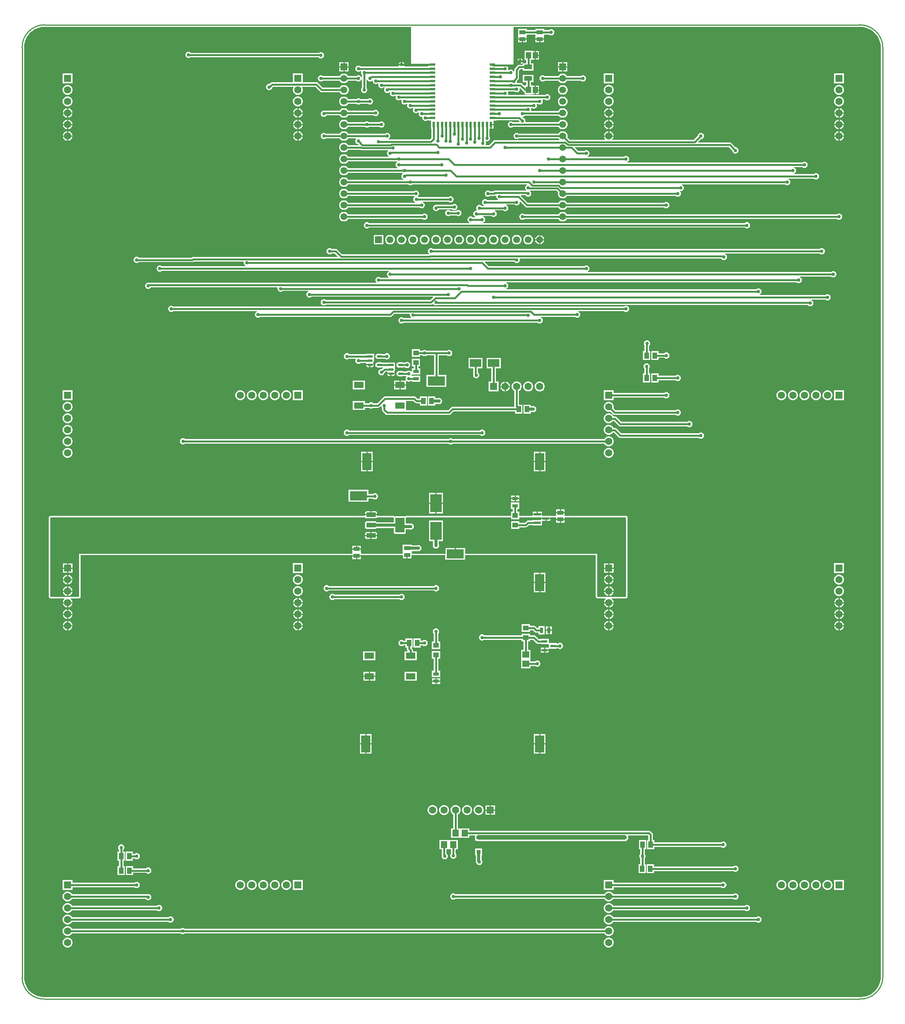
<source format=gtl>
G04*
G04 #@! TF.GenerationSoftware,Altium Limited,Altium Designer,22.10.1 (41)*
G04*
G04 Layer_Physical_Order=1*
G04 Layer_Color=255*
%FSLAX25Y25*%
%MOIN*%
G70*
G04*
G04 #@! TF.SameCoordinates,861FA483-057D-4AEF-8965-819BABE67C1D*
G04*
G04*
G04 #@! TF.FilePolarity,Positive*
G04*
G01*
G75*
%ADD11C,0.01000*%
%ADD14R,0.02402X0.05000*%
%ADD15R,0.05000X0.02402*%
%ADD16R,0.14961X0.07992*%
%ADD17R,0.03937X0.05315*%
%ADD18R,0.08268X0.05512*%
%ADD19R,0.04724X0.04331*%
%ADD20R,0.04745X0.02095*%
G04:AMPARAMS|DCode=21|XSize=47.45mil|YSize=20.95mil|CornerRadius=10.48mil|HoleSize=0mil|Usage=FLASHONLY|Rotation=0.000|XOffset=0mil|YOffset=0mil|HoleType=Round|Shape=RoundedRectangle|*
%AMROUNDEDRECTD21*
21,1,0.04745,0.00000,0,0,0.0*
21,1,0.02650,0.02095,0,0,0.0*
1,1,0.02095,0.01325,0.00000*
1,1,0.02095,-0.01325,0.00000*
1,1,0.02095,-0.01325,0.00000*
1,1,0.02095,0.01325,0.00000*
%
%ADD21ROUNDEDRECTD21*%
%ADD22R,0.04921X0.03150*%
%ADD23R,0.05512X0.05906*%
%ADD24R,0.03740X0.03543*%
%ADD25R,0.03150X0.04921*%
%ADD26R,0.04724X0.02362*%
%ADD27R,0.09843X0.15748*%
G04:AMPARAMS|DCode=28|XSize=39.37mil|YSize=80.71mil|CornerRadius=1.97mil|HoleSize=0mil|Usage=FLASHONLY|Rotation=90.000|XOffset=0mil|YOffset=0mil|HoleType=Round|Shape=RoundedRectangle|*
%AMROUNDEDRECTD28*
21,1,0.03937,0.07677,0,0,90.0*
21,1,0.03543,0.08071,0,0,90.0*
1,1,0.00394,0.03839,0.01772*
1,1,0.00394,0.03839,-0.01772*
1,1,0.00394,-0.03839,-0.01772*
1,1,0.00394,-0.03839,0.01772*
%
%ADD28ROUNDEDRECTD28*%
G04:AMPARAMS|DCode=29|XSize=127.95mil|YSize=80.71mil|CornerRadius=2.02mil|HoleSize=0mil|Usage=FLASHONLY|Rotation=90.000|XOffset=0mil|YOffset=0mil|HoleType=Round|Shape=RoundedRectangle|*
%AMROUNDEDRECTD29*
21,1,0.12795,0.07667,0,0,90.0*
21,1,0.12392,0.08071,0,0,90.0*
1,1,0.00404,0.03834,0.06196*
1,1,0.00404,0.03834,-0.06196*
1,1,0.00404,-0.03834,-0.06196*
1,1,0.00404,-0.03834,0.06196*
%
%ADD29ROUNDEDRECTD29*%
%ADD30R,0.05906X0.05512*%
%ADD31R,0.05315X0.03740*%
%ADD32R,0.04528X0.05315*%
%ADD33R,0.07087X0.03937*%
%ADD34R,0.07992X0.14961*%
%ADD35R,0.05906X0.02362*%
%ADD36R,0.09843X0.06693*%
%ADD58C,0.01500*%
%ADD59C,0.02500*%
%ADD60C,0.04000*%
%ADD61R,0.05906X0.05906*%
%ADD62C,0.05906*%
%ADD63C,0.06299*%
%ADD64R,0.06299X0.06299*%
%ADD65R,0.05906X0.05906*%
%ADD66R,0.06299X0.06299*%
%ADD67C,0.03000*%
G36*
X730475Y844591D02*
X732814Y844126D01*
X735071Y843360D01*
X737209Y842305D01*
X739191Y840981D01*
X740984Y839409D01*
X742556Y837617D01*
X743880Y835635D01*
X744935Y833496D01*
X745701Y831239D01*
X746166Y828901D01*
X746304Y826800D01*
X746298Y826772D01*
Y19761D01*
X746289Y19752D01*
X746289Y19752D01*
X746289Y19752D01*
X746182Y18120D01*
X745730Y15844D01*
X744984Y13647D01*
X743958Y11566D01*
X742669Y9637D01*
X741139Y7893D01*
X739394Y6363D01*
X737465Y5074D01*
X735384Y4048D01*
X733187Y3302D01*
X730912Y2849D01*
X728596Y2698D01*
X728383Y2712D01*
X727914Y2742D01*
X727424Y2733D01*
X727369Y2733D01*
X20160D01*
X19685Y2733D01*
X19662Y2729D01*
X19162Y2729D01*
X17187Y2859D01*
X14977Y3298D01*
X12844Y4023D01*
X10823Y5019D01*
X8950Y6271D01*
X7256Y7756D01*
X5771Y9450D01*
X4519Y11323D01*
X3523Y13344D01*
X2798Y15477D01*
X2359Y17687D01*
X2229Y19665D01*
X2233Y19685D01*
Y374016D01*
Y826295D01*
X2233Y826772D01*
X2229Y826794D01*
X2228Y827291D01*
X2362Y829335D01*
X2814Y831609D01*
X3560Y833805D01*
X4585Y835884D01*
X5873Y837812D01*
X7402Y839555D01*
X9145Y841084D01*
X11073Y842372D01*
X13152Y843397D01*
X15348Y844142D01*
X17621Y844595D01*
X19660Y844728D01*
X19685Y844723D01*
X19685Y844723D01*
X338383D01*
Y813146D01*
X338476Y812677D01*
X338741Y812280D01*
X339138Y812015D01*
X339606Y811922D01*
X353354D01*
Y810783D01*
X353154D01*
Y810370D01*
X332611D01*
X332277Y810870D01*
X332403Y811175D01*
X327613D01*
X327739Y810870D01*
X327405Y810370D01*
X294330D01*
X294158Y810542D01*
X293542Y810898D01*
X292856Y811082D01*
X292144D01*
X291458Y810898D01*
X290842Y810542D01*
X290339Y810040D01*
X289984Y809424D01*
X289800Y808737D01*
Y808026D01*
X289984Y807340D01*
X290339Y806724D01*
X290842Y806221D01*
X291458Y805866D01*
X292144Y805682D01*
X292856D01*
X293542Y805866D01*
X294158Y806221D01*
X294219Y806282D01*
X294629Y806242D01*
X294917Y805793D01*
X294800Y805355D01*
Y804644D01*
X294984Y803958D01*
X295339Y803342D01*
X295512Y803170D01*
Y801124D01*
X295016Y801042D01*
X294660Y801658D01*
X294158Y802160D01*
X293542Y802516D01*
X292856Y802700D01*
X292144D01*
X291458Y802516D01*
X290842Y802160D01*
X290670Y801988D01*
X283647D01*
X283323Y802550D01*
X282550Y803323D01*
X281603Y803870D01*
X280547Y804153D01*
X279453D01*
X278397Y803870D01*
X277450Y803323D01*
X276677Y802550D01*
X276353Y801988D01*
X261830D01*
X261658Y802160D01*
X261042Y802516D01*
X260355Y802700D01*
X259645D01*
X258958Y802516D01*
X258342Y802160D01*
X257839Y801658D01*
X257484Y801042D01*
X257300Y800356D01*
Y799645D01*
X257484Y798958D01*
X257839Y798342D01*
X258342Y797839D01*
X258958Y797484D01*
X259645Y797300D01*
X260355D01*
X261042Y797484D01*
X261658Y797839D01*
X261830Y798012D01*
X276353D01*
X276677Y797450D01*
X277450Y796677D01*
X278397Y796130D01*
X279453Y795847D01*
X280547D01*
X281603Y796130D01*
X282550Y796677D01*
X283323Y797450D01*
X283647Y798012D01*
X290670D01*
X290842Y797839D01*
X291458Y797484D01*
X292144Y797300D01*
X292856D01*
X293542Y797484D01*
X294158Y797839D01*
X294660Y798342D01*
X295016Y798958D01*
X295512Y798876D01*
Y791830D01*
X295339Y791658D01*
X294984Y791042D01*
X294800Y790355D01*
Y789644D01*
X294984Y788958D01*
X295339Y788342D01*
X295842Y787840D01*
X296458Y787484D01*
X297145Y787300D01*
X297855D01*
X298542Y787484D01*
X299158Y787840D01*
X299660Y788342D01*
X300016Y788958D01*
X300200Y789644D01*
Y790355D01*
X300016Y791042D01*
X299660Y791658D01*
X299488Y791830D01*
Y798876D01*
X299984Y798958D01*
X300340Y798342D01*
X300842Y797839D01*
X301458Y797484D01*
X302145Y797300D01*
X302855D01*
X303542Y797484D01*
X304158Y797839D01*
X304535Y798216D01*
X304816Y798129D01*
X305013Y797987D01*
Y797357D01*
X305197Y796670D01*
X305552Y796055D01*
X306055Y795552D01*
X306670Y795197D01*
X307357Y795013D01*
X308068D01*
X308755Y795197D01*
X309370Y795552D01*
X309583Y795517D01*
X309658Y795460D01*
X309923Y794983D01*
X309800Y794525D01*
Y793814D01*
X309984Y793127D01*
X310339Y792511D01*
X310842Y792009D01*
X311458Y791653D01*
X312144Y791469D01*
X312856D01*
X313542Y791653D01*
X314158Y792009D01*
X314330Y792181D01*
X315156D01*
X315363Y791681D01*
X315339Y791658D01*
X314984Y791042D01*
X314800Y790355D01*
Y789644D01*
X314984Y788958D01*
X315339Y788342D01*
X315842Y787840D01*
X316458Y787484D01*
X317144Y787300D01*
X317856D01*
X318542Y787484D01*
X319158Y787840D01*
X319475Y788157D01*
X319923Y787898D01*
X319800Y787438D01*
Y786727D01*
X319984Y786040D01*
X320339Y785425D01*
X320842Y784922D01*
X321458Y784567D01*
X322145Y784383D01*
X322855D01*
X323542Y784567D01*
X324158Y784922D01*
X324316Y785080D01*
X324773Y785047D01*
X325008Y784623D01*
X324984Y784582D01*
X324800Y783895D01*
Y783184D01*
X324984Y782497D01*
X325340Y781882D01*
X325842Y781379D01*
X326458Y781023D01*
X327145Y780839D01*
X327855D01*
X328542Y781023D01*
X329158Y781379D01*
X329316Y781537D01*
X329773Y781503D01*
X330008Y781080D01*
X329984Y781038D01*
X329800Y780351D01*
Y779641D01*
X329984Y778954D01*
X330340Y778338D01*
X330842Y777836D01*
X331458Y777480D01*
X332144Y777296D01*
X332856D01*
X333542Y777480D01*
X334158Y777836D01*
X334330Y778008D01*
X334803D01*
X335053Y777575D01*
X334984Y777456D01*
X334800Y776769D01*
Y776058D01*
X334984Y775371D01*
X335339Y774755D01*
X335842Y774253D01*
X336458Y773897D01*
X337144Y773713D01*
X337856D01*
X338542Y773897D01*
X339158Y774253D01*
X339330Y774425D01*
X339929D01*
X340205Y773925D01*
X339984Y773542D01*
X339800Y772856D01*
Y772145D01*
X339984Y771458D01*
X340339Y770842D01*
X340842Y770339D01*
X341458Y769984D01*
X342144Y769800D01*
X342856D01*
X343542Y769984D01*
X344158Y770339D01*
X344385Y770567D01*
X344538Y770546D01*
X344884Y769996D01*
X344800Y769682D01*
Y768971D01*
X344984Y768285D01*
X345339Y767669D01*
X345842Y767166D01*
X346458Y766811D01*
X347145Y766627D01*
X347696D01*
X348108Y766231D01*
X348083Y766139D01*
Y765428D01*
X348268Y764741D01*
X348623Y764126D01*
X349126Y763623D01*
X349741Y763268D01*
X350428Y763084D01*
X351139D01*
X351826Y763268D01*
X352441Y763623D01*
X352614Y763795D01*
X353154D01*
Y763383D01*
X355670D01*
Y756300D01*
X356083D01*
Y748323D01*
X354747Y746988D01*
X318624D01*
X318542Y747484D01*
X319158Y747839D01*
X319660Y748342D01*
X320016Y748958D01*
X320200Y749645D01*
Y750355D01*
X320016Y751042D01*
X319660Y751658D01*
X319158Y752161D01*
X318542Y752516D01*
X317856Y752700D01*
X317144D01*
X316458Y752516D01*
X315842Y752161D01*
X315670Y751988D01*
X283647D01*
X283323Y752550D01*
X282550Y753323D01*
X281603Y753870D01*
X280547Y754153D01*
X279453D01*
X278397Y753870D01*
X277450Y753323D01*
X276677Y752550D01*
X276353Y751988D01*
X264330D01*
X264158Y752161D01*
X263542Y752516D01*
X262856Y752700D01*
X262144D01*
X261458Y752516D01*
X260842Y752161D01*
X260339Y751658D01*
X259984Y751042D01*
X259800Y750355D01*
Y749645D01*
X259984Y748958D01*
X260339Y748342D01*
X260842Y747839D01*
X261458Y747484D01*
X262144Y747300D01*
X262856D01*
X263542Y747484D01*
X264158Y747839D01*
X264330Y748012D01*
X276353D01*
X276677Y747450D01*
X277450Y746677D01*
X278397Y746130D01*
X279453Y745847D01*
X280547D01*
X281603Y746130D01*
X282550Y746677D01*
X283323Y747450D01*
X283647Y748012D01*
X290449D01*
X290656Y747512D01*
X290339Y747195D01*
X289984Y746580D01*
X289800Y745893D01*
Y745182D01*
X289984Y744495D01*
X290339Y743880D01*
X290842Y743377D01*
X291458Y743021D01*
X292144Y742837D01*
X292388D01*
X292776Y742450D01*
X292584Y741988D01*
X283647D01*
X283323Y742550D01*
X282550Y743323D01*
X281603Y743870D01*
X280547Y744153D01*
X279453D01*
X278397Y743870D01*
X277450Y743323D01*
X276677Y742550D01*
X276130Y741603D01*
X275847Y740547D01*
Y739453D01*
X276130Y738397D01*
X276677Y737450D01*
X277450Y736677D01*
X278397Y736130D01*
X279453Y735847D01*
X280547D01*
X281603Y736130D01*
X282550Y736677D01*
X283323Y737450D01*
X283647Y738012D01*
X294107D01*
X294367Y737838D01*
X295127Y737687D01*
X318254D01*
X318388Y737187D01*
X318342Y737160D01*
X317840Y736658D01*
X317484Y736042D01*
X317300Y735356D01*
Y734645D01*
X317484Y733958D01*
X317840Y733342D01*
X318342Y732839D01*
X318958Y732484D01*
X318876Y731988D01*
X283647D01*
X283323Y732550D01*
X282550Y733323D01*
X281603Y733870D01*
X280547Y734153D01*
X279453D01*
X278397Y733870D01*
X277450Y733323D01*
X276677Y732550D01*
X276130Y731603D01*
X275847Y730547D01*
Y729453D01*
X276130Y728397D01*
X276677Y727450D01*
X277450Y726677D01*
X278397Y726130D01*
X279453Y725847D01*
X280547D01*
X281603Y726130D01*
X282550Y726677D01*
X283323Y727450D01*
X283647Y728012D01*
X325670D01*
X325842Y727840D01*
X325997Y727750D01*
Y727250D01*
X325842Y727161D01*
X325340Y726658D01*
X324984Y726042D01*
X324800Y725355D01*
Y724645D01*
X324984Y723958D01*
X325340Y723342D01*
X325842Y722839D01*
X326458Y722484D01*
X326376Y721988D01*
X283647D01*
X283323Y722550D01*
X282550Y723323D01*
X281603Y723870D01*
X280547Y724153D01*
X279453D01*
X278397Y723870D01*
X277450Y723323D01*
X276677Y722550D01*
X276130Y721603D01*
X275847Y720547D01*
Y719453D01*
X276130Y718397D01*
X276677Y717450D01*
X277450Y716677D01*
X278397Y716130D01*
X279453Y715847D01*
X280547D01*
X281603Y716130D01*
X282550Y716677D01*
X283323Y717450D01*
X283647Y718012D01*
X330670D01*
X330842Y717839D01*
X330997Y717750D01*
Y717250D01*
X330842Y717161D01*
X330340Y716658D01*
X329984Y716042D01*
X329800Y715355D01*
Y714644D01*
X329984Y713958D01*
X330340Y713342D01*
X330842Y712840D01*
X331458Y712484D01*
X331376Y711988D01*
X283647D01*
X283323Y712550D01*
X282550Y713323D01*
X281603Y713870D01*
X280547Y714153D01*
X279453D01*
X278397Y713870D01*
X277450Y713323D01*
X276677Y712550D01*
X276130Y711603D01*
X275847Y710547D01*
Y709453D01*
X276130Y708397D01*
X276677Y707450D01*
X277450Y706677D01*
X278397Y706130D01*
X279453Y705847D01*
X280547D01*
X281603Y706130D01*
X282550Y706677D01*
X283323Y707450D01*
X283647Y708012D01*
X335670D01*
X335842Y707839D01*
X336458Y707484D01*
X337144Y707300D01*
X337856D01*
X338542Y707484D01*
X339158Y707839D01*
X339330Y708012D01*
X438876D01*
X438958Y707516D01*
X438342Y707161D01*
X437840Y706658D01*
X437484Y706042D01*
X437300Y705356D01*
Y704644D01*
X437484Y703958D01*
X437840Y703342D01*
X438156Y703026D01*
X437949Y702526D01*
X411101D01*
X410340Y702374D01*
X409762Y701988D01*
X406830D01*
X406658Y702161D01*
X406042Y702516D01*
X405356Y702700D01*
X404644D01*
X403958Y702516D01*
X403342Y702161D01*
X402840Y701658D01*
X402484Y701042D01*
X402300Y700355D01*
Y699645D01*
X402484Y698958D01*
X402840Y698342D01*
X403342Y697839D01*
X403958Y697484D01*
X404644Y697300D01*
X405356D01*
X406042Y697484D01*
X406658Y697839D01*
X406830Y698012D01*
X410563D01*
X411324Y698163D01*
X411902Y698549D01*
X411968D01*
X412352Y698049D01*
X412300Y697856D01*
Y697145D01*
X412484Y696458D01*
X412840Y695842D01*
X413342Y695339D01*
X413958Y694984D01*
X413876Y694488D01*
X404330D01*
X404158Y694661D01*
X403542Y695016D01*
X402855Y695200D01*
X402144D01*
X401458Y695016D01*
X400842Y694661D01*
X400340Y694158D01*
X399984Y693542D01*
X399800Y692856D01*
Y692144D01*
X399984Y691458D01*
X400340Y690842D01*
X400842Y690340D01*
X401458Y689984D01*
X401376Y689488D01*
X399330D01*
X399158Y689661D01*
X398542Y690016D01*
X397855Y690200D01*
X397145D01*
X396458Y690016D01*
X395842Y689661D01*
X395339Y689158D01*
X394984Y688542D01*
X394800Y687855D01*
Y687145D01*
X394984Y686458D01*
X395339Y685842D01*
X395504Y685678D01*
X395416Y685397D01*
X395274Y685200D01*
X394644D01*
X393958Y685016D01*
X393342Y684660D01*
X392840Y684158D01*
X392484Y683542D01*
X392300Y682856D01*
Y682144D01*
X392484Y681458D01*
X392840Y680842D01*
X393342Y680339D01*
X393958Y679984D01*
X393876Y679488D01*
X391830D01*
X391658Y679661D01*
X391042Y680016D01*
X390355Y680200D01*
X389645D01*
X388958Y680016D01*
X388342Y679661D01*
X387840Y679158D01*
X387484Y678542D01*
X387300Y677855D01*
Y677144D01*
X387484Y676458D01*
X387840Y675842D01*
X388342Y675340D01*
X388958Y674984D01*
X388876Y674488D01*
X301830D01*
X301658Y674660D01*
X301042Y675016D01*
X300356Y675200D01*
X299644D01*
X298958Y675016D01*
X298342Y674660D01*
X297839Y674158D01*
X297484Y673542D01*
X297300Y672856D01*
Y672145D01*
X297484Y671458D01*
X297839Y670842D01*
X298342Y670339D01*
X298958Y669984D01*
X299644Y669800D01*
X300356D01*
X301042Y669984D01*
X301658Y670339D01*
X301830Y670512D01*
X628170D01*
X628342Y670339D01*
X628958Y669984D01*
X629644Y669800D01*
X630356D01*
X631042Y669984D01*
X631658Y670339D01*
X632161Y670842D01*
X632516Y671458D01*
X632700Y672145D01*
Y672856D01*
X632516Y673542D01*
X632161Y674158D01*
X631658Y674660D01*
X631042Y675016D01*
X630356Y675200D01*
X629644D01*
X628958Y675016D01*
X628342Y674660D01*
X628170Y674488D01*
X401124D01*
X401042Y674984D01*
X401658Y675340D01*
X402161Y675842D01*
X402516Y676458D01*
X402700Y677144D01*
Y677855D01*
X402516Y678542D01*
X402161Y679158D01*
X401658Y679661D01*
X401042Y680016D01*
X401124Y680512D01*
X408170D01*
X408342Y680339D01*
X408958Y679984D01*
X409645Y679800D01*
X410356D01*
X411042Y679984D01*
X411658Y680339D01*
X412160Y680842D01*
X412516Y681458D01*
X412700Y682144D01*
Y682856D01*
X412516Y683542D01*
X412160Y684158D01*
X411658Y684660D01*
X411042Y685016D01*
X411124Y685512D01*
X418170D01*
X418342Y685339D01*
X418958Y684984D01*
X419644Y684800D01*
X420356D01*
X421042Y684984D01*
X421658Y685339D01*
X422160Y685842D01*
X422516Y686458D01*
X422700Y687145D01*
Y687855D01*
X422516Y688542D01*
X422160Y689158D01*
X421658Y689661D01*
X421042Y690016D01*
X421124Y690512D01*
X428170D01*
X428342Y690340D01*
X428958Y689984D01*
X429644Y689800D01*
X430356D01*
X431042Y689984D01*
X431658Y690340D01*
X432161Y690842D01*
X432516Y691458D01*
X432700Y692144D01*
Y692734D01*
X433012Y692924D01*
X433180Y692961D01*
X437547Y688594D01*
X438192Y688163D01*
X438953Y688012D01*
X466353D01*
X466677Y687450D01*
X467450Y686677D01*
X468397Y686130D01*
X469453Y685847D01*
X470547D01*
X471603Y686130D01*
X472550Y686677D01*
X473323Y687450D01*
X473647Y688012D01*
X558170D01*
X558342Y687840D01*
X558958Y687484D01*
X559645Y687300D01*
X560356D01*
X561042Y687484D01*
X561658Y687840D01*
X562160Y688342D01*
X562516Y688958D01*
X562700Y689644D01*
Y690355D01*
X562516Y691042D01*
X562160Y691658D01*
X561658Y692161D01*
X561042Y692516D01*
X560356Y692700D01*
X559645D01*
X558958Y692516D01*
X558342Y692161D01*
X558170Y691988D01*
X473647D01*
X473323Y692550D01*
X472550Y693323D01*
X471603Y693870D01*
X470547Y694153D01*
X469453D01*
X468397Y693870D01*
X467450Y693323D01*
X466677Y692550D01*
X466353Y691988D01*
X439777D01*
X433677Y698087D01*
X433869Y698549D01*
X437720D01*
X437840Y698342D01*
X438342Y697839D01*
X438958Y697484D01*
X439644Y697300D01*
X440355D01*
X441042Y697484D01*
X441658Y697839D01*
X442161Y698342D01*
X442516Y698958D01*
X442700Y699645D01*
Y700355D01*
X442516Y701042D01*
X442161Y701658D01*
X441658Y702161D01*
X441546Y702225D01*
X441680Y702725D01*
X442604D01*
X442794Y702687D01*
X464501D01*
X466015Y701173D01*
X465847Y700547D01*
Y699453D01*
X466130Y698397D01*
X466677Y697450D01*
X467450Y696677D01*
X468397Y696130D01*
X469453Y695847D01*
X470547D01*
X471603Y696130D01*
X472550Y696677D01*
X473323Y697450D01*
X473647Y698012D01*
X568170D01*
X568342Y697839D01*
X568958Y697484D01*
X569644Y697300D01*
X570356D01*
X571042Y697484D01*
X571658Y697839D01*
X572160Y698342D01*
X572516Y698958D01*
X572700Y699645D01*
Y700355D01*
X572516Y701042D01*
X572160Y701658D01*
X571996Y701822D01*
X572084Y702103D01*
X572226Y702300D01*
X572856D01*
X573542Y702484D01*
X574158Y702840D01*
X574660Y703342D01*
X575016Y703958D01*
X575200Y704644D01*
Y705356D01*
X575016Y706042D01*
X574660Y706658D01*
X574158Y707161D01*
X573542Y707516D01*
X573624Y708012D01*
X663170D01*
X663342Y707839D01*
X663958Y707484D01*
X664644Y707300D01*
X665355D01*
X666042Y707484D01*
X666658Y707839D01*
X667161Y708342D01*
X667516Y708958D01*
X667700Y709645D01*
Y710356D01*
X667516Y711042D01*
X667161Y711658D01*
X666658Y712160D01*
X666042Y712516D01*
X666124Y713012D01*
X688170D01*
X688342Y712840D01*
X688958Y712484D01*
X689644Y712300D01*
X690355D01*
X691042Y712484D01*
X691658Y712840D01*
X692161Y713342D01*
X692516Y713958D01*
X692700Y714644D01*
Y715355D01*
X692516Y716042D01*
X692161Y716658D01*
X691658Y717161D01*
X691042Y717516D01*
X690355Y717700D01*
X689644D01*
X688958Y717516D01*
X688342Y717161D01*
X688170Y716988D01*
X671124D01*
X671042Y717484D01*
X671658Y717839D01*
X672160Y718342D01*
X672516Y718958D01*
X672700Y719644D01*
Y720356D01*
X672516Y721042D01*
X672160Y721658D01*
X671658Y722160D01*
X671042Y722516D01*
X671124Y723012D01*
X678170D01*
X678342Y722839D01*
X678958Y722484D01*
X679644Y722300D01*
X680356D01*
X681042Y722484D01*
X681658Y722839D01*
X682161Y723342D01*
X682516Y723958D01*
X682700Y724645D01*
Y725355D01*
X682516Y726042D01*
X682161Y726658D01*
X681658Y727161D01*
X681042Y727516D01*
X680356Y727700D01*
X679644D01*
X678958Y727516D01*
X678342Y727161D01*
X678170Y726988D01*
X526124D01*
X526042Y727484D01*
X526658Y727840D01*
X527161Y728342D01*
X527516Y728958D01*
X527700Y729644D01*
Y730356D01*
X527516Y731042D01*
X527161Y731658D01*
X526658Y732161D01*
X526042Y732516D01*
X525355Y732700D01*
X524645D01*
X523958Y732516D01*
X523342Y732161D01*
X523170Y731988D01*
X491661D01*
X491580Y732484D01*
X492195Y732839D01*
X492698Y733342D01*
X493053Y733958D01*
X493237Y734645D01*
Y735356D01*
X493053Y736042D01*
X492698Y736658D01*
X492195Y737160D01*
X491580Y737516D01*
X490893Y737700D01*
X490182D01*
X489495Y737516D01*
X488880Y737160D01*
X488707Y736988D01*
X483323D01*
X480475Y739837D01*
X480666Y740299D01*
X614389D01*
X617300Y737388D01*
Y737145D01*
X617484Y736458D01*
X617839Y735842D01*
X618342Y735339D01*
X618958Y734984D01*
X619644Y734800D01*
X620356D01*
X621042Y734984D01*
X621658Y735339D01*
X622160Y735842D01*
X622516Y736458D01*
X622700Y737145D01*
Y737855D01*
X622516Y738542D01*
X622160Y739158D01*
X621658Y739661D01*
X621042Y740016D01*
X620356Y740200D01*
X620112D01*
X616618Y743693D01*
X615973Y744124D01*
X615213Y744276D01*
X587741D01*
X587549Y744737D01*
X590112Y747300D01*
X590355D01*
X591042Y747484D01*
X591658Y747839D01*
X592161Y748342D01*
X592516Y748958D01*
X592700Y749645D01*
Y750355D01*
X592516Y751042D01*
X592161Y751658D01*
X591658Y752161D01*
X591042Y752516D01*
X590355Y752700D01*
X589644D01*
X588958Y752516D01*
X588342Y752161D01*
X587840Y751658D01*
X587484Y751042D01*
X587300Y750355D01*
Y750112D01*
X583751Y746563D01*
X513138D01*
X512931Y747063D01*
X513320Y747452D01*
X513867Y748398D01*
X514150Y749454D01*
Y749500D01*
X510000D01*
X505850D01*
Y749454D01*
X506133Y748398D01*
X506679Y747452D01*
X507069Y747063D01*
X506861Y746563D01*
X476249D01*
X473985Y748827D01*
X474153Y749453D01*
Y750547D01*
X473870Y751603D01*
X473323Y752550D01*
X472550Y753323D01*
X471603Y753870D01*
X470547Y754153D01*
X469453D01*
X468397Y753870D01*
X467450Y753323D01*
X466677Y752550D01*
X466353Y751988D01*
X431830D01*
X431658Y752161D01*
X431042Y752516D01*
X430356Y752700D01*
X429644D01*
X428958Y752516D01*
X428342Y752161D01*
X427840Y751658D01*
X427484Y751042D01*
X427300Y750355D01*
Y749645D01*
X427484Y748958D01*
X427840Y748342D01*
X428342Y747839D01*
X428958Y747484D01*
X429644Y747300D01*
X430356D01*
X431042Y747484D01*
X431658Y747839D01*
X431830Y748012D01*
X466353D01*
X466677Y747450D01*
X467149Y746978D01*
X466942Y746478D01*
X411360D01*
X410599Y746327D01*
X409954Y745896D01*
X406139Y742081D01*
X403372D01*
X403084Y742581D01*
X403185Y742757D01*
X403369Y743444D01*
Y744155D01*
X403185Y744841D01*
X403041Y745092D01*
X403370Y745521D01*
X403857Y745391D01*
X404568D01*
X405255Y745575D01*
X405870Y745930D01*
X406373Y746433D01*
X406729Y747048D01*
X406913Y747735D01*
Y748446D01*
X406729Y749133D01*
X406373Y749748D01*
X406201Y749921D01*
Y756300D01*
X406613D01*
Y756500D01*
X407256D01*
Y760000D01*
X407756D01*
Y760500D01*
X409957D01*
Y763383D01*
X412673D01*
Y763795D01*
X431558D01*
X432300Y763054D01*
Y762810D01*
X432386Y762488D01*
X432005Y761988D01*
X426830D01*
X426658Y762160D01*
X426042Y762516D01*
X425355Y762700D01*
X424645D01*
X423958Y762516D01*
X423342Y762160D01*
X422839Y761658D01*
X422484Y761042D01*
X422300Y760356D01*
Y759645D01*
X422484Y758958D01*
X422839Y758342D01*
X423342Y757839D01*
X423958Y757484D01*
X424645Y757300D01*
X425355D01*
X426042Y757484D01*
X426658Y757839D01*
X426830Y758012D01*
X466353D01*
X466677Y757450D01*
X467450Y756677D01*
X468397Y756130D01*
X469453Y755847D01*
X470547D01*
X471603Y756130D01*
X472550Y756677D01*
X473323Y757450D01*
X473870Y758397D01*
X474153Y759453D01*
Y760547D01*
X473870Y761603D01*
X473323Y762550D01*
X472550Y763323D01*
X471603Y763870D01*
X470547Y764153D01*
X469453D01*
X468397Y763870D01*
X467450Y763323D01*
X466677Y762550D01*
X466353Y761988D01*
X437995D01*
X437614Y762488D01*
X437700Y762810D01*
Y763521D01*
X437516Y764208D01*
X437160Y764823D01*
X436658Y765326D01*
X436042Y765681D01*
X435356Y765865D01*
X435242D01*
X435029Y766139D01*
X435248Y766627D01*
X435356D01*
X436042Y766811D01*
X436658Y767166D01*
X437117Y767626D01*
X466576D01*
X466677Y767450D01*
X467450Y766677D01*
X468397Y766130D01*
X469453Y765847D01*
X470547D01*
X471603Y766130D01*
X472550Y766677D01*
X473323Y767450D01*
X473870Y768397D01*
X474153Y769453D01*
Y770547D01*
X473870Y771603D01*
X473323Y772550D01*
X472550Y773323D01*
X471603Y773870D01*
X470547Y774153D01*
X469453D01*
X468397Y773870D01*
X467450Y773323D01*
X466677Y772550D01*
X466130Y771603D01*
X466130Y771602D01*
X442925D01*
X442589Y772102D01*
X442700Y772515D01*
Y773225D01*
X442516Y773912D01*
X442492Y773954D01*
X442727Y774377D01*
X443184Y774411D01*
X443342Y774253D01*
X443958Y773897D01*
X444644Y773713D01*
X445356D01*
X446042Y773897D01*
X446658Y774253D01*
X447160Y774755D01*
X447516Y775371D01*
X447700Y776058D01*
Y776769D01*
X447516Y777456D01*
X447447Y777575D01*
X447697Y778008D01*
X448170D01*
X448342Y777836D01*
X448958Y777480D01*
X449645Y777296D01*
X450355D01*
X451042Y777480D01*
X451658Y777836D01*
X452161Y778338D01*
X452516Y778954D01*
X452700Y779641D01*
Y780351D01*
X452516Y781038D01*
X452470Y781118D01*
X452720Y781551D01*
X454631D01*
X454803Y781379D01*
X455418Y781023D01*
X456105Y780839D01*
X456816D01*
X457503Y781023D01*
X458118Y781379D01*
X458621Y781882D01*
X458977Y782497D01*
X459161Y783184D01*
Y783895D01*
X458977Y784582D01*
X458621Y785197D01*
X458118Y785700D01*
X457503Y786055D01*
X456816Y786239D01*
X456105D01*
X455418Y786055D01*
X454803Y785700D01*
X454631Y785528D01*
X422720D01*
X422470Y785961D01*
X422516Y786040D01*
X422700Y786727D01*
Y787438D01*
X422516Y788125D01*
X422470Y788205D01*
X422720Y788638D01*
X428170D01*
X428342Y788465D01*
X428958Y788110D01*
X429644Y787926D01*
X430356D01*
X431042Y788110D01*
X431658Y788465D01*
X432161Y788968D01*
X432516Y789584D01*
X432700Y790271D01*
Y790981D01*
X432590Y791391D01*
X433039Y791650D01*
X436094Y788594D01*
X436739Y788163D01*
X436950Y788121D01*
Y786142D01*
X443877D01*
Y786342D01*
X445622D01*
Y790000D01*
Y793657D01*
X443877D01*
Y793857D01*
X442402D01*
Y796832D01*
X444743D01*
Y803168D01*
X435257D01*
Y796832D01*
X438425D01*
Y793857D01*
X436950D01*
Y793857D01*
X436599Y793712D01*
X434737Y795575D01*
X434092Y796006D01*
X433331Y796158D01*
X430368D01*
X430069Y796658D01*
X430200Y797145D01*
Y797692D01*
X431406Y798897D01*
X431837Y799542D01*
X431988Y800303D01*
Y806637D01*
X433205Y807854D01*
X435257D01*
Y806674D01*
X444743D01*
Y813011D01*
X442402D01*
Y816142D01*
X443877D01*
Y816343D01*
X445622D01*
Y820000D01*
Y823658D01*
X443877D01*
Y823857D01*
X436950D01*
Y816142D01*
X438425D01*
Y813011D01*
X435734D01*
X435398Y813011D01*
X435166Y813393D01*
X435135Y813461D01*
X435152Y813501D01*
X435407Y814118D01*
X433762D01*
Y812472D01*
X434428Y812748D01*
X434803Y813123D01*
X435257Y812870D01*
X435257Y812570D01*
Y811831D01*
X432382D01*
X431621Y811679D01*
X430976Y811248D01*
X428594Y808867D01*
X428163Y808222D01*
X428012Y807461D01*
Y805962D01*
X427516Y805881D01*
X427161Y806496D01*
X426658Y806999D01*
X426042Y807355D01*
X425355Y807539D01*
X424645D01*
X423958Y807355D01*
X423342Y806999D01*
X423184Y806841D01*
X422727Y806875D01*
X422492Y807298D01*
X422516Y807340D01*
X422700Y808026D01*
Y808737D01*
X422516Y809424D01*
X422160Y810040D01*
X421658Y810542D01*
X421042Y810898D01*
X420356Y811082D01*
X419644D01*
X418958Y810898D01*
X418342Y810542D01*
X418170Y810370D01*
X412673D01*
Y810783D01*
X412472D01*
Y811922D01*
X426221D01*
X426689Y812015D01*
X427086Y812280D01*
X427351Y812677D01*
X427444Y813146D01*
Y844723D01*
X727846D01*
X727846Y844723D01*
X728346Y844723D01*
X728375Y844729D01*
X730475Y844591D01*
D02*
G37*
%LPC*%
G36*
X453858Y843070D02*
X446142D01*
Y841988D01*
X438858D01*
Y843070D01*
X431143D01*
Y836930D01*
X431343D01*
Y834594D01*
X435000D01*
X438658D01*
Y836930D01*
X438858D01*
Y838012D01*
X446142D01*
Y836930D01*
X446343D01*
Y834594D01*
X450000D01*
X453657D01*
Y836930D01*
X453858D01*
Y838012D01*
X458170D01*
X458342Y837840D01*
X458958Y837484D01*
X459645Y837300D01*
X460356D01*
X461042Y837484D01*
X461658Y837840D01*
X462160Y838342D01*
X462516Y838958D01*
X462700Y839645D01*
Y840355D01*
X462516Y841042D01*
X462160Y841658D01*
X461658Y842161D01*
X461042Y842516D01*
X460356Y842700D01*
X459645D01*
X458958Y842516D01*
X458342Y842161D01*
X458170Y841988D01*
X453858D01*
Y843070D01*
D02*
G37*
G36*
X453657Y833594D02*
X450500D01*
Y831224D01*
X453657D01*
Y833594D01*
D02*
G37*
G36*
X449500D02*
X446343D01*
Y831224D01*
X449500D01*
Y833594D01*
D02*
G37*
G36*
X438658D02*
X435500D01*
Y831224D01*
X438658D01*
Y833594D01*
D02*
G37*
G36*
X434500D02*
X431343D01*
Y831224D01*
X434500D01*
Y833594D01*
D02*
G37*
G36*
X449386Y823658D02*
X446622D01*
Y820500D01*
X449386D01*
Y823658D01*
D02*
G37*
G36*
X145355Y823055D02*
X144644D01*
X143958Y822871D01*
X143342Y822516D01*
X142840Y822013D01*
X142484Y821398D01*
X142300Y820711D01*
Y820000D01*
X142484Y819313D01*
X142840Y818698D01*
X143342Y818195D01*
X143958Y817840D01*
X144644Y817655D01*
X145355D01*
X146042Y817840D01*
X146649Y818190D01*
X257992D01*
X258342Y817840D01*
X258958Y817484D01*
X259645Y817300D01*
X260355D01*
X261042Y817484D01*
X261658Y817840D01*
X262160Y818342D01*
X262516Y818958D01*
X262700Y819645D01*
Y820356D01*
X262516Y821042D01*
X262160Y821658D01*
X261658Y822161D01*
X261042Y822516D01*
X260355Y822700D01*
X259645D01*
X258958Y822516D01*
X258351Y822166D01*
X147008D01*
X146658Y822516D01*
X146042Y822871D01*
X145355Y823055D01*
D02*
G37*
G36*
X449386Y819500D02*
X446622D01*
Y816343D01*
X449386D01*
Y819500D01*
D02*
G37*
G36*
X433762Y817263D02*
Y815617D01*
X435407D01*
X435131Y816284D01*
X434428Y816987D01*
X433762Y817263D01*
D02*
G37*
G36*
X432262D02*
X431596Y816987D01*
X430892Y816284D01*
X430617Y815617D01*
X432262D01*
Y817263D01*
D02*
G37*
G36*
X330758Y814320D02*
Y812675D01*
X332403D01*
X332127Y813341D01*
X331424Y814045D01*
X330758Y814320D01*
D02*
G37*
G36*
X329258D02*
X328592Y814045D01*
X327889Y813341D01*
X327613Y812675D01*
X329258D01*
Y814320D01*
D02*
G37*
G36*
X432262Y814118D02*
X430617D01*
X430892Y813451D01*
X431596Y812748D01*
X432262Y812472D01*
Y814118D01*
D02*
G37*
G36*
X473953Y813953D02*
X470500D01*
Y810500D01*
X473953D01*
Y813953D01*
D02*
G37*
G36*
X283953D02*
X280500D01*
Y810500D01*
X283953D01*
Y813953D01*
D02*
G37*
G36*
X469500D02*
X466047D01*
Y810500D01*
X469500D01*
Y813953D01*
D02*
G37*
G36*
X279500D02*
X276047D01*
Y810500D01*
X279500D01*
Y813953D01*
D02*
G37*
G36*
X473953Y809500D02*
X470500D01*
Y806047D01*
X473953D01*
Y809500D01*
D02*
G37*
G36*
X469500D02*
X466047D01*
Y806047D01*
X469500D01*
Y809500D01*
D02*
G37*
G36*
X283953D02*
X280500D01*
Y806047D01*
X283953D01*
Y809500D01*
D02*
G37*
G36*
X279500D02*
X276047D01*
Y806047D01*
X279500D01*
Y809500D01*
D02*
G37*
G36*
X470547Y804153D02*
X469453D01*
X468397Y803870D01*
X467450Y803323D01*
X466677Y802550D01*
X466353Y801988D01*
X454330D01*
X454158Y802160D01*
X453542Y802516D01*
X452855Y802700D01*
X452144D01*
X451458Y802516D01*
X450842Y802160D01*
X450340Y801658D01*
X449984Y801042D01*
X449800Y800356D01*
Y799645D01*
X449984Y798958D01*
X450340Y798342D01*
X450842Y797839D01*
X451458Y797484D01*
X452144Y797300D01*
X452855D01*
X453542Y797484D01*
X454158Y797839D01*
X454330Y798012D01*
X466353D01*
X466677Y797450D01*
X467450Y796677D01*
X468397Y796130D01*
X469453Y795847D01*
X470547D01*
X471603Y796130D01*
X472550Y796677D01*
X473323Y797450D01*
X473647Y798012D01*
X485670D01*
X485842Y797839D01*
X486458Y797484D01*
X487145Y797300D01*
X487855D01*
X488542Y797484D01*
X489158Y797839D01*
X489661Y798342D01*
X490016Y798958D01*
X490200Y799645D01*
Y800356D01*
X490016Y801042D01*
X489661Y801658D01*
X489158Y802160D01*
X488542Y802516D01*
X487855Y802700D01*
X487145D01*
X486458Y802516D01*
X485842Y802160D01*
X485670Y801988D01*
X473647D01*
X473323Y802550D01*
X472550Y803323D01*
X471603Y803870D01*
X470547Y804153D01*
D02*
G37*
G36*
X714350Y804350D02*
X705650D01*
Y795650D01*
X714350D01*
Y804350D01*
D02*
G37*
G36*
X514350D02*
X505650D01*
Y795650D01*
X514350D01*
Y804350D01*
D02*
G37*
G36*
X44350D02*
X35650D01*
Y795650D01*
X44350D01*
Y804350D01*
D02*
G37*
G36*
X449386Y793657D02*
X446622D01*
Y790500D01*
X449386D01*
Y793657D01*
D02*
G37*
G36*
Y789500D02*
X446622D01*
Y786342D01*
X449386D01*
Y789500D01*
D02*
G37*
G36*
X470547Y794153D02*
X469453D01*
X468397Y793870D01*
X467450Y793323D01*
X466677Y792550D01*
X466130Y791603D01*
X465847Y790547D01*
Y789453D01*
X466130Y788397D01*
X466677Y787450D01*
X467450Y786677D01*
X468397Y786130D01*
X469453Y785847D01*
X470547D01*
X471603Y786130D01*
X472550Y786677D01*
X473323Y787450D01*
X473870Y788397D01*
X474153Y789453D01*
Y790547D01*
X473870Y791603D01*
X473323Y792550D01*
X472550Y793323D01*
X471603Y793870D01*
X470547Y794153D01*
D02*
G37*
G36*
X244350Y804350D02*
X235650D01*
Y796675D01*
X217593D01*
X216832Y796524D01*
X216187Y796093D01*
X215294Y795200D01*
X214645D01*
X213958Y795016D01*
X213342Y794661D01*
X212840Y794158D01*
X212484Y793542D01*
X212300Y792856D01*
Y792144D01*
X212484Y791458D01*
X212840Y790842D01*
X213342Y790340D01*
X213958Y789984D01*
X214645Y789800D01*
X215355D01*
X216042Y789984D01*
X216658Y790340D01*
X217161Y790842D01*
X217516Y791458D01*
X217641Y791923D01*
X218416Y792699D01*
X235958D01*
X236247Y792199D01*
X235947Y791679D01*
X235650Y790573D01*
Y789427D01*
X235947Y788321D01*
X236520Y787329D01*
X237329Y786519D01*
X238321Y785947D01*
X239427Y785650D01*
X240573D01*
X241679Y785947D01*
X242671Y786519D01*
X243480Y787329D01*
X244053Y788321D01*
X244350Y789427D01*
Y790573D01*
X244053Y791679D01*
X243753Y792199D01*
X244042Y792699D01*
X255266D01*
X259371Y788594D01*
X260016Y788163D01*
X260777Y788012D01*
X276353D01*
X276677Y787450D01*
X277450Y786677D01*
X278397Y786130D01*
X279453Y785847D01*
X280547D01*
X281603Y786130D01*
X282550Y786677D01*
X283323Y787450D01*
X283870Y788397D01*
X284153Y789453D01*
Y790547D01*
X283870Y791603D01*
X283323Y792550D01*
X282550Y793323D01*
X281603Y793870D01*
X280547Y794153D01*
X279453D01*
X278397Y793870D01*
X277450Y793323D01*
X276677Y792550D01*
X276353Y791988D01*
X261600D01*
X257496Y796093D01*
X256851Y796524D01*
X256090Y796675D01*
X244350D01*
Y804350D01*
D02*
G37*
G36*
X710573Y794350D02*
X709427D01*
X708321Y794053D01*
X707329Y793480D01*
X706520Y792671D01*
X705947Y791679D01*
X705650Y790573D01*
Y789427D01*
X705947Y788321D01*
X706520Y787329D01*
X707329Y786519D01*
X708321Y785947D01*
X709427Y785650D01*
X710573D01*
X711679Y785947D01*
X712671Y786519D01*
X713481Y787329D01*
X714053Y788321D01*
X714350Y789427D01*
Y790573D01*
X714053Y791679D01*
X713481Y792671D01*
X712671Y793480D01*
X711679Y794053D01*
X710573Y794350D01*
D02*
G37*
G36*
X510573D02*
X509427D01*
X508321Y794053D01*
X507329Y793480D01*
X506520Y792671D01*
X505947Y791679D01*
X505650Y790573D01*
Y789427D01*
X505947Y788321D01*
X506520Y787329D01*
X507329Y786519D01*
X508321Y785947D01*
X509427Y785650D01*
X510573D01*
X511679Y785947D01*
X512671Y786519D01*
X513481Y787329D01*
X514053Y788321D01*
X514350Y789427D01*
Y790573D01*
X514053Y791679D01*
X513481Y792671D01*
X512671Y793480D01*
X511679Y794053D01*
X510573Y794350D01*
D02*
G37*
G36*
X40573D02*
X39427D01*
X38321Y794053D01*
X37329Y793480D01*
X36520Y792671D01*
X35947Y791679D01*
X35650Y790573D01*
Y789427D01*
X35947Y788321D01*
X36520Y787329D01*
X37329Y786519D01*
X38321Y785947D01*
X39427Y785650D01*
X40573D01*
X41679Y785947D01*
X42671Y786519D01*
X43481Y787329D01*
X44053Y788321D01*
X44350Y789427D01*
Y790573D01*
X44053Y791679D01*
X43481Y792671D01*
X42671Y793480D01*
X41679Y794053D01*
X40573Y794350D01*
D02*
G37*
G36*
X280547Y784153D02*
X279453D01*
X278397Y783870D01*
X277450Y783323D01*
X276677Y782550D01*
X276130Y781603D01*
X275847Y780547D01*
Y779453D01*
X276130Y778397D01*
X276677Y777450D01*
X277450Y776677D01*
X278397Y776130D01*
X279453Y775847D01*
X280547D01*
X281603Y776130D01*
X282550Y776677D01*
X283323Y777450D01*
X283647Y778012D01*
X290666D01*
X290842Y777836D01*
X291458Y777480D01*
X292144Y777296D01*
X292856D01*
X293542Y777480D01*
X294158Y777836D01*
X294334Y778012D01*
X300670D01*
X300842Y777840D01*
X301458Y777484D01*
X302145Y777300D01*
X302855D01*
X303542Y777484D01*
X304158Y777840D01*
X304661Y778342D01*
X305016Y778958D01*
X305200Y779644D01*
Y780356D01*
X305016Y781042D01*
X304661Y781658D01*
X304158Y782161D01*
X303542Y782516D01*
X302855Y782700D01*
X302145D01*
X301458Y782516D01*
X300842Y782161D01*
X300670Y781988D01*
X294326D01*
X294158Y782157D01*
X293542Y782512D01*
X292856Y782696D01*
X292144D01*
X291458Y782512D01*
X290842Y782157D01*
X290674Y781988D01*
X283647D01*
X283323Y782550D01*
X282550Y783323D01*
X281603Y783870D01*
X280547Y784153D01*
D02*
G37*
G36*
X470547D02*
X469453D01*
X468397Y783870D01*
X467450Y783323D01*
X466677Y782550D01*
X466130Y781603D01*
X465847Y780547D01*
Y779453D01*
X466130Y778397D01*
X466677Y777450D01*
X467450Y776677D01*
X468397Y776130D01*
X469453Y775847D01*
X470547D01*
X471603Y776130D01*
X472550Y776677D01*
X473323Y777450D01*
X473870Y778397D01*
X474153Y779453D01*
Y780547D01*
X473870Y781603D01*
X473323Y782550D01*
X472550Y783323D01*
X471603Y783870D01*
X470547Y784153D01*
D02*
G37*
G36*
X710573Y784350D02*
X709427D01*
X708321Y784053D01*
X707329Y783481D01*
X706520Y782671D01*
X705947Y781679D01*
X705650Y780573D01*
Y779427D01*
X705947Y778321D01*
X706520Y777329D01*
X707329Y776519D01*
X708321Y775947D01*
X709427Y775650D01*
X710573D01*
X711679Y775947D01*
X712671Y776519D01*
X713481Y777329D01*
X714053Y778321D01*
X714350Y779427D01*
Y780573D01*
X714053Y781679D01*
X713481Y782671D01*
X712671Y783481D01*
X711679Y784053D01*
X710573Y784350D01*
D02*
G37*
G36*
X510573D02*
X509427D01*
X508321Y784053D01*
X507329Y783481D01*
X506520Y782671D01*
X505947Y781679D01*
X505650Y780573D01*
Y779427D01*
X505947Y778321D01*
X506520Y777329D01*
X507329Y776519D01*
X508321Y775947D01*
X509427Y775650D01*
X510573D01*
X511679Y775947D01*
X512671Y776519D01*
X513481Y777329D01*
X514053Y778321D01*
X514350Y779427D01*
Y780573D01*
X514053Y781679D01*
X513481Y782671D01*
X512671Y783481D01*
X511679Y784053D01*
X510573Y784350D01*
D02*
G37*
G36*
X240573D02*
X239427D01*
X238321Y784053D01*
X237329Y783481D01*
X236520Y782671D01*
X235947Y781679D01*
X235650Y780573D01*
Y779427D01*
X235947Y778321D01*
X236520Y777329D01*
X237329Y776519D01*
X238321Y775947D01*
X239427Y775650D01*
X240573D01*
X241679Y775947D01*
X242671Y776519D01*
X243480Y777329D01*
X244053Y778321D01*
X244350Y779427D01*
Y780573D01*
X244053Y781679D01*
X243480Y782671D01*
X242671Y783481D01*
X241679Y784053D01*
X240573Y784350D01*
D02*
G37*
G36*
X40573D02*
X39427D01*
X38321Y784053D01*
X37329Y783481D01*
X36520Y782671D01*
X35947Y781679D01*
X35650Y780573D01*
Y779427D01*
X35947Y778321D01*
X36520Y777329D01*
X37329Y776519D01*
X38321Y775947D01*
X39427Y775650D01*
X40573D01*
X41679Y775947D01*
X42671Y776519D01*
X43481Y777329D01*
X44053Y778321D01*
X44350Y779427D01*
Y780573D01*
X44053Y781679D01*
X43481Y782671D01*
X42671Y783481D01*
X41679Y784053D01*
X40573Y784350D01*
D02*
G37*
G36*
X280547Y774153D02*
X279453D01*
X278397Y773870D01*
X277450Y773323D01*
X276677Y772550D01*
X276353Y771988D01*
X263579D01*
X263246Y771922D01*
X262856Y772027D01*
X262144D01*
X261458Y771843D01*
X260842Y771487D01*
X260339Y770985D01*
X259984Y770369D01*
X259800Y769682D01*
Y768971D01*
X259984Y768285D01*
X260339Y767669D01*
X260842Y767166D01*
X261458Y766811D01*
X262144Y766627D01*
X262856D01*
X263542Y766811D01*
X264158Y767166D01*
X264661Y767669D01*
X264859Y768012D01*
X276353D01*
X276677Y767450D01*
X277450Y766677D01*
X278397Y766130D01*
X279453Y765847D01*
X280547D01*
X281603Y766130D01*
X282550Y766677D01*
X283323Y767450D01*
X283647Y768012D01*
X305670D01*
X305842Y767839D01*
X306458Y767484D01*
X307144Y767300D01*
X307856D01*
X308542Y767484D01*
X309158Y767839D01*
X309661Y768342D01*
X310016Y768958D01*
X310200Y769644D01*
Y770356D01*
X310016Y771042D01*
X309661Y771658D01*
X309158Y772160D01*
X308542Y772516D01*
X307856Y772700D01*
X307144D01*
X306458Y772516D01*
X305842Y772160D01*
X305670Y771988D01*
X283647D01*
X283323Y772550D01*
X282550Y773323D01*
X281603Y773870D01*
X280547Y774153D01*
D02*
G37*
G36*
X40546Y774150D02*
X40500D01*
Y770500D01*
X44150D01*
Y770546D01*
X43867Y771602D01*
X43321Y772548D01*
X42548Y773320D01*
X41602Y773867D01*
X40546Y774150D01*
D02*
G37*
G36*
X39500D02*
X39454D01*
X38398Y773867D01*
X37452Y773320D01*
X36680Y772548D01*
X36133Y771602D01*
X35850Y770546D01*
Y770500D01*
X39500D01*
Y774150D01*
D02*
G37*
G36*
X710546D02*
X710500D01*
Y770500D01*
X714150D01*
Y770546D01*
X713867Y771602D01*
X713320Y772548D01*
X712548Y773320D01*
X711602Y773867D01*
X710546Y774150D01*
D02*
G37*
G36*
X510546D02*
X510500D01*
Y770500D01*
X514150D01*
Y770546D01*
X513867Y771602D01*
X513320Y772548D01*
X512548Y773320D01*
X511602Y773867D01*
X510546Y774150D01*
D02*
G37*
G36*
X240546D02*
X240500D01*
Y770500D01*
X244150D01*
Y770546D01*
X243867Y771602D01*
X243320Y772548D01*
X242548Y773320D01*
X241602Y773867D01*
X240546Y774150D01*
D02*
G37*
G36*
X709500D02*
X709454D01*
X708398Y773867D01*
X707452Y773320D01*
X706679Y772548D01*
X706133Y771602D01*
X705850Y770546D01*
Y770500D01*
X709500D01*
Y774150D01*
D02*
G37*
G36*
X509500D02*
X509454D01*
X508398Y773867D01*
X507452Y773320D01*
X506679Y772548D01*
X506133Y771602D01*
X505850Y770546D01*
Y770500D01*
X509500D01*
Y774150D01*
D02*
G37*
G36*
X239500D02*
X239454D01*
X238398Y773867D01*
X237452Y773320D01*
X236680Y772548D01*
X236133Y771602D01*
X235850Y770546D01*
Y770500D01*
X239500D01*
Y774150D01*
D02*
G37*
G36*
X714150Y769500D02*
X710500D01*
Y765850D01*
X710546D01*
X711602Y766133D01*
X712548Y766679D01*
X713320Y767452D01*
X713867Y768398D01*
X714150Y769454D01*
Y769500D01*
D02*
G37*
G36*
X709500D02*
X705850D01*
Y769454D01*
X706133Y768398D01*
X706679Y767452D01*
X707452Y766679D01*
X708398Y766133D01*
X709454Y765850D01*
X709500D01*
Y769500D01*
D02*
G37*
G36*
X514150D02*
X510500D01*
Y765850D01*
X510546D01*
X511602Y766133D01*
X512548Y766679D01*
X513320Y767452D01*
X513867Y768398D01*
X514150Y769454D01*
Y769500D01*
D02*
G37*
G36*
X509500D02*
X505850D01*
Y769454D01*
X506133Y768398D01*
X506679Y767452D01*
X507452Y766679D01*
X508398Y766133D01*
X509454Y765850D01*
X509500D01*
Y769500D01*
D02*
G37*
G36*
X244150D02*
X240500D01*
Y765850D01*
X240546D01*
X241602Y766133D01*
X242548Y766679D01*
X243320Y767452D01*
X243867Y768398D01*
X244150Y769454D01*
Y769500D01*
D02*
G37*
G36*
X239500D02*
X235850D01*
Y769454D01*
X236133Y768398D01*
X236680Y767452D01*
X237452Y766679D01*
X238398Y766133D01*
X239454Y765850D01*
X239500D01*
Y769500D01*
D02*
G37*
G36*
X44150Y769500D02*
X40500D01*
Y765850D01*
X40546D01*
X41602Y766133D01*
X42548Y766679D01*
X43321Y767452D01*
X43867Y768398D01*
X44150Y769454D01*
Y769500D01*
D02*
G37*
G36*
X39500D02*
X35850D01*
Y769454D01*
X36133Y768398D01*
X36680Y767452D01*
X37452Y766679D01*
X38398Y766133D01*
X39454Y765850D01*
X39500D01*
Y769500D01*
D02*
G37*
G36*
X40546Y764150D02*
X40500D01*
Y760500D01*
X44150D01*
Y760546D01*
X43867Y761602D01*
X43321Y762548D01*
X42548Y763320D01*
X41602Y763867D01*
X40546Y764150D01*
D02*
G37*
G36*
X39500D02*
X39454D01*
X38398Y763867D01*
X37452Y763320D01*
X36680Y762548D01*
X36133Y761602D01*
X35850Y760546D01*
Y760500D01*
X39500D01*
Y764150D01*
D02*
G37*
G36*
X710546D02*
X710500D01*
Y760500D01*
X714150D01*
Y760546D01*
X713867Y761602D01*
X713320Y762548D01*
X712548Y763320D01*
X711602Y763867D01*
X710546Y764150D01*
D02*
G37*
G36*
X510546D02*
X510500D01*
Y760500D01*
X514150D01*
Y760546D01*
X513867Y761602D01*
X513320Y762548D01*
X512548Y763320D01*
X511602Y763867D01*
X510546Y764150D01*
D02*
G37*
G36*
X240546D02*
X240500D01*
Y760500D01*
X244150D01*
Y760546D01*
X243867Y761602D01*
X243320Y762548D01*
X242548Y763320D01*
X241602Y763867D01*
X240546Y764150D01*
D02*
G37*
G36*
X709500D02*
X709454D01*
X708398Y763867D01*
X707452Y763320D01*
X706679Y762548D01*
X706133Y761602D01*
X705850Y760546D01*
Y760500D01*
X709500D01*
Y764150D01*
D02*
G37*
G36*
X509500D02*
X509454D01*
X508398Y763867D01*
X507452Y763320D01*
X506679Y762548D01*
X506133Y761602D01*
X505850Y760546D01*
Y760500D01*
X509500D01*
Y764150D01*
D02*
G37*
G36*
X239500D02*
X239454D01*
X238398Y763867D01*
X237452Y763320D01*
X236680Y762548D01*
X236133Y761602D01*
X235850Y760546D01*
Y760500D01*
X239500D01*
Y764150D01*
D02*
G37*
G36*
X280547Y764153D02*
X279453D01*
X278397Y763870D01*
X277450Y763323D01*
X276677Y762550D01*
X276130Y761603D01*
X275847Y760547D01*
Y759453D01*
X276130Y758397D01*
X276677Y757450D01*
X277450Y756677D01*
X278397Y756130D01*
X279453Y755847D01*
X280547D01*
X281603Y756130D01*
X282550Y756677D01*
X283323Y757450D01*
X283647Y758012D01*
X298170D01*
X298342Y757839D01*
X298958Y757484D01*
X299644Y757300D01*
X300356D01*
X301042Y757484D01*
X301658Y757839D01*
X301830Y758012D01*
X310670D01*
X310842Y757839D01*
X311458Y757484D01*
X312144Y757300D01*
X312856D01*
X313542Y757484D01*
X314158Y757839D01*
X314661Y758342D01*
X315016Y758958D01*
X315200Y759645D01*
Y760356D01*
X315016Y761042D01*
X314661Y761658D01*
X314158Y762160D01*
X313542Y762516D01*
X312856Y762700D01*
X312144D01*
X311458Y762516D01*
X310842Y762160D01*
X310670Y761988D01*
X301830D01*
X301658Y762160D01*
X301042Y762516D01*
X300356Y762700D01*
X299644D01*
X298958Y762516D01*
X298342Y762160D01*
X298170Y761988D01*
X283647D01*
X283323Y762550D01*
X282550Y763323D01*
X281603Y763870D01*
X280547Y764153D01*
D02*
G37*
G36*
X409957Y759500D02*
X408256D01*
Y756500D01*
X409957D01*
Y759500D01*
D02*
G37*
G36*
X714150Y759500D02*
X710500D01*
Y755850D01*
X710546D01*
X711602Y756133D01*
X712548Y756679D01*
X713320Y757452D01*
X713867Y758398D01*
X714150Y759454D01*
Y759500D01*
D02*
G37*
G36*
X709500D02*
X705850D01*
Y759454D01*
X706133Y758398D01*
X706679Y757452D01*
X707452Y756679D01*
X708398Y756133D01*
X709454Y755850D01*
X709500D01*
Y759500D01*
D02*
G37*
G36*
X514150D02*
X510500D01*
Y755850D01*
X510546D01*
X511602Y756133D01*
X512548Y756679D01*
X513320Y757452D01*
X513867Y758398D01*
X514150Y759454D01*
Y759500D01*
D02*
G37*
G36*
X509500D02*
X505850D01*
Y759454D01*
X506133Y758398D01*
X506679Y757452D01*
X507452Y756679D01*
X508398Y756133D01*
X509454Y755850D01*
X509500D01*
Y759500D01*
D02*
G37*
G36*
X244150D02*
X240500D01*
Y755850D01*
X240546D01*
X241602Y756133D01*
X242548Y756679D01*
X243320Y757452D01*
X243867Y758398D01*
X244150Y759454D01*
Y759500D01*
D02*
G37*
G36*
X239500D02*
X235850D01*
Y759454D01*
X236133Y758398D01*
X236680Y757452D01*
X237452Y756679D01*
X238398Y756133D01*
X239454Y755850D01*
X239500D01*
Y759500D01*
D02*
G37*
G36*
X44150Y759500D02*
X40500D01*
Y755850D01*
X40546D01*
X41602Y756133D01*
X42548Y756679D01*
X43321Y757452D01*
X43867Y758398D01*
X44150Y759454D01*
Y759500D01*
D02*
G37*
G36*
X39500D02*
X35850D01*
Y759454D01*
X36133Y758398D01*
X36680Y757452D01*
X37452Y756679D01*
X38398Y756133D01*
X39454Y755850D01*
X39500D01*
Y759500D01*
D02*
G37*
G36*
X40546Y754150D02*
X40500D01*
Y750500D01*
X44150D01*
Y750546D01*
X43867Y751602D01*
X43321Y752548D01*
X42548Y753321D01*
X41602Y753867D01*
X40546Y754150D01*
D02*
G37*
G36*
X39500D02*
X39454D01*
X38398Y753867D01*
X37452Y753321D01*
X36680Y752548D01*
X36133Y751602D01*
X35850Y750546D01*
Y750500D01*
X39500D01*
Y754150D01*
D02*
G37*
G36*
X710546D02*
X710500D01*
Y750500D01*
X714150D01*
Y750546D01*
X713867Y751602D01*
X713320Y752548D01*
X712548Y753321D01*
X711602Y753867D01*
X710546Y754150D01*
D02*
G37*
G36*
X510546D02*
X510500D01*
Y750500D01*
X514150D01*
Y750546D01*
X513867Y751602D01*
X513320Y752548D01*
X512548Y753321D01*
X511602Y753867D01*
X510546Y754150D01*
D02*
G37*
G36*
X240546D02*
X240500D01*
Y750500D01*
X244150D01*
Y750546D01*
X243867Y751602D01*
X243320Y752548D01*
X242548Y753321D01*
X241602Y753867D01*
X240546Y754150D01*
D02*
G37*
G36*
X709500D02*
X709454D01*
X708398Y753867D01*
X707452Y753321D01*
X706679Y752548D01*
X706133Y751602D01*
X705850Y750546D01*
Y750500D01*
X709500D01*
Y754150D01*
D02*
G37*
G36*
X509500D02*
X509454D01*
X508398Y753867D01*
X507452Y753321D01*
X506679Y752548D01*
X506133Y751602D01*
X505850Y750546D01*
Y750500D01*
X509500D01*
Y754150D01*
D02*
G37*
G36*
X239500D02*
X239454D01*
X238398Y753867D01*
X237452Y753321D01*
X236680Y752548D01*
X236133Y751602D01*
X235850Y750546D01*
Y750500D01*
X239500D01*
Y754150D01*
D02*
G37*
G36*
X714150Y749500D02*
X710500D01*
Y745850D01*
X710546D01*
X711602Y746133D01*
X712548Y746679D01*
X713320Y747452D01*
X713867Y748398D01*
X714150Y749454D01*
Y749500D01*
D02*
G37*
G36*
X709500D02*
X705850D01*
Y749454D01*
X706133Y748398D01*
X706679Y747452D01*
X707452Y746679D01*
X708398Y746133D01*
X709454Y745850D01*
X709500D01*
Y749500D01*
D02*
G37*
G36*
X244150D02*
X240500D01*
Y745850D01*
X240546D01*
X241602Y746133D01*
X242548Y746679D01*
X243320Y747452D01*
X243867Y748398D01*
X244150Y749454D01*
Y749500D01*
D02*
G37*
G36*
X239500D02*
X235850D01*
Y749454D01*
X236133Y748398D01*
X236680Y747452D01*
X237452Y746679D01*
X238398Y746133D01*
X239454Y745850D01*
X239500D01*
Y749500D01*
D02*
G37*
G36*
X44150Y749500D02*
X40500D01*
Y745850D01*
X40546D01*
X41602Y746133D01*
X42548Y746679D01*
X43321Y747452D01*
X43867Y748398D01*
X44150Y749454D01*
Y749500D01*
D02*
G37*
G36*
X39500D02*
X35850D01*
Y749454D01*
X36133Y748398D01*
X36680Y747452D01*
X37452Y746679D01*
X38398Y746133D01*
X39454Y745850D01*
X39500D01*
Y749500D01*
D02*
G37*
G36*
X280547Y704153D02*
X279453D01*
X278397Y703870D01*
X277450Y703323D01*
X276677Y702550D01*
X276130Y701603D01*
X275847Y700547D01*
Y699453D01*
X276130Y698397D01*
X276677Y697450D01*
X277450Y696677D01*
X278397Y696130D01*
X279453Y695847D01*
X280547D01*
X281603Y696130D01*
X282550Y696677D01*
X283323Y697450D01*
X283647Y698012D01*
X340670D01*
X340842Y697839D01*
X341115Y697682D01*
X341163Y697425D01*
X341141Y697089D01*
X340709Y696658D01*
X340354Y696042D01*
X340170Y695356D01*
Y694644D01*
X340354Y693958D01*
X340709Y693342D01*
X341212Y692839D01*
X341828Y692484D01*
X341746Y691988D01*
X283647D01*
X283323Y692550D01*
X282550Y693323D01*
X281603Y693870D01*
X280547Y694153D01*
X279453D01*
X278397Y693870D01*
X277450Y693323D01*
X276677Y692550D01*
X276130Y691603D01*
X275847Y690547D01*
Y689453D01*
X276130Y688397D01*
X276677Y687450D01*
X277450Y686677D01*
X278397Y686130D01*
X279453Y685847D01*
X280547D01*
X281603Y686130D01*
X282550Y686677D01*
X283323Y687450D01*
X283647Y688012D01*
X345670D01*
X345842Y687840D01*
X346458Y687484D01*
X347145Y687300D01*
X347855D01*
X348542Y687484D01*
X349158Y687840D01*
X349660Y688342D01*
X350016Y688958D01*
X350200Y689644D01*
Y690355D01*
X350016Y691042D01*
X349660Y691658D01*
X349158Y692161D01*
X348542Y692516D01*
X348624Y693012D01*
X370670D01*
X370842Y692839D01*
X371458Y692484D01*
X372145Y692300D01*
X372855D01*
X373542Y692484D01*
X374158Y692839D01*
X374660Y693342D01*
X375016Y693958D01*
X375200Y694644D01*
Y695356D01*
X375016Y696042D01*
X374660Y696658D01*
X374158Y697160D01*
X373542Y697516D01*
X372855Y697700D01*
X372145D01*
X371458Y697516D01*
X370842Y697160D01*
X370670Y696988D01*
X344700D01*
X344528Y697160D01*
X344255Y697318D01*
X344207Y697575D01*
X344229Y697910D01*
X344660Y698342D01*
X345016Y698958D01*
X345200Y699645D01*
Y700355D01*
X345016Y701042D01*
X344660Y701658D01*
X344158Y702161D01*
X343542Y702516D01*
X342856Y702700D01*
X342144D01*
X341458Y702516D01*
X340842Y702161D01*
X340670Y701988D01*
X283647D01*
X283323Y702550D01*
X282550Y703323D01*
X281603Y703870D01*
X280547Y704153D01*
D02*
G37*
G36*
X376182Y691027D02*
X375471D01*
X374785Y690843D01*
X374169Y690487D01*
X373997Y690315D01*
X360827D01*
X360249Y690200D01*
X359645D01*
X358958Y690016D01*
X358342Y689661D01*
X357839Y689158D01*
X357484Y688542D01*
X357300Y687855D01*
Y687145D01*
X357484Y686458D01*
X357839Y685842D01*
X358342Y685339D01*
X358958Y684984D01*
X359645Y684800D01*
X360355D01*
X361042Y684984D01*
X361658Y685339D01*
X362160Y685842D01*
X362447Y686339D01*
X373997D01*
X374169Y686166D01*
X374785Y685811D01*
X375471Y685627D01*
X376182D01*
X376869Y685811D01*
X377485Y686166D01*
X377987Y686669D01*
X378343Y687285D01*
X378527Y687971D01*
Y688682D01*
X378343Y689369D01*
X377987Y689985D01*
X377485Y690487D01*
X376869Y690843D01*
X376182Y691027D01*
D02*
G37*
G36*
X379726Y685830D02*
X379015D01*
X378328Y685646D01*
X377712Y685290D01*
X377540Y685118D01*
X372460D01*
X372288Y685290D01*
X371672Y685646D01*
X370985Y685830D01*
X370274D01*
X369588Y685646D01*
X368972Y685290D01*
X368469Y684788D01*
X368114Y684172D01*
X367930Y683485D01*
Y682774D01*
X368114Y682088D01*
X368469Y681472D01*
X368972Y680969D01*
X369588Y680614D01*
X370274Y680430D01*
X370985D01*
X371672Y680614D01*
X372288Y680969D01*
X372460Y681142D01*
X377540D01*
X377712Y680969D01*
X378328Y680614D01*
X379015Y680430D01*
X379726D01*
X380412Y680614D01*
X381028Y680969D01*
X381531Y681472D01*
X381886Y682088D01*
X382070Y682774D01*
Y683485D01*
X381886Y684172D01*
X381531Y684788D01*
X381028Y685290D01*
X380412Y685646D01*
X379726Y685830D01*
D02*
G37*
G36*
X470547Y684153D02*
X469453D01*
X468397Y683870D01*
X467450Y683323D01*
X466677Y682550D01*
X466353Y681988D01*
X436830D01*
X436658Y682161D01*
X436042Y682516D01*
X435356Y682700D01*
X434645D01*
X433958Y682516D01*
X433342Y682161D01*
X432839Y681658D01*
X432484Y681042D01*
X432300Y680356D01*
Y679644D01*
X432484Y678958D01*
X432839Y678342D01*
X433342Y677840D01*
X433958Y677484D01*
X434645Y677300D01*
X435356D01*
X436042Y677484D01*
X436658Y677840D01*
X436830Y678012D01*
X466353D01*
X466677Y677450D01*
X467450Y676677D01*
X468397Y676130D01*
X469453Y675847D01*
X470547D01*
X471603Y676130D01*
X472550Y676677D01*
X473323Y677450D01*
X473647Y678012D01*
X708170D01*
X708342Y677840D01*
X708958Y677484D01*
X709645Y677300D01*
X710356D01*
X711042Y677484D01*
X711658Y677840D01*
X712160Y678342D01*
X712516Y678958D01*
X712700Y679644D01*
Y680356D01*
X712516Y681042D01*
X712160Y681658D01*
X711658Y682161D01*
X711042Y682516D01*
X710356Y682700D01*
X709645D01*
X708958Y682516D01*
X708342Y682161D01*
X708170Y681988D01*
X473647D01*
X473323Y682550D01*
X472550Y683323D01*
X471603Y683870D01*
X470547Y684153D01*
D02*
G37*
G36*
X280547D02*
X279453D01*
X278397Y683870D01*
X277450Y683323D01*
X276677Y682550D01*
X276130Y681603D01*
X275847Y680547D01*
Y679453D01*
X276130Y678397D01*
X276677Y677450D01*
X277450Y676677D01*
X278397Y676130D01*
X279453Y675847D01*
X280547D01*
X281603Y676130D01*
X282550Y676677D01*
X283323Y677450D01*
X283647Y678012D01*
X348170D01*
X348342Y677840D01*
X348958Y677484D01*
X349644Y677300D01*
X350356D01*
X351042Y677484D01*
X351658Y677840D01*
X352161Y678342D01*
X352516Y678958D01*
X352700Y679644D01*
Y680356D01*
X352516Y681042D01*
X352161Y681658D01*
X351658Y682161D01*
X351042Y682516D01*
X350356Y682700D01*
X349644D01*
X348958Y682516D01*
X348342Y682161D01*
X348170Y681988D01*
X283647D01*
X283323Y682550D01*
X282550Y683323D01*
X281603Y683870D01*
X280547Y684153D01*
D02*
G37*
G36*
X450520Y663953D02*
X450500D01*
Y660500D01*
X453953D01*
Y660520D01*
X453683Y661526D01*
X453163Y662427D01*
X452427Y663163D01*
X451526Y663683D01*
X450520Y663953D01*
D02*
G37*
G36*
X449500D02*
X449480D01*
X448474Y663683D01*
X447573Y663163D01*
X446837Y662427D01*
X446317Y661526D01*
X446047Y660520D01*
Y660500D01*
X449500D01*
Y663953D01*
D02*
G37*
G36*
X453953Y659500D02*
X450500D01*
Y656047D01*
X450520D01*
X451526Y656317D01*
X452427Y656837D01*
X453163Y657573D01*
X453683Y658474D01*
X453953Y659480D01*
Y659500D01*
D02*
G37*
G36*
X449500D02*
X446047D01*
Y659480D01*
X446317Y658474D01*
X446837Y657573D01*
X447573Y656837D01*
X448474Y656317D01*
X449480Y656047D01*
X449500D01*
Y659500D01*
D02*
G37*
G36*
X440547Y664153D02*
X439453D01*
X438397Y663870D01*
X437450Y663323D01*
X436677Y662550D01*
X436130Y661603D01*
X435847Y660547D01*
Y659453D01*
X436130Y658397D01*
X436677Y657450D01*
X437450Y656677D01*
X438397Y656130D01*
X439453Y655847D01*
X440547D01*
X441603Y656130D01*
X442550Y656677D01*
X443323Y657450D01*
X443870Y658397D01*
X444153Y659453D01*
Y660547D01*
X443870Y661603D01*
X443323Y662550D01*
X442550Y663323D01*
X441603Y663870D01*
X440547Y664153D01*
D02*
G37*
G36*
X430547D02*
X429453D01*
X428397Y663870D01*
X427450Y663323D01*
X426677Y662550D01*
X426130Y661603D01*
X425847Y660547D01*
Y659453D01*
X426130Y658397D01*
X426677Y657450D01*
X427450Y656677D01*
X428397Y656130D01*
X429453Y655847D01*
X430547D01*
X431603Y656130D01*
X432550Y656677D01*
X433323Y657450D01*
X433870Y658397D01*
X434153Y659453D01*
Y660547D01*
X433870Y661603D01*
X433323Y662550D01*
X432550Y663323D01*
X431603Y663870D01*
X430547Y664153D01*
D02*
G37*
G36*
X420547D02*
X419453D01*
X418397Y663870D01*
X417450Y663323D01*
X416677Y662550D01*
X416130Y661603D01*
X415847Y660547D01*
Y659453D01*
X416130Y658397D01*
X416677Y657450D01*
X417450Y656677D01*
X418397Y656130D01*
X419453Y655847D01*
X420547D01*
X421603Y656130D01*
X422550Y656677D01*
X423323Y657450D01*
X423870Y658397D01*
X424153Y659453D01*
Y660547D01*
X423870Y661603D01*
X423323Y662550D01*
X422550Y663323D01*
X421603Y663870D01*
X420547Y664153D01*
D02*
G37*
G36*
X410547D02*
X409453D01*
X408397Y663870D01*
X407450Y663323D01*
X406677Y662550D01*
X406130Y661603D01*
X405847Y660547D01*
Y659453D01*
X406130Y658397D01*
X406677Y657450D01*
X407450Y656677D01*
X408397Y656130D01*
X409453Y655847D01*
X410547D01*
X411603Y656130D01*
X412550Y656677D01*
X413323Y657450D01*
X413870Y658397D01*
X414153Y659453D01*
Y660547D01*
X413870Y661603D01*
X413323Y662550D01*
X412550Y663323D01*
X411603Y663870D01*
X410547Y664153D01*
D02*
G37*
G36*
X400547D02*
X399453D01*
X398397Y663870D01*
X397450Y663323D01*
X396677Y662550D01*
X396130Y661603D01*
X395847Y660547D01*
Y659453D01*
X396130Y658397D01*
X396677Y657450D01*
X397450Y656677D01*
X398397Y656130D01*
X399453Y655847D01*
X400547D01*
X401603Y656130D01*
X402550Y656677D01*
X403323Y657450D01*
X403870Y658397D01*
X404153Y659453D01*
Y660547D01*
X403870Y661603D01*
X403323Y662550D01*
X402550Y663323D01*
X401603Y663870D01*
X400547Y664153D01*
D02*
G37*
G36*
X390547D02*
X389453D01*
X388397Y663870D01*
X387450Y663323D01*
X386677Y662550D01*
X386130Y661603D01*
X385847Y660547D01*
Y659453D01*
X386130Y658397D01*
X386677Y657450D01*
X387450Y656677D01*
X388397Y656130D01*
X389453Y655847D01*
X390547D01*
X391603Y656130D01*
X392550Y656677D01*
X393323Y657450D01*
X393870Y658397D01*
X394153Y659453D01*
Y660547D01*
X393870Y661603D01*
X393323Y662550D01*
X392550Y663323D01*
X391603Y663870D01*
X390547Y664153D01*
D02*
G37*
G36*
X380547D02*
X379453D01*
X378397Y663870D01*
X377450Y663323D01*
X376677Y662550D01*
X376130Y661603D01*
X375847Y660547D01*
Y659453D01*
X376130Y658397D01*
X376677Y657450D01*
X377450Y656677D01*
X378397Y656130D01*
X379453Y655847D01*
X380547D01*
X381603Y656130D01*
X382550Y656677D01*
X383323Y657450D01*
X383870Y658397D01*
X384153Y659453D01*
Y660547D01*
X383870Y661603D01*
X383323Y662550D01*
X382550Y663323D01*
X381603Y663870D01*
X380547Y664153D01*
D02*
G37*
G36*
X370547D02*
X369453D01*
X368397Y663870D01*
X367450Y663323D01*
X366677Y662550D01*
X366130Y661603D01*
X365847Y660547D01*
Y659453D01*
X366130Y658397D01*
X366677Y657450D01*
X367450Y656677D01*
X368397Y656130D01*
X369453Y655847D01*
X370547D01*
X371603Y656130D01*
X372550Y656677D01*
X373323Y657450D01*
X373870Y658397D01*
X374153Y659453D01*
Y660547D01*
X373870Y661603D01*
X373323Y662550D01*
X372550Y663323D01*
X371603Y663870D01*
X370547Y664153D01*
D02*
G37*
G36*
X360547D02*
X359453D01*
X358397Y663870D01*
X357450Y663323D01*
X356677Y662550D01*
X356130Y661603D01*
X355847Y660547D01*
Y659453D01*
X356130Y658397D01*
X356677Y657450D01*
X357450Y656677D01*
X358397Y656130D01*
X359453Y655847D01*
X360547D01*
X361603Y656130D01*
X362550Y656677D01*
X363323Y657450D01*
X363870Y658397D01*
X364153Y659453D01*
Y660547D01*
X363870Y661603D01*
X363323Y662550D01*
X362550Y663323D01*
X361603Y663870D01*
X360547Y664153D01*
D02*
G37*
G36*
X350547D02*
X349453D01*
X348397Y663870D01*
X347450Y663323D01*
X346677Y662550D01*
X346130Y661603D01*
X345847Y660547D01*
Y659453D01*
X346130Y658397D01*
X346677Y657450D01*
X347450Y656677D01*
X348397Y656130D01*
X349453Y655847D01*
X350547D01*
X351603Y656130D01*
X352550Y656677D01*
X353323Y657450D01*
X353870Y658397D01*
X354153Y659453D01*
Y660547D01*
X353870Y661603D01*
X353323Y662550D01*
X352550Y663323D01*
X351603Y663870D01*
X350547Y664153D01*
D02*
G37*
G36*
X340547D02*
X339453D01*
X338397Y663870D01*
X337450Y663323D01*
X336677Y662550D01*
X336130Y661603D01*
X335847Y660547D01*
Y659453D01*
X336130Y658397D01*
X336677Y657450D01*
X337450Y656677D01*
X338397Y656130D01*
X339453Y655847D01*
X340547D01*
X341603Y656130D01*
X342550Y656677D01*
X343323Y657450D01*
X343870Y658397D01*
X344153Y659453D01*
Y660547D01*
X343870Y661603D01*
X343323Y662550D01*
X342550Y663323D01*
X341603Y663870D01*
X340547Y664153D01*
D02*
G37*
G36*
X330547D02*
X329453D01*
X328397Y663870D01*
X327450Y663323D01*
X326677Y662550D01*
X326130Y661603D01*
X325847Y660547D01*
Y659453D01*
X326130Y658397D01*
X326677Y657450D01*
X327450Y656677D01*
X328397Y656130D01*
X329453Y655847D01*
X330547D01*
X331603Y656130D01*
X332550Y656677D01*
X333323Y657450D01*
X333870Y658397D01*
X334153Y659453D01*
Y660547D01*
X333870Y661603D01*
X333323Y662550D01*
X332550Y663323D01*
X331603Y663870D01*
X330547Y664153D01*
D02*
G37*
G36*
X320547D02*
X319453D01*
X318397Y663870D01*
X317450Y663323D01*
X316677Y662550D01*
X316130Y661603D01*
X315847Y660547D01*
Y659453D01*
X316130Y658397D01*
X316677Y657450D01*
X317450Y656677D01*
X318397Y656130D01*
X319453Y655847D01*
X320547D01*
X321603Y656130D01*
X322550Y656677D01*
X323323Y657450D01*
X323870Y658397D01*
X324153Y659453D01*
Y660547D01*
X323870Y661603D01*
X323323Y662550D01*
X322550Y663323D01*
X321603Y663870D01*
X320547Y664153D01*
D02*
G37*
G36*
X314153D02*
X305847D01*
Y655847D01*
X314153D01*
Y664153D01*
D02*
G37*
G36*
X695356Y652700D02*
X694644D01*
X693958Y652516D01*
X693342Y652161D01*
X693170Y651988D01*
X357401D01*
X357229Y652161D01*
X356613Y652516D01*
X355926Y652700D01*
X355215D01*
X354529Y652516D01*
X353913Y652161D01*
X353410Y651658D01*
X353055Y651042D01*
X352871Y650355D01*
Y649645D01*
X353055Y648958D01*
X353410Y648342D01*
X353844Y647908D01*
X353795Y647388D01*
X353725Y647374D01*
X353633Y647313D01*
X278324D01*
X274231Y651406D01*
X273586Y651837D01*
X272825Y651988D01*
X269330D01*
X269158Y652161D01*
X268542Y652516D01*
X267856Y652700D01*
X267144D01*
X266458Y652516D01*
X265842Y652161D01*
X265339Y651658D01*
X264984Y651042D01*
X264800Y650355D01*
Y649645D01*
X264984Y648958D01*
X265339Y648342D01*
X265842Y647839D01*
X266458Y647484D01*
X267144Y647300D01*
X267856D01*
X268542Y647484D01*
X269158Y647839D01*
X269330Y648012D01*
X272001D01*
X274525Y645487D01*
X274334Y645026D01*
X148926D01*
X148165Y644874D01*
X147587Y644488D01*
X101830D01*
X101658Y644661D01*
X101042Y645016D01*
X100356Y645200D01*
X99645D01*
X98958Y645016D01*
X98342Y644661D01*
X97839Y644158D01*
X97484Y643542D01*
X97300Y642856D01*
Y642144D01*
X97484Y641458D01*
X97839Y640842D01*
X98342Y640340D01*
X98958Y639984D01*
X99645Y639800D01*
X100356D01*
X101042Y639984D01*
X101658Y640340D01*
X101830Y640512D01*
X148389D01*
X149149Y640663D01*
X149727Y641049D01*
X192619D01*
X193002Y640549D01*
X192950Y640355D01*
Y639644D01*
X193134Y638958D01*
X193490Y638342D01*
X193993Y637840D01*
X194608Y637484D01*
X194527Y636988D01*
X121830D01*
X121658Y637160D01*
X121042Y637516D01*
X120355Y637700D01*
X119644D01*
X118958Y637516D01*
X118342Y637160D01*
X117840Y636658D01*
X117484Y636042D01*
X117300Y635356D01*
Y634645D01*
X117484Y633958D01*
X117840Y633342D01*
X118342Y632839D01*
X118958Y632484D01*
X119644Y632300D01*
X120355D01*
X121042Y632484D01*
X121658Y632839D01*
X121830Y633012D01*
X318876D01*
X318958Y632516D01*
X318342Y632161D01*
X317840Y631658D01*
X317484Y631042D01*
X317300Y630356D01*
Y629644D01*
X317484Y628958D01*
X317840Y628342D01*
X318342Y627840D01*
X318958Y627484D01*
X318876Y626988D01*
X311830D01*
X311658Y627161D01*
X311042Y627516D01*
X310355Y627700D01*
X309645D01*
X308958Y627516D01*
X308342Y627161D01*
X307839Y626658D01*
X307484Y626042D01*
X307300Y625355D01*
Y624645D01*
X307484Y623958D01*
X307839Y623342D01*
X308156Y623026D01*
X307949Y622526D01*
X111006D01*
X110355Y622700D01*
X109644D01*
X108958Y622516D01*
X108342Y622160D01*
X107840Y621658D01*
X107484Y621042D01*
X107300Y620356D01*
Y619644D01*
X107484Y618958D01*
X107840Y618342D01*
X108342Y617839D01*
X108958Y617484D01*
X109644Y617300D01*
X110355D01*
X111042Y617484D01*
X111658Y617839D01*
X112161Y618342D01*
X112280Y618549D01*
X221968D01*
X222352Y618049D01*
X222300Y617856D01*
Y617144D01*
X222484Y616458D01*
X222839Y615842D01*
X223342Y615340D01*
X223958Y614984D01*
X224644Y614800D01*
X225356D01*
X226042Y614984D01*
X226658Y615340D01*
X226830Y615512D01*
X248876D01*
X248958Y615016D01*
X248342Y614661D01*
X247839Y614158D01*
X247484Y613542D01*
X247300Y612855D01*
Y612145D01*
X247484Y611458D01*
X247839Y610842D01*
X248342Y610339D01*
X248958Y609984D01*
X249644Y609800D01*
X250356D01*
X251042Y609984D01*
X251658Y610339D01*
X251830Y610512D01*
X357214D01*
X357405Y610050D01*
X354881Y607526D01*
X264330D01*
X264158Y607698D01*
X263542Y608053D01*
X262856Y608237D01*
X262144D01*
X261458Y608053D01*
X260842Y607698D01*
X260339Y607195D01*
X259984Y606580D01*
X259800Y605893D01*
Y605182D01*
X259984Y604495D01*
X260339Y603880D01*
X260842Y603377D01*
X261458Y603021D01*
X262144Y602837D01*
X262856D01*
X263542Y603021D01*
X264158Y603377D01*
X264330Y603549D01*
X355704D01*
X356465Y603700D01*
X357110Y604132D01*
X357114Y604136D01*
X357739Y604053D01*
X357839Y603880D01*
X358342Y603377D01*
X358958Y603021D01*
X359645Y602837D01*
X360355D01*
X361042Y603021D01*
X361491Y603280D01*
X682901D01*
X683342Y602840D01*
X683958Y602484D01*
X684645Y602300D01*
X685356D01*
X686042Y602484D01*
X686658Y602840D01*
X687160Y603342D01*
X687516Y603958D01*
X687700Y604644D01*
Y605356D01*
X687516Y606042D01*
X687160Y606658D01*
X686658Y607161D01*
X686042Y607516D01*
X686124Y608012D01*
X698170D01*
X698342Y607839D01*
X698958Y607484D01*
X699645Y607300D01*
X700355D01*
X701042Y607484D01*
X701658Y607839D01*
X702161Y608342D01*
X702516Y608958D01*
X702700Y609645D01*
Y610356D01*
X702516Y611042D01*
X702161Y611658D01*
X701658Y612160D01*
X701042Y612516D01*
X700355Y612700D01*
X699645D01*
X698958Y612516D01*
X698342Y612160D01*
X698170Y611988D01*
X641124D01*
X641042Y612484D01*
X641658Y612840D01*
X642161Y613342D01*
X642516Y613958D01*
X642700Y614644D01*
Y615355D01*
X642516Y616042D01*
X642161Y616658D01*
X641658Y617161D01*
X641042Y617516D01*
X640355Y617700D01*
X639644D01*
X638958Y617516D01*
X638342Y617161D01*
X638170Y616988D01*
X421124D01*
X421042Y617484D01*
X421658Y617839D01*
X422160Y618342D01*
X422516Y618958D01*
X422700Y619644D01*
Y620356D01*
X422516Y621042D01*
X422160Y621658D01*
X421658Y622160D01*
X421042Y622516D01*
X421124Y623012D01*
X673170D01*
X673342Y622839D01*
X673958Y622484D01*
X674645Y622300D01*
X675355D01*
X676042Y622484D01*
X676658Y622839D01*
X677161Y623342D01*
X677516Y623958D01*
X677700Y624645D01*
Y625355D01*
X677516Y626042D01*
X677161Y626658D01*
X676658Y627161D01*
X676042Y627516D01*
X676124Y628012D01*
X703170D01*
X703342Y627840D01*
X703958Y627484D01*
X704644Y627300D01*
X705356D01*
X706042Y627484D01*
X706658Y627840D01*
X707161Y628342D01*
X707516Y628958D01*
X707700Y629644D01*
Y630356D01*
X707516Y631042D01*
X707161Y631658D01*
X706658Y632161D01*
X706042Y632516D01*
X705356Y632700D01*
X704644D01*
X703958Y632516D01*
X703342Y632161D01*
X703170Y631988D01*
X491661D01*
X491580Y632484D01*
X492195Y632839D01*
X492698Y633342D01*
X493053Y633958D01*
X493237Y634645D01*
Y635356D01*
X493053Y636042D01*
X492698Y636658D01*
X492195Y637160D01*
X491580Y637516D01*
X490893Y637700D01*
X490182D01*
X489495Y637516D01*
X488880Y637160D01*
X488707Y636988D01*
X405824D01*
X402224Y640587D01*
X402416Y641049D01*
X427720D01*
X427840Y640842D01*
X428342Y640340D01*
X428958Y639984D01*
X429644Y639800D01*
X430356D01*
X431042Y639984D01*
X431658Y640340D01*
X432161Y640842D01*
X432516Y641458D01*
X432700Y642144D01*
Y642856D01*
X432648Y643049D01*
X433032Y643549D01*
X607720D01*
X607839Y643342D01*
X608342Y642839D01*
X608958Y642484D01*
X609645Y642300D01*
X610356D01*
X611042Y642484D01*
X611658Y642839D01*
X612160Y643342D01*
X612516Y643958D01*
X612700Y644644D01*
Y645356D01*
X612516Y646042D01*
X612160Y646658D01*
X611658Y647160D01*
X611042Y647516D01*
X611124Y648012D01*
X693170D01*
X693342Y647839D01*
X693958Y647484D01*
X694644Y647300D01*
X695356D01*
X696042Y647484D01*
X696658Y647839D01*
X697160Y648342D01*
X697516Y648958D01*
X697700Y649645D01*
Y650355D01*
X697516Y651042D01*
X697160Y651658D01*
X696658Y652161D01*
X696042Y652516D01*
X695356Y652700D01*
D02*
G37*
G36*
X525355Y602700D02*
X524645D01*
X523958Y602516D01*
X523342Y602161D01*
X523170Y601988D01*
X131830D01*
X131658Y602161D01*
X131042Y602516D01*
X130356Y602700D01*
X129645D01*
X128958Y602516D01*
X128342Y602161D01*
X127840Y601658D01*
X127484Y601042D01*
X127300Y600355D01*
Y599645D01*
X127484Y598958D01*
X127840Y598342D01*
X128342Y597839D01*
X128958Y597484D01*
X129645Y597300D01*
X130356D01*
X131042Y597484D01*
X131658Y597839D01*
X131830Y598012D01*
X204189D01*
X204271Y597516D01*
X203655Y597160D01*
X203152Y596658D01*
X202797Y596042D01*
X202613Y595356D01*
Y594644D01*
X202797Y593958D01*
X203152Y593342D01*
X203655Y592839D01*
X204271Y592484D01*
X204958Y592300D01*
X205668D01*
X206355Y592484D01*
X206971Y592839D01*
X207143Y593012D01*
X320269D01*
X321030Y593163D01*
X321675Y593594D01*
X323805Y595724D01*
X336968D01*
X337352Y595224D01*
X337300Y595031D01*
Y594320D01*
X337484Y593633D01*
X337840Y593017D01*
X338342Y592515D01*
X338388Y592488D01*
X338254Y591988D01*
X331830D01*
X331658Y592161D01*
X331042Y592516D01*
X330356Y592700D01*
X329644D01*
X328958Y592516D01*
X328342Y592161D01*
X327839Y591658D01*
X327484Y591042D01*
X327300Y590355D01*
Y589644D01*
X327484Y588958D01*
X327839Y588342D01*
X328342Y587840D01*
X328958Y587484D01*
X329644Y587300D01*
X330356D01*
X331042Y587484D01*
X331658Y587840D01*
X331830Y588012D01*
X448208D01*
X448380Y587840D01*
X448996Y587484D01*
X449683Y587300D01*
X450394D01*
X451080Y587484D01*
X451696Y587840D01*
X452199Y588342D01*
X452554Y588958D01*
X452738Y589644D01*
Y590355D01*
X452554Y591042D01*
X452199Y591658D01*
X451696Y592161D01*
X451080Y592516D01*
X451162Y593012D01*
X480670D01*
X480842Y592839D01*
X481458Y592484D01*
X482144Y592300D01*
X482856D01*
X483542Y592484D01*
X484158Y592839D01*
X484660Y593342D01*
X485016Y593958D01*
X485200Y594644D01*
Y595356D01*
X485016Y596042D01*
X484660Y596658D01*
X484158Y597160D01*
X483542Y597516D01*
X483624Y598012D01*
X523170D01*
X523342Y597839D01*
X523958Y597484D01*
X524645Y597300D01*
X525355D01*
X526042Y597484D01*
X526658Y597839D01*
X527161Y598342D01*
X527516Y598958D01*
X527700Y599645D01*
Y600355D01*
X527516Y601042D01*
X527161Y601658D01*
X526658Y602161D01*
X526042Y602516D01*
X525355Y602700D01*
D02*
G37*
G36*
X317571Y561519D02*
X316861D01*
X316174Y561335D01*
X315558Y560979D01*
X315386Y560807D01*
X313259D01*
X313066Y560936D01*
X312189Y561110D01*
X309539D01*
X308662Y560936D01*
X307919Y560439D01*
X307422Y559696D01*
X307248Y558819D01*
X307422Y557942D01*
X307919Y557198D01*
X308662Y556702D01*
X309539Y556527D01*
X312189D01*
X313066Y556702D01*
X313259Y556831D01*
X315386D01*
X315558Y556658D01*
X316174Y556303D01*
X316861Y556119D01*
X317571D01*
X318258Y556303D01*
X318874Y556658D01*
X319376Y557161D01*
X319732Y557777D01*
X319916Y558463D01*
Y559174D01*
X319732Y559861D01*
X319376Y560477D01*
X318874Y560979D01*
X318258Y561335D01*
X317571Y561519D01*
D02*
G37*
G36*
X346062Y564999D02*
X338938D01*
Y558268D01*
X346062D01*
Y559646D01*
X348170D01*
X348342Y559473D01*
X348958Y559118D01*
X349644Y558934D01*
X350356D01*
X351042Y559118D01*
X351658Y559473D01*
X351830Y559646D01*
X358280D01*
Y542696D01*
X351588D01*
Y532304D01*
X368949D01*
Y542696D01*
X362257D01*
Y559646D01*
X369560D01*
X369733Y559473D01*
X370348Y559118D01*
X371035Y558934D01*
X371746D01*
X372433Y559118D01*
X373048Y559473D01*
X373551Y559976D01*
X373906Y560592D01*
X374091Y561278D01*
Y561989D01*
X373906Y562676D01*
X373551Y563292D01*
X373048Y563794D01*
X372433Y564150D01*
X371746Y564334D01*
X371035D01*
X370348Y564150D01*
X369733Y563794D01*
X369560Y563622D01*
X351830D01*
X351658Y563794D01*
X351042Y564150D01*
X350356Y564334D01*
X349644D01*
X348958Y564150D01*
X348342Y563794D01*
X348170Y563622D01*
X346062D01*
Y564999D01*
D02*
G37*
G36*
X553168Y563357D02*
X546832D01*
Y555642D01*
X553168D01*
Y557512D01*
X558170D01*
X558342Y557339D01*
X558958Y556984D01*
X559645Y556800D01*
X560356D01*
X561042Y556984D01*
X561658Y557339D01*
X562160Y557842D01*
X562516Y558458D01*
X562700Y559144D01*
Y559855D01*
X562516Y560542D01*
X562160Y561158D01*
X561658Y561660D01*
X561042Y562016D01*
X560356Y562200D01*
X559645D01*
X558958Y562016D01*
X558342Y561660D01*
X558170Y561488D01*
X553168D01*
Y563357D01*
D02*
G37*
G36*
X543624Y572700D02*
X542913D01*
X542227Y572516D01*
X541611Y572160D01*
X541108Y571658D01*
X540753Y571042D01*
X540569Y570356D01*
Y569644D01*
X540753Y568958D01*
X541103Y568352D01*
Y563357D01*
X539745D01*
Y555642D01*
X546082D01*
Y563357D01*
X545079D01*
Y567992D01*
X545429Y568342D01*
X545785Y568958D01*
X545969Y569644D01*
Y570356D01*
X545785Y571042D01*
X545429Y571658D01*
X544927Y572160D01*
X544311Y572516D01*
X543624Y572700D01*
D02*
G37*
G36*
X335169Y553940D02*
X334458D01*
X333772Y553756D01*
X333156Y553401D01*
X332984Y553228D01*
X331531D01*
X331338Y553357D01*
X330461Y553532D01*
X327811D01*
X326934Y553357D01*
X326190Y552860D01*
X325694Y552117D01*
X325519Y551240D01*
X325694Y550363D01*
X326190Y549620D01*
X326934Y549123D01*
X327811Y548949D01*
X330461D01*
X331338Y549123D01*
X331531Y549252D01*
X332984D01*
X333156Y549080D01*
X333772Y548724D01*
X334458Y548540D01*
X335169D01*
X335856Y548724D01*
X336472Y549080D01*
X336975Y549582D01*
X337330Y550198D01*
X337514Y550885D01*
Y551596D01*
X337330Y552282D01*
X336975Y552898D01*
X336472Y553401D01*
X335856Y553756D01*
X335169Y553940D01*
D02*
G37*
G36*
X282856Y561519D02*
X282144D01*
X281458Y561335D01*
X280842Y560979D01*
X280340Y560477D01*
X279984Y559861D01*
X279800Y559174D01*
Y558463D01*
X279984Y557777D01*
X280340Y557161D01*
X280842Y556658D01*
X281458Y556303D01*
X282144Y556119D01*
X282856D01*
X283542Y556303D01*
X284158Y556658D01*
X284330Y556831D01*
X289862D01*
X290151Y556331D01*
X289984Y556042D01*
X289800Y555356D01*
Y554644D01*
X289984Y553958D01*
X290339Y553342D01*
X290842Y552840D01*
X291458Y552484D01*
X292144Y552300D01*
X292856D01*
X293542Y552484D01*
X294158Y552840D01*
X294370Y553051D01*
X299348D01*
X299615Y552551D01*
X299339Y552138D01*
X299280Y551839D01*
X305906D01*
X305846Y552138D01*
X305419Y552777D01*
X305359Y552930D01*
Y553338D01*
X305538Y553458D01*
X306035Y554202D01*
X306209Y555079D01*
X306035Y555956D01*
X305918Y556130D01*
X306154Y556571D01*
X306165D01*
Y561066D01*
X299020D01*
Y560807D01*
X284330D01*
X284158Y560979D01*
X283542Y561335D01*
X282856Y561519D01*
D02*
G37*
G36*
X305906Y550839D02*
X303093D01*
Y549251D01*
X303918D01*
X304717Y549410D01*
X305394Y549862D01*
X305846Y550540D01*
X305906Y550839D01*
D02*
G37*
G36*
X302093D02*
X299280D01*
X299339Y550540D01*
X299792Y549862D01*
X300469Y549410D01*
X301268Y549251D01*
X302093D01*
Y550839D01*
D02*
G37*
G36*
X346062Y556732D02*
X338938D01*
Y550001D01*
X340512D01*
Y548424D01*
X338839D01*
Y545538D01*
X338339Y545404D01*
X338332Y545418D01*
X337829Y545920D01*
X337213Y546276D01*
X336526Y546460D01*
X335816D01*
X335129Y546276D01*
X334513Y545920D01*
X334341Y545748D01*
X331531D01*
X331338Y545877D01*
X330461Y546051D01*
X327811D01*
X326934Y545877D01*
X326190Y545380D01*
X325694Y544637D01*
X325519Y543760D01*
X325694Y542883D01*
X326190Y542139D01*
X326934Y541643D01*
X327811Y541468D01*
X330461D01*
X331338Y541643D01*
X331531Y541772D01*
X333939D01*
X334146Y541272D01*
X334010Y541136D01*
X333655Y540521D01*
X333471Y539834D01*
Y539123D01*
X333655Y538436D01*
X333851Y538097D01*
X333548Y537622D01*
X333427Y537622D01*
X333427Y537622D01*
X333411Y537622D01*
X329157D01*
Y534366D01*
X333791D01*
X333791Y537223D01*
Y537228D01*
Y537228D01*
X333791Y537333D01*
X334291Y537540D01*
X334513Y537318D01*
X335129Y536963D01*
X335816Y536778D01*
X336526D01*
X337213Y536963D01*
X337829Y537318D01*
X337873Y537362D01*
X338839D01*
Y536576D01*
X346161D01*
Y542125D01*
X339286D01*
X338922Y542125D01*
X338682Y542389D01*
X338660Y542547D01*
X338883Y542875D01*
X346161D01*
Y548424D01*
X344488D01*
Y550001D01*
X346062D01*
Y556732D01*
D02*
G37*
G36*
X312189Y553630D02*
X309539D01*
X308662Y553456D01*
X307919Y552959D01*
X307422Y552215D01*
X307248Y551339D01*
X307422Y550462D01*
X307919Y549718D01*
X308662Y549222D01*
X309539Y549047D01*
X312189D01*
X313066Y549222D01*
X313180Y549297D01*
X313591Y549218D01*
X313733Y548742D01*
X312692Y547700D01*
X312144D01*
X311458Y547516D01*
X310842Y547160D01*
X310339Y546658D01*
X309984Y546042D01*
X309800Y545356D01*
Y544644D01*
X309984Y543958D01*
X310339Y543342D01*
X310842Y542839D01*
X311458Y542484D01*
X312144Y542300D01*
X312856D01*
X313542Y542484D01*
X314158Y542839D01*
X314661Y543342D01*
X315016Y543958D01*
X315178Y544563D01*
X316127Y545512D01*
X317646D01*
X317913Y545012D01*
X317611Y544559D01*
X317551Y544260D01*
X324177D01*
X324118Y544559D01*
X323690Y545199D01*
X323630Y545352D01*
Y545760D01*
X323810Y545880D01*
X324306Y546623D01*
X324481Y547500D01*
X324306Y548377D01*
X324190Y548552D01*
X324425Y548993D01*
X324437D01*
Y553488D01*
X317292D01*
Y553278D01*
X313333D01*
X313066Y553456D01*
X312189Y553630D01*
D02*
G37*
G36*
X324177Y543260D02*
X321364D01*
Y541672D01*
X322189D01*
X322988Y541831D01*
X323665Y542284D01*
X324118Y542961D01*
X324177Y543260D01*
D02*
G37*
G36*
X320364D02*
X317551D01*
X317611Y542961D01*
X318063Y542284D01*
X318740Y541831D01*
X319539Y541672D01*
X320364D01*
Y543260D01*
D02*
G37*
G36*
X400412Y557436D02*
X388169D01*
Y548343D01*
X392302D01*
Y543233D01*
X392201Y542856D01*
Y542144D01*
X392385Y541458D01*
X392740Y540842D01*
X393243Y540340D01*
X393859Y539984D01*
X394545Y539800D01*
X395256D01*
X395943Y539984D01*
X396559Y540340D01*
X397061Y540842D01*
X397417Y541458D01*
X397601Y542144D01*
Y542856D01*
X397417Y543542D01*
X397061Y544158D01*
X396559Y544661D01*
X396278Y544822D01*
Y548343D01*
X400412D01*
Y557436D01*
D02*
G37*
G36*
X553168Y543857D02*
X546832D01*
Y536142D01*
X553168D01*
Y538012D01*
X567992D01*
X568164Y537840D01*
X568780Y537484D01*
X569467Y537300D01*
X570178D01*
X570864Y537484D01*
X571480Y537840D01*
X571983Y538342D01*
X572338Y538958D01*
X572522Y539644D01*
Y540355D01*
X572338Y541042D01*
X571983Y541658D01*
X571480Y542161D01*
X570864Y542516D01*
X570178Y542700D01*
X569467D01*
X568780Y542516D01*
X568164Y542161D01*
X567992Y541988D01*
X553168D01*
Y543857D01*
D02*
G37*
G36*
X543269Y552700D02*
X542558D01*
X541871Y552516D01*
X541256Y552161D01*
X540753Y551658D01*
X540397Y551042D01*
X540213Y550355D01*
Y549645D01*
X540397Y548958D01*
X540753Y548342D01*
X540925Y548170D01*
Y543857D01*
X539745D01*
Y536142D01*
X546082D01*
Y543857D01*
X544902D01*
Y548170D01*
X545074Y548342D01*
X545429Y548958D01*
X545613Y549645D01*
Y550355D01*
X545429Y551042D01*
X545074Y551658D01*
X544571Y552161D01*
X543956Y552516D01*
X543269Y552700D01*
D02*
G37*
G36*
X328157Y537622D02*
X323523D01*
Y534366D01*
X328157D01*
Y537622D01*
D02*
G37*
G36*
X420585Y536791D02*
X420538D01*
Y533141D01*
X424188D01*
Y533187D01*
X423905Y534243D01*
X423359Y535189D01*
X422586Y535961D01*
X421640Y536508D01*
X420585Y536791D01*
D02*
G37*
G36*
X419538D02*
X419492D01*
X418436Y536508D01*
X417490Y535961D01*
X416718Y535189D01*
X416171Y534243D01*
X415889Y533187D01*
Y533141D01*
X419538D01*
Y536791D01*
D02*
G37*
G36*
X333791Y533366D02*
X329157D01*
Y530110D01*
X333791D01*
Y533366D01*
D02*
G37*
G36*
X328157D02*
X323523D01*
Y530110D01*
X328157D01*
Y533366D01*
D02*
G37*
G36*
X298164Y537822D02*
X287497D01*
Y529910D01*
X298164D01*
Y537822D01*
D02*
G37*
G36*
X424188Y532141D02*
X420538D01*
Y528491D01*
X420585D01*
X421640Y528774D01*
X422586Y529320D01*
X423359Y530093D01*
X423905Y531039D01*
X424188Y532095D01*
Y532141D01*
D02*
G37*
G36*
X419538D02*
X415889D01*
Y532095D01*
X416171Y531039D01*
X416718Y530093D01*
X417490Y529320D01*
X418436Y528774D01*
X419492Y528491D01*
X419538D01*
Y532141D01*
D02*
G37*
G36*
X450611Y536990D02*
X449466D01*
X448359Y536694D01*
X447367Y536121D01*
X446558Y535312D01*
X445985Y534320D01*
X445689Y533214D01*
Y532068D01*
X445985Y530962D01*
X446558Y529970D01*
X447367Y529160D01*
X448359Y528588D01*
X449466Y528291D01*
X450611D01*
X451717Y528588D01*
X452709Y529160D01*
X453519Y529970D01*
X454091Y530962D01*
X454388Y532068D01*
Y533214D01*
X454091Y534320D01*
X453519Y535312D01*
X452709Y536121D01*
X451717Y536694D01*
X450611Y536990D01*
D02*
G37*
G36*
X440611D02*
X439466D01*
X438359Y536694D01*
X437367Y536121D01*
X436558Y535312D01*
X435985Y534320D01*
X435689Y533214D01*
Y532068D01*
X435985Y530962D01*
X436558Y529970D01*
X437367Y529160D01*
X438359Y528588D01*
X439466Y528291D01*
X440611D01*
X441717Y528588D01*
X442709Y529160D01*
X443519Y529970D01*
X444091Y530962D01*
X444388Y532068D01*
Y533214D01*
X444091Y534320D01*
X443519Y535312D01*
X442709Y536121D01*
X441717Y536694D01*
X440611Y536990D01*
D02*
G37*
G36*
X416159Y557436D02*
X403917D01*
Y548343D01*
X408050D01*
Y536990D01*
X405689D01*
Y528291D01*
X414388D01*
Y536990D01*
X412026D01*
Y548343D01*
X416159D01*
Y557436D01*
D02*
G37*
G36*
X514350Y529350D02*
X505650D01*
Y520650D01*
X514350D01*
Y523012D01*
X558170D01*
X558342Y522839D01*
X558958Y522484D01*
X559645Y522300D01*
X560356D01*
X561042Y522484D01*
X561658Y522839D01*
X562160Y523342D01*
X562516Y523958D01*
X562700Y524645D01*
Y525355D01*
X562516Y526042D01*
X562160Y526658D01*
X561658Y527161D01*
X561042Y527516D01*
X560356Y527700D01*
X559645D01*
X558958Y527516D01*
X558342Y527161D01*
X558170Y526988D01*
X514350D01*
Y529350D01*
D02*
G37*
G36*
X714350D02*
X705650D01*
Y520650D01*
X714350D01*
Y529350D01*
D02*
G37*
G36*
X700573D02*
X699427D01*
X698321Y529053D01*
X697329Y528480D01*
X696520Y527671D01*
X695947Y526679D01*
X695650Y525573D01*
Y524427D01*
X695947Y523321D01*
X696520Y522329D01*
X697329Y521520D01*
X698321Y520947D01*
X699427Y520650D01*
X700573D01*
X701679Y520947D01*
X702671Y521520D01*
X703480Y522329D01*
X704053Y523321D01*
X704350Y524427D01*
Y525573D01*
X704053Y526679D01*
X703480Y527671D01*
X702671Y528480D01*
X701679Y529053D01*
X700573Y529350D01*
D02*
G37*
G36*
X690573D02*
X689427D01*
X688321Y529053D01*
X687329Y528480D01*
X686519Y527671D01*
X685947Y526679D01*
X685650Y525573D01*
Y524427D01*
X685947Y523321D01*
X686519Y522329D01*
X687329Y521520D01*
X688321Y520947D01*
X689427Y520650D01*
X690573D01*
X691679Y520947D01*
X692671Y521520D01*
X693480Y522329D01*
X694053Y523321D01*
X694350Y524427D01*
Y525573D01*
X694053Y526679D01*
X693480Y527671D01*
X692671Y528480D01*
X691679Y529053D01*
X690573Y529350D01*
D02*
G37*
G36*
X680573D02*
X679427D01*
X678321Y529053D01*
X677329Y528480D01*
X676519Y527671D01*
X675947Y526679D01*
X675650Y525573D01*
Y524427D01*
X675947Y523321D01*
X676519Y522329D01*
X677329Y521520D01*
X678321Y520947D01*
X679427Y520650D01*
X680573D01*
X681679Y520947D01*
X682671Y521520D01*
X683481Y522329D01*
X684053Y523321D01*
X684350Y524427D01*
Y525573D01*
X684053Y526679D01*
X683481Y527671D01*
X682671Y528480D01*
X681679Y529053D01*
X680573Y529350D01*
D02*
G37*
G36*
X670573D02*
X669427D01*
X668321Y529053D01*
X667329Y528480D01*
X666519Y527671D01*
X665947Y526679D01*
X665650Y525573D01*
Y524427D01*
X665947Y523321D01*
X666519Y522329D01*
X667329Y521520D01*
X668321Y520947D01*
X669427Y520650D01*
X670573D01*
X671679Y520947D01*
X672671Y521520D01*
X673481Y522329D01*
X674053Y523321D01*
X674350Y524427D01*
Y525573D01*
X674053Y526679D01*
X673481Y527671D01*
X672671Y528480D01*
X671679Y529053D01*
X670573Y529350D01*
D02*
G37*
G36*
X660573D02*
X659427D01*
X658321Y529053D01*
X657329Y528480D01*
X656520Y527671D01*
X655947Y526679D01*
X655650Y525573D01*
Y524427D01*
X655947Y523321D01*
X656520Y522329D01*
X657329Y521520D01*
X658321Y520947D01*
X659427Y520650D01*
X660573D01*
X661679Y520947D01*
X662671Y521520D01*
X663481Y522329D01*
X664053Y523321D01*
X664350Y524427D01*
Y525573D01*
X664053Y526679D01*
X663481Y527671D01*
X662671Y528480D01*
X661679Y529053D01*
X660573Y529350D01*
D02*
G37*
G36*
X244350D02*
X235650D01*
Y520650D01*
X244350D01*
Y529350D01*
D02*
G37*
G36*
X230573D02*
X229427D01*
X228321Y529053D01*
X227329Y528480D01*
X226519Y527671D01*
X225947Y526679D01*
X225650Y525573D01*
Y524427D01*
X225947Y523321D01*
X226519Y522329D01*
X227329Y521520D01*
X228321Y520947D01*
X229427Y520650D01*
X230573D01*
X231679Y520947D01*
X232671Y521520D01*
X233481Y522329D01*
X234053Y523321D01*
X234350Y524427D01*
Y525573D01*
X234053Y526679D01*
X233481Y527671D01*
X232671Y528480D01*
X231679Y529053D01*
X230573Y529350D01*
D02*
G37*
G36*
X220573D02*
X219427D01*
X218321Y529053D01*
X217329Y528480D01*
X216519Y527671D01*
X215947Y526679D01*
X215650Y525573D01*
Y524427D01*
X215947Y523321D01*
X216519Y522329D01*
X217329Y521520D01*
X218321Y520947D01*
X219427Y520650D01*
X220573D01*
X221679Y520947D01*
X222671Y521520D01*
X223481Y522329D01*
X224053Y523321D01*
X224350Y524427D01*
Y525573D01*
X224053Y526679D01*
X223481Y527671D01*
X222671Y528480D01*
X221679Y529053D01*
X220573Y529350D01*
D02*
G37*
G36*
X210573D02*
X209427D01*
X208321Y529053D01*
X207329Y528480D01*
X206520Y527671D01*
X205947Y526679D01*
X205650Y525573D01*
Y524427D01*
X205947Y523321D01*
X206520Y522329D01*
X207329Y521520D01*
X208321Y520947D01*
X209427Y520650D01*
X210573D01*
X211679Y520947D01*
X212671Y521520D01*
X213480Y522329D01*
X214053Y523321D01*
X214350Y524427D01*
Y525573D01*
X214053Y526679D01*
X213480Y527671D01*
X212671Y528480D01*
X211679Y529053D01*
X210573Y529350D01*
D02*
G37*
G36*
X200573D02*
X199427D01*
X198321Y529053D01*
X197329Y528480D01*
X196519Y527671D01*
X195947Y526679D01*
X195650Y525573D01*
Y524427D01*
X195947Y523321D01*
X196519Y522329D01*
X197329Y521520D01*
X198321Y520947D01*
X199427Y520650D01*
X200573D01*
X201679Y520947D01*
X202671Y521520D01*
X203481Y522329D01*
X204053Y523321D01*
X204350Y524427D01*
Y525573D01*
X204053Y526679D01*
X203481Y527671D01*
X202671Y528480D01*
X201679Y529053D01*
X200573Y529350D01*
D02*
G37*
G36*
X190573D02*
X189427D01*
X188321Y529053D01*
X187329Y528480D01*
X186520Y527671D01*
X185947Y526679D01*
X185650Y525573D01*
Y524427D01*
X185947Y523321D01*
X186520Y522329D01*
X187329Y521520D01*
X188321Y520947D01*
X189427Y520650D01*
X190573D01*
X191679Y520947D01*
X192671Y521520D01*
X193481Y522329D01*
X194053Y523321D01*
X194350Y524427D01*
Y525573D01*
X194053Y526679D01*
X193481Y527671D01*
X192671Y528480D01*
X191679Y529053D01*
X190573Y529350D01*
D02*
G37*
G36*
X44350D02*
X35650D01*
Y520650D01*
X44350D01*
Y529350D01*
D02*
G37*
G36*
X359237Y523857D02*
X352900D01*
Y516143D01*
X359237D01*
Y517502D01*
X361263D01*
X361458Y517389D01*
X362144Y517205D01*
X362856D01*
X363542Y517389D01*
X364158Y517745D01*
X364661Y518248D01*
X365016Y518863D01*
X365200Y519550D01*
Y520261D01*
X365016Y520948D01*
X364661Y521563D01*
X364158Y522066D01*
X363542Y522422D01*
X362856Y522606D01*
X362144D01*
X361743Y522498D01*
X359237D01*
Y523857D01*
D02*
G37*
G36*
X430611Y536990D02*
X429466D01*
X428359Y536694D01*
X427367Y536121D01*
X426558Y535312D01*
X425985Y534320D01*
X425689Y533214D01*
Y532068D01*
X425985Y530962D01*
X426558Y529970D01*
X427367Y529160D01*
X428050Y528766D01*
Y515428D01*
X428083Y515264D01*
X427766Y514877D01*
X374280D01*
X373519Y514726D01*
X372874Y514295D01*
X370567Y511988D01*
X334406D01*
X333991Y512194D01*
Y520078D01*
X340261D01*
X341668Y518671D01*
X342313Y518240D01*
X343074Y518089D01*
X345814D01*
Y516143D01*
X352151D01*
Y523857D01*
X345814D01*
Y522065D01*
X343897D01*
X342490Y523472D01*
X341845Y523903D01*
X341084Y524054D01*
X315547D01*
X314786Y523903D01*
X314141Y523472D01*
X308807Y518138D01*
X305330D01*
X305158Y518310D01*
X304542Y518666D01*
X303855Y518850D01*
X303145D01*
X302458Y518666D01*
X301842Y518310D01*
X301670Y518138D01*
X298164D01*
Y520106D01*
X287497D01*
Y512194D01*
X298164D01*
Y514161D01*
X301670D01*
X301842Y513989D01*
X302458Y513634D01*
X303145Y513450D01*
X303855D01*
X304542Y513634D01*
X305158Y513989D01*
X305330Y514161D01*
X309630D01*
X310391Y514313D01*
X311036Y514744D01*
X311847Y515554D01*
X312404Y515405D01*
X312484Y515107D01*
X312840Y514492D01*
X313012Y514319D01*
Y512500D01*
X313163Y511739D01*
X313594Y511094D01*
X316094Y508594D01*
X316739Y508163D01*
X317500Y508012D01*
X371391D01*
X372151Y508163D01*
X372796Y508594D01*
X375103Y510901D01*
X428720D01*
Y509032D01*
X435057D01*
Y516747D01*
X432026D01*
Y528766D01*
X432709Y529160D01*
X433519Y529970D01*
X434091Y530962D01*
X434388Y532068D01*
Y533214D01*
X434091Y534320D01*
X433519Y535312D01*
X432709Y536121D01*
X431717Y536694D01*
X430611Y536990D01*
D02*
G37*
G36*
X40573Y519350D02*
X39427D01*
X38321Y519053D01*
X37329Y518480D01*
X36520Y517671D01*
X35947Y516679D01*
X35650Y515573D01*
Y514427D01*
X35947Y513321D01*
X36520Y512329D01*
X37329Y511519D01*
X38321Y510947D01*
X39427Y510650D01*
X40573D01*
X41679Y510947D01*
X42671Y511519D01*
X43481Y512329D01*
X44053Y513321D01*
X44350Y514427D01*
Y515573D01*
X44053Y516679D01*
X43481Y517671D01*
X42671Y518480D01*
X41679Y519053D01*
X40573Y519350D01*
D02*
G37*
G36*
X442144Y516747D02*
X435807D01*
Y509032D01*
X442144D01*
Y510391D01*
X443315D01*
X443346Y510373D01*
X444032Y510189D01*
X444743D01*
X445430Y510373D01*
X446046Y510729D01*
X446548Y511231D01*
X446904Y511847D01*
X447088Y512534D01*
Y513245D01*
X446904Y513931D01*
X446548Y514547D01*
X446046Y515050D01*
X445430Y515405D01*
X444743Y515589D01*
X444032D01*
X443346Y515405D01*
X443315Y515387D01*
X442144D01*
Y516747D01*
D02*
G37*
G36*
X510573Y519350D02*
X509427D01*
X508321Y519053D01*
X507329Y518480D01*
X506520Y517671D01*
X505947Y516679D01*
X505650Y515573D01*
Y514427D01*
X505947Y513321D01*
X506520Y512329D01*
X507329Y511519D01*
X508321Y510947D01*
X509427Y510650D01*
X510573D01*
X511334Y510854D01*
X513594Y508594D01*
X514239Y508163D01*
X515000Y508012D01*
X567992D01*
X568164Y507839D01*
X568780Y507484D01*
X569467Y507300D01*
X570178D01*
X570864Y507484D01*
X571480Y507839D01*
X571983Y508342D01*
X572338Y508958D01*
X572522Y509645D01*
Y510356D01*
X572338Y511042D01*
X571983Y511658D01*
X571480Y512160D01*
X570864Y512516D01*
X570178Y512700D01*
X569467D01*
X568780Y512516D01*
X568164Y512160D01*
X567992Y511988D01*
X515824D01*
X514146Y513666D01*
X514350Y514427D01*
Y515573D01*
X514053Y516679D01*
X513481Y517671D01*
X512671Y518480D01*
X511679Y519053D01*
X510573Y519350D01*
D02*
G37*
G36*
X40573Y509350D02*
X39427D01*
X38321Y509053D01*
X37329Y508481D01*
X36520Y507671D01*
X35947Y506679D01*
X35650Y505573D01*
Y504427D01*
X35947Y503321D01*
X36520Y502329D01*
X37329Y501519D01*
X38321Y500947D01*
X39427Y500650D01*
X40573D01*
X41679Y500947D01*
X42671Y501519D01*
X43481Y502329D01*
X44053Y503321D01*
X44350Y504427D01*
Y505573D01*
X44053Y506679D01*
X43481Y507671D01*
X42671Y508481D01*
X41679Y509053D01*
X40573Y509350D01*
D02*
G37*
G36*
X510573D02*
X509427D01*
X508321Y509053D01*
X507329Y508481D01*
X506520Y507671D01*
X505947Y506679D01*
X505650Y505573D01*
Y504427D01*
X505947Y503321D01*
X506520Y502329D01*
X507329Y501519D01*
X508321Y500947D01*
X509427Y500650D01*
X510573D01*
X511679Y500947D01*
X512671Y501519D01*
X513481Y502329D01*
X513644Y502612D01*
X514576D01*
X518594Y498594D01*
X519239Y498163D01*
X520000Y498012D01*
X578170D01*
X578342Y497839D01*
X578958Y497484D01*
X579644Y497300D01*
X580356D01*
X581042Y497484D01*
X581658Y497839D01*
X582161Y498342D01*
X582516Y498958D01*
X582700Y499645D01*
Y500355D01*
X582516Y501042D01*
X582161Y501658D01*
X581658Y502161D01*
X581042Y502516D01*
X580356Y502700D01*
X579644D01*
X578958Y502516D01*
X578342Y502161D01*
X578170Y501988D01*
X520823D01*
X516806Y506006D01*
X516160Y506437D01*
X515400Y506589D01*
X514077D01*
X514053Y506679D01*
X513481Y507671D01*
X512671Y508481D01*
X511679Y509053D01*
X510573Y509350D01*
D02*
G37*
G36*
X400355Y495200D02*
X399644D01*
X398958Y495016D01*
X398342Y494661D01*
X398170Y494488D01*
X284330D01*
X284158Y494661D01*
X283542Y495016D01*
X282856Y495200D01*
X282144D01*
X281458Y495016D01*
X280842Y494661D01*
X280340Y494158D01*
X279984Y493542D01*
X279800Y492856D01*
Y492144D01*
X279984Y491458D01*
X280340Y490842D01*
X280842Y490340D01*
X281458Y489984D01*
X282144Y489800D01*
X282856D01*
X283542Y489984D01*
X284158Y490340D01*
X284330Y490512D01*
X398170D01*
X398342Y490340D01*
X398958Y489984D01*
X399644Y489800D01*
X400355D01*
X401042Y489984D01*
X401658Y490340D01*
X402161Y490842D01*
X402516Y491458D01*
X402700Y492144D01*
Y492856D01*
X402516Y493542D01*
X402161Y494158D01*
X401658Y494661D01*
X401042Y495016D01*
X400355Y495200D01*
D02*
G37*
G36*
X40573Y499350D02*
X39427D01*
X38321Y499053D01*
X37329Y498481D01*
X36520Y497671D01*
X35947Y496679D01*
X35650Y495573D01*
Y494427D01*
X35947Y493321D01*
X36520Y492329D01*
X37329Y491519D01*
X38321Y490947D01*
X39427Y490650D01*
X40573D01*
X41679Y490947D01*
X42671Y491519D01*
X43481Y492329D01*
X44053Y493321D01*
X44350Y494427D01*
Y495573D01*
X44053Y496679D01*
X43481Y497671D01*
X42671Y498481D01*
X41679Y499053D01*
X40573Y499350D01*
D02*
G37*
G36*
X510573D02*
X509427D01*
X508321Y499053D01*
X507329Y498481D01*
X506520Y497671D01*
X505947Y496679D01*
X505650Y495573D01*
Y494427D01*
X505947Y493321D01*
X506520Y492329D01*
X507329Y491519D01*
X508321Y490947D01*
X509427Y490650D01*
X510573D01*
X511679Y490947D01*
X512671Y491519D01*
X513481Y492329D01*
X513644Y492612D01*
X514576D01*
X518594Y488594D01*
X519239Y488163D01*
X520000Y488012D01*
X588170D01*
X588342Y487840D01*
X588958Y487484D01*
X589644Y487300D01*
X590355D01*
X591042Y487484D01*
X591658Y487840D01*
X592161Y488342D01*
X592516Y488958D01*
X592700Y489644D01*
Y490355D01*
X592516Y491042D01*
X592161Y491658D01*
X591658Y492161D01*
X591042Y492516D01*
X590355Y492700D01*
X589644D01*
X588958Y492516D01*
X588342Y492161D01*
X588170Y491988D01*
X520823D01*
X516806Y496006D01*
X516160Y496437D01*
X515400Y496589D01*
X514077D01*
X514053Y496679D01*
X513481Y497671D01*
X512671Y498481D01*
X511679Y499053D01*
X510573Y499350D01*
D02*
G37*
G36*
Y489350D02*
X509427D01*
X508321Y489053D01*
X507329Y488481D01*
X506520Y487671D01*
X506156Y487041D01*
X374277D01*
X374158Y487160D01*
X373542Y487516D01*
X372855Y487700D01*
X372145D01*
X371458Y487516D01*
X370842Y487160D01*
X370723Y487041D01*
X142035D01*
X141809Y487267D01*
X141193Y487622D01*
X140507Y487806D01*
X139796D01*
X139109Y487622D01*
X138494Y487267D01*
X137991Y486764D01*
X137635Y486149D01*
X137451Y485462D01*
Y484751D01*
X137635Y484064D01*
X137991Y483449D01*
X138494Y482946D01*
X139109Y482590D01*
X139796Y482406D01*
X140507D01*
X141193Y482590D01*
X141809Y482946D01*
X141928Y483065D01*
X370617D01*
X370842Y482839D01*
X371458Y482484D01*
X372145Y482300D01*
X372855D01*
X373542Y482484D01*
X374158Y482839D01*
X374383Y483065D01*
X506095D01*
X506520Y482329D01*
X507329Y481520D01*
X508321Y480947D01*
X509427Y480650D01*
X510573D01*
X511679Y480947D01*
X512671Y481520D01*
X513481Y482329D01*
X514053Y483321D01*
X514350Y484427D01*
Y485573D01*
X514053Y486679D01*
X513481Y487671D01*
X512671Y488481D01*
X511679Y489053D01*
X510573Y489350D01*
D02*
G37*
G36*
X40573D02*
X39427D01*
X38321Y489053D01*
X37329Y488481D01*
X36520Y487671D01*
X35947Y486679D01*
X35650Y485573D01*
Y484427D01*
X35947Y483321D01*
X36520Y482329D01*
X37329Y481520D01*
X38321Y480947D01*
X39427Y480650D01*
X40573D01*
X41679Y480947D01*
X42671Y481520D01*
X43481Y482329D01*
X44053Y483321D01*
X44350Y484427D01*
Y485573D01*
X44053Y486679D01*
X43481Y487671D01*
X42671Y488481D01*
X41679Y489053D01*
X40573Y489350D01*
D02*
G37*
G36*
X510573Y479350D02*
X509427D01*
X508321Y479053D01*
X507329Y478480D01*
X506520Y477671D01*
X505947Y476679D01*
X505650Y475573D01*
Y474427D01*
X505947Y473321D01*
X506520Y472329D01*
X507329Y471520D01*
X508321Y470947D01*
X509427Y470650D01*
X510573D01*
X511679Y470947D01*
X512671Y471520D01*
X513481Y472329D01*
X514053Y473321D01*
X514350Y474427D01*
Y475573D01*
X514053Y476679D01*
X513481Y477671D01*
X512671Y478480D01*
X511679Y479053D01*
X510573Y479350D01*
D02*
G37*
G36*
X40573D02*
X39427D01*
X38321Y479053D01*
X37329Y478480D01*
X36520Y477671D01*
X35947Y476679D01*
X35650Y475573D01*
Y474427D01*
X35947Y473321D01*
X36520Y472329D01*
X37329Y471520D01*
X38321Y470947D01*
X39427Y470650D01*
X40573D01*
X41679Y470947D01*
X42671Y471520D01*
X43481Y472329D01*
X44053Y473321D01*
X44350Y474427D01*
Y475573D01*
X44053Y476679D01*
X43481Y477671D01*
X42671Y478480D01*
X41679Y479053D01*
X40573Y479350D01*
D02*
G37*
G36*
X454996Y475980D02*
X450500D01*
Y468000D01*
X454996D01*
Y475980D01*
D02*
G37*
G36*
X304996D02*
X300500D01*
Y468000D01*
X304996D01*
Y475980D01*
D02*
G37*
G36*
X449500D02*
X445004D01*
Y468000D01*
X449500D01*
Y475980D01*
D02*
G37*
G36*
X299500D02*
X295004D01*
Y468000D01*
X299500D01*
Y475980D01*
D02*
G37*
G36*
X454996Y467000D02*
X450500D01*
Y459020D01*
X454996D01*
Y467000D01*
D02*
G37*
G36*
X449500D02*
X445004D01*
Y459020D01*
X449500D01*
Y467000D01*
D02*
G37*
G36*
X304996D02*
X300500D01*
Y459020D01*
X304996D01*
Y467000D01*
D02*
G37*
G36*
X299500D02*
X295004D01*
Y459020D01*
X299500D01*
Y467000D01*
D02*
G37*
G36*
X432161Y437992D02*
X429200D01*
Y435917D01*
X432161D01*
Y437992D01*
D02*
G37*
G36*
X428200D02*
X425239D01*
Y435917D01*
X428200D01*
Y437992D01*
D02*
G37*
G36*
X301180Y442946D02*
X283820D01*
Y432554D01*
X301180D01*
Y435262D01*
X305016D01*
X305189Y435089D01*
X305804Y434734D01*
X306491Y434550D01*
X307202D01*
X307889Y434734D01*
X308504Y435089D01*
X309007Y435592D01*
X309363Y436208D01*
X309547Y436895D01*
Y437605D01*
X309363Y438292D01*
X309007Y438908D01*
X308504Y439410D01*
X307889Y439766D01*
X307202Y439950D01*
X306491D01*
X305804Y439766D01*
X305189Y439410D01*
X305016Y439238D01*
X301180D01*
Y442946D01*
D02*
G37*
G36*
X432161Y434917D02*
X429200D01*
Y432842D01*
X432161D01*
Y434917D01*
D02*
G37*
G36*
X428200D02*
X425239D01*
Y432842D01*
X428200D01*
Y434917D01*
D02*
G37*
G36*
X365857Y440173D02*
X360436D01*
Y431799D01*
X365857D01*
Y440173D01*
D02*
G37*
G36*
X359436D02*
X354014D01*
Y431799D01*
X359436D01*
Y440173D01*
D02*
G37*
G36*
X471657Y426008D02*
X468500D01*
Y423638D01*
X471657D01*
Y426008D01*
D02*
G37*
G36*
X467500D02*
X464342D01*
Y423638D01*
X467500D01*
Y426008D01*
D02*
G37*
G36*
X365857Y430799D02*
X360436D01*
Y422425D01*
X365857D01*
Y430799D01*
D02*
G37*
G36*
X359436D02*
X354014D01*
Y422425D01*
X359436D01*
Y430799D01*
D02*
G37*
G36*
X451873Y424016D02*
X448420D01*
Y422335D01*
X451873D01*
Y424016D01*
D02*
G37*
G36*
X447420D02*
X443968D01*
Y422335D01*
X447420D01*
Y424016D01*
D02*
G37*
G36*
X307339Y424364D02*
X304000D01*
Y421872D01*
X308559D01*
Y423143D01*
X308466Y423610D01*
X308202Y424006D01*
X307806Y424271D01*
X307339Y424364D01*
D02*
G37*
G36*
X303000D02*
X299661D01*
X299194Y424271D01*
X298798Y424006D01*
X298534Y423610D01*
X298441Y423143D01*
Y421872D01*
X303000D01*
Y424364D01*
D02*
G37*
G36*
X432361Y431893D02*
X425039D01*
Y426343D01*
X426712D01*
Y423999D01*
X425138D01*
Y420279D01*
X334049D01*
X333990Y420267D01*
X333929Y420273D01*
X333757Y420221D01*
X333581Y420186D01*
X333530Y420152D01*
X333472Y420134D01*
X333333Y420020D01*
X333184Y419920D01*
X333150Y419870D01*
X333103Y419831D01*
X333025Y419736D01*
X332881Y419833D01*
X332334Y419942D01*
X324666D01*
X324119Y419833D01*
X323975Y419736D01*
X323897Y419831D01*
X323850Y419870D01*
X323816Y419920D01*
X323667Y420020D01*
X323528Y420134D01*
X323470Y420152D01*
X323419Y420186D01*
X323243Y420221D01*
X323071Y420273D01*
X323010Y420267D01*
X322951Y420279D01*
X308654D01*
X308559Y420357D01*
Y420872D01*
X303500D01*
X298441D01*
Y420357D01*
X298346Y420279D01*
X25000D01*
X24532Y420186D01*
X24135Y419920D01*
X23870Y419523D01*
X23776Y419055D01*
Y350000D01*
X23870Y349532D01*
X24135Y349135D01*
X24532Y348870D01*
X25000Y348777D01*
X37330D01*
X37360Y348666D01*
X37408Y348276D01*
X36680Y347548D01*
X36133Y346602D01*
X35850Y345546D01*
Y345500D01*
X40000D01*
X44150D01*
Y345546D01*
X43867Y346602D01*
X43321Y347548D01*
X42592Y348276D01*
X42640Y348666D01*
X42670Y348777D01*
X50000D01*
X50468Y348870D01*
X50865Y349135D01*
X51130Y349532D01*
X51223Y350000D01*
Y386277D01*
X287142D01*
X287293Y386153D01*
X291000D01*
Y385653D01*
D01*
Y386153D01*
X294707D01*
X294857Y386277D01*
X331078D01*
X331278Y386112D01*
Y383470D01*
X334436D01*
Y386340D01*
X335436D01*
Y383470D01*
X338593D01*
Y386112D01*
X338793Y386277D01*
X367987D01*
Y382304D01*
X385348D01*
Y386277D01*
X498776D01*
Y350000D01*
X498870Y349532D01*
X499135Y349135D01*
X499532Y348870D01*
X500000Y348777D01*
X507330D01*
X507360Y348666D01*
X507408Y348276D01*
X506679Y347548D01*
X506133Y346602D01*
X505850Y345546D01*
Y345500D01*
X510000D01*
X514150D01*
Y345546D01*
X513867Y346602D01*
X513320Y347548D01*
X512592Y348276D01*
X512640Y348666D01*
X512670Y348777D01*
X525000D01*
X525468Y348870D01*
X525865Y349135D01*
X526130Y349532D01*
X526224Y350000D01*
Y419055D01*
X526130Y419523D01*
X525865Y419920D01*
X525468Y420186D01*
X525000Y420279D01*
X471857D01*
Y420303D01*
X471657D01*
Y422638D01*
X468000D01*
X464342D01*
Y420303D01*
X464143D01*
Y420279D01*
X459553D01*
Y420476D01*
X451873D01*
Y421335D01*
X447920D01*
X443968D01*
Y420279D01*
X432262D01*
Y423999D01*
X430688D01*
Y426343D01*
X432361D01*
Y431893D01*
D02*
G37*
G36*
X294657Y385153D02*
X291500D01*
Y382783D01*
X294657D01*
Y385153D01*
D02*
G37*
G36*
X290500D02*
X287343D01*
Y382783D01*
X290500D01*
Y385153D01*
D02*
G37*
G36*
X714350Y379350D02*
X705650D01*
Y370650D01*
X714350D01*
Y379350D01*
D02*
G37*
G36*
X244350D02*
X235650D01*
Y370650D01*
X244350D01*
Y379350D01*
D02*
G37*
G36*
X454996Y370980D02*
X450500D01*
Y363000D01*
X454996D01*
Y370980D01*
D02*
G37*
G36*
X449500D02*
X445004D01*
Y363000D01*
X449500D01*
Y370980D01*
D02*
G37*
G36*
X710573Y369350D02*
X709427D01*
X708321Y369053D01*
X707329Y368480D01*
X706520Y367671D01*
X705947Y366679D01*
X705650Y365573D01*
Y364427D01*
X705947Y363321D01*
X706520Y362329D01*
X707329Y361520D01*
X708321Y360947D01*
X709427Y360650D01*
X710573D01*
X711679Y360947D01*
X712671Y361520D01*
X713481Y362329D01*
X714053Y363321D01*
X714350Y364427D01*
Y365573D01*
X714053Y366679D01*
X713481Y367671D01*
X712671Y368480D01*
X711679Y369053D01*
X710573Y369350D01*
D02*
G37*
G36*
X240573D02*
X239427D01*
X238321Y369053D01*
X237329Y368480D01*
X236520Y367671D01*
X235947Y366679D01*
X235650Y365573D01*
Y364427D01*
X235947Y363321D01*
X236520Y362329D01*
X237329Y361520D01*
X238321Y360947D01*
X239427Y360650D01*
X240573D01*
X241679Y360947D01*
X242671Y361520D01*
X243480Y362329D01*
X244053Y363321D01*
X244350Y364427D01*
Y365573D01*
X244053Y366679D01*
X243480Y367671D01*
X242671Y368480D01*
X241679Y369053D01*
X240573Y369350D01*
D02*
G37*
G36*
X360355Y360200D02*
X359645D01*
X358958Y360016D01*
X358342Y359661D01*
X358170Y359488D01*
X266830D01*
X266658Y359661D01*
X266042Y360016D01*
X265355Y360200D01*
X264645D01*
X263958Y360016D01*
X263342Y359661D01*
X262840Y359158D01*
X262484Y358542D01*
X262300Y357856D01*
Y357144D01*
X262484Y356458D01*
X262840Y355842D01*
X263342Y355340D01*
X263958Y354984D01*
X264645Y354800D01*
X265355D01*
X266042Y354984D01*
X266658Y355340D01*
X266830Y355512D01*
X358170D01*
X358342Y355340D01*
X358958Y354984D01*
X359645Y354800D01*
X360355D01*
X361042Y354984D01*
X361658Y355340D01*
X362160Y355842D01*
X362516Y356458D01*
X362700Y357144D01*
Y357856D01*
X362516Y358542D01*
X362160Y359158D01*
X361658Y359661D01*
X361042Y360016D01*
X360355Y360200D01*
D02*
G37*
G36*
X454996Y362000D02*
X450500D01*
Y354020D01*
X454996D01*
Y362000D01*
D02*
G37*
G36*
X449500D02*
X445004D01*
Y354020D01*
X449500D01*
Y362000D01*
D02*
G37*
G36*
X330356Y352700D02*
X329644D01*
X328958Y352516D01*
X328342Y352161D01*
X328170Y351988D01*
X271830D01*
X271658Y352161D01*
X271042Y352516D01*
X270356Y352700D01*
X269644D01*
X268958Y352516D01*
X268342Y352161D01*
X267840Y351658D01*
X267484Y351042D01*
X267300Y350356D01*
Y349644D01*
X267484Y348958D01*
X267840Y348342D01*
X268342Y347839D01*
X268958Y347484D01*
X269644Y347300D01*
X270356D01*
X271042Y347484D01*
X271658Y347839D01*
X271830Y348012D01*
X328170D01*
X328342Y347839D01*
X328958Y347484D01*
X329644Y347300D01*
X330356D01*
X331042Y347484D01*
X331658Y347839D01*
X332160Y348342D01*
X332516Y348958D01*
X332700Y349644D01*
Y350356D01*
X332516Y351042D01*
X332160Y351658D01*
X331658Y352161D01*
X331042Y352516D01*
X330356Y352700D01*
D02*
G37*
G36*
X710573Y359350D02*
X709427D01*
X708321Y359053D01*
X707329Y358481D01*
X706520Y357671D01*
X705947Y356679D01*
X705650Y355573D01*
Y354427D01*
X705947Y353321D01*
X706520Y352329D01*
X707329Y351519D01*
X708321Y350947D01*
X709427Y350650D01*
X710573D01*
X711679Y350947D01*
X712671Y351519D01*
X713481Y352329D01*
X714053Y353321D01*
X714350Y354427D01*
Y355573D01*
X714053Y356679D01*
X713481Y357671D01*
X712671Y358481D01*
X711679Y359053D01*
X710573Y359350D01*
D02*
G37*
G36*
X240573D02*
X239427D01*
X238321Y359053D01*
X237329Y358481D01*
X236520Y357671D01*
X235947Y356679D01*
X235650Y355573D01*
Y354427D01*
X235947Y353321D01*
X236520Y352329D01*
X237329Y351519D01*
X238321Y350947D01*
X239427Y350650D01*
X240573D01*
X241679Y350947D01*
X242671Y351519D01*
X243480Y352329D01*
X244053Y353321D01*
X244350Y354427D01*
Y355573D01*
X244053Y356679D01*
X243480Y357671D01*
X242671Y358481D01*
X241679Y359053D01*
X240573Y359350D01*
D02*
G37*
G36*
X710546Y349150D02*
X710500D01*
Y345500D01*
X714150D01*
Y345546D01*
X713867Y346602D01*
X713320Y347548D01*
X712548Y348321D01*
X711602Y348867D01*
X710546Y349150D01*
D02*
G37*
G36*
X240546D02*
X240500D01*
Y345500D01*
X244150D01*
Y345546D01*
X243867Y346602D01*
X243320Y347548D01*
X242548Y348321D01*
X241602Y348867D01*
X240546Y349150D01*
D02*
G37*
G36*
X709500D02*
X709454D01*
X708398Y348867D01*
X707452Y348321D01*
X706679Y347548D01*
X706133Y346602D01*
X705850Y345546D01*
Y345500D01*
X709500D01*
Y349150D01*
D02*
G37*
G36*
X239500D02*
X239454D01*
X238398Y348867D01*
X237452Y348321D01*
X236680Y347548D01*
X236133Y346602D01*
X235850Y345546D01*
Y345500D01*
X239500D01*
Y349150D01*
D02*
G37*
G36*
X714150Y344500D02*
X710500D01*
Y340850D01*
X710546D01*
X711602Y341133D01*
X712548Y341680D01*
X713320Y342452D01*
X713867Y343398D01*
X714150Y344454D01*
Y344500D01*
D02*
G37*
G36*
X709500D02*
X705850D01*
Y344454D01*
X706133Y343398D01*
X706679Y342452D01*
X707452Y341680D01*
X708398Y341133D01*
X709454Y340850D01*
X709500D01*
Y344500D01*
D02*
G37*
G36*
X514150D02*
X510500D01*
Y340850D01*
X510546D01*
X511602Y341133D01*
X512548Y341680D01*
X513320Y342452D01*
X513867Y343398D01*
X514150Y344454D01*
Y344500D01*
D02*
G37*
G36*
X509500D02*
X505850D01*
Y344454D01*
X506133Y343398D01*
X506679Y342452D01*
X507452Y341680D01*
X508398Y341133D01*
X509454Y340850D01*
X509500D01*
Y344500D01*
D02*
G37*
G36*
X244150D02*
X240500D01*
Y340850D01*
X240546D01*
X241602Y341133D01*
X242548Y341680D01*
X243320Y342452D01*
X243867Y343398D01*
X244150Y344454D01*
Y344500D01*
D02*
G37*
G36*
X239500D02*
X235850D01*
Y344454D01*
X236133Y343398D01*
X236680Y342452D01*
X237452Y341680D01*
X238398Y341133D01*
X239454Y340850D01*
X239500D01*
Y344500D01*
D02*
G37*
G36*
X44150Y344500D02*
X40500D01*
Y340850D01*
X40546D01*
X41602Y341133D01*
X42548Y341680D01*
X43321Y342452D01*
X43867Y343398D01*
X44150Y344454D01*
Y344500D01*
D02*
G37*
G36*
X39500D02*
X35850D01*
Y344454D01*
X36133Y343398D01*
X36680Y342452D01*
X37452Y341680D01*
X38398Y341133D01*
X39454Y340850D01*
X39500D01*
Y344500D01*
D02*
G37*
G36*
X40546Y339150D02*
X40500D01*
Y335500D01*
X44150D01*
Y335546D01*
X43867Y336602D01*
X43321Y337548D01*
X42548Y338320D01*
X41602Y338867D01*
X40546Y339150D01*
D02*
G37*
G36*
X39500D02*
X39454D01*
X38398Y338867D01*
X37452Y338320D01*
X36680Y337548D01*
X36133Y336602D01*
X35850Y335546D01*
Y335500D01*
X39500D01*
Y339150D01*
D02*
G37*
G36*
X710546D02*
X710500D01*
Y335500D01*
X714150D01*
Y335546D01*
X713867Y336602D01*
X713320Y337548D01*
X712548Y338320D01*
X711602Y338867D01*
X710546Y339150D01*
D02*
G37*
G36*
X510546D02*
X510500D01*
Y335500D01*
X514150D01*
Y335546D01*
X513867Y336602D01*
X513320Y337548D01*
X512548Y338320D01*
X511602Y338867D01*
X510546Y339150D01*
D02*
G37*
G36*
X240546D02*
X240500D01*
Y335500D01*
X244150D01*
Y335546D01*
X243867Y336602D01*
X243320Y337548D01*
X242548Y338320D01*
X241602Y338867D01*
X240546Y339150D01*
D02*
G37*
G36*
X709500D02*
X709454D01*
X708398Y338867D01*
X707452Y338320D01*
X706679Y337548D01*
X706133Y336602D01*
X705850Y335546D01*
Y335500D01*
X709500D01*
Y339150D01*
D02*
G37*
G36*
X509500D02*
X509454D01*
X508398Y338867D01*
X507452Y338320D01*
X506679Y337548D01*
X506133Y336602D01*
X505850Y335546D01*
Y335500D01*
X509500D01*
Y339150D01*
D02*
G37*
G36*
X239500D02*
X239454D01*
X238398Y338867D01*
X237452Y338320D01*
X236680Y337548D01*
X236133Y336602D01*
X235850Y335546D01*
Y335500D01*
X239500D01*
Y339150D01*
D02*
G37*
G36*
X714150Y334500D02*
X710500D01*
Y330850D01*
X710546D01*
X711602Y331133D01*
X712548Y331680D01*
X713320Y332452D01*
X713867Y333398D01*
X714150Y334454D01*
Y334500D01*
D02*
G37*
G36*
X709500D02*
X705850D01*
Y334454D01*
X706133Y333398D01*
X706679Y332452D01*
X707452Y331680D01*
X708398Y331133D01*
X709454Y330850D01*
X709500D01*
Y334500D01*
D02*
G37*
G36*
X514150D02*
X510500D01*
Y330850D01*
X510546D01*
X511602Y331133D01*
X512548Y331680D01*
X513320Y332452D01*
X513867Y333398D01*
X514150Y334454D01*
Y334500D01*
D02*
G37*
G36*
X509500D02*
X505850D01*
Y334454D01*
X506133Y333398D01*
X506679Y332452D01*
X507452Y331680D01*
X508398Y331133D01*
X509454Y330850D01*
X509500D01*
Y334500D01*
D02*
G37*
G36*
X244150D02*
X240500D01*
Y330850D01*
X240546D01*
X241602Y331133D01*
X242548Y331680D01*
X243320Y332452D01*
X243867Y333398D01*
X244150Y334454D01*
Y334500D01*
D02*
G37*
G36*
X239500D02*
X235850D01*
Y334454D01*
X236133Y333398D01*
X236680Y332452D01*
X237452Y331680D01*
X238398Y331133D01*
X239454Y330850D01*
X239500D01*
Y334500D01*
D02*
G37*
G36*
X44150Y334500D02*
X40500D01*
Y330850D01*
X40546D01*
X41602Y331133D01*
X42548Y331680D01*
X43321Y332452D01*
X43867Y333398D01*
X44150Y334454D01*
Y334500D01*
D02*
G37*
G36*
X39500D02*
X35850D01*
Y334454D01*
X36133Y333398D01*
X36680Y332452D01*
X37452Y331680D01*
X38398Y331133D01*
X39454Y330850D01*
X39500D01*
Y334500D01*
D02*
G37*
G36*
X40546Y329150D02*
X40500D01*
Y325500D01*
X44150D01*
Y325546D01*
X43867Y326602D01*
X43321Y327548D01*
X42548Y328321D01*
X41602Y328867D01*
X40546Y329150D01*
D02*
G37*
G36*
X39500D02*
X39454D01*
X38398Y328867D01*
X37452Y328321D01*
X36680Y327548D01*
X36133Y326602D01*
X35850Y325546D01*
Y325500D01*
X39500D01*
Y329150D01*
D02*
G37*
G36*
X710546D02*
X710500D01*
Y325500D01*
X714150D01*
Y325546D01*
X713867Y326602D01*
X713320Y327548D01*
X712548Y328321D01*
X711602Y328867D01*
X710546Y329150D01*
D02*
G37*
G36*
X510546D02*
X510500D01*
Y325500D01*
X514150D01*
Y325546D01*
X513867Y326602D01*
X513320Y327548D01*
X512548Y328321D01*
X511602Y328867D01*
X510546Y329150D01*
D02*
G37*
G36*
X240546D02*
X240500D01*
Y325500D01*
X244150D01*
Y325546D01*
X243867Y326602D01*
X243320Y327548D01*
X242548Y328321D01*
X241602Y328867D01*
X240546Y329150D01*
D02*
G37*
G36*
X709500D02*
X709454D01*
X708398Y328867D01*
X707452Y328321D01*
X706679Y327548D01*
X706133Y326602D01*
X705850Y325546D01*
Y325500D01*
X709500D01*
Y329150D01*
D02*
G37*
G36*
X509500D02*
X509454D01*
X508398Y328867D01*
X507452Y328321D01*
X506679Y327548D01*
X506133Y326602D01*
X505850Y325546D01*
Y325500D01*
X509500D01*
Y329150D01*
D02*
G37*
G36*
X239500D02*
X239454D01*
X238398Y328867D01*
X237452Y328321D01*
X236680Y327548D01*
X236133Y326602D01*
X235850Y325546D01*
Y325500D01*
X239500D01*
Y329150D01*
D02*
G37*
G36*
X460535Y324465D02*
X458460D01*
Y321504D01*
X460535D01*
Y324465D01*
D02*
G37*
G36*
X457460D02*
X455385D01*
Y321504D01*
X457460D01*
Y324465D01*
D02*
G37*
G36*
X714150Y324500D02*
X710500D01*
Y320850D01*
X710546D01*
X711602Y321133D01*
X712548Y321679D01*
X713320Y322452D01*
X713867Y323398D01*
X714150Y324454D01*
Y324500D01*
D02*
G37*
G36*
X709500D02*
X705850D01*
Y324454D01*
X706133Y323398D01*
X706679Y322452D01*
X707452Y321679D01*
X708398Y321133D01*
X709454Y320850D01*
X709500D01*
Y324500D01*
D02*
G37*
G36*
X514150D02*
X510500D01*
Y320850D01*
X510546D01*
X511602Y321133D01*
X512548Y321679D01*
X513320Y322452D01*
X513867Y323398D01*
X514150Y324454D01*
Y324500D01*
D02*
G37*
G36*
X509500D02*
X505850D01*
Y324454D01*
X506133Y323398D01*
X506679Y322452D01*
X507452Y321679D01*
X508398Y321133D01*
X509454Y320850D01*
X509500D01*
Y324500D01*
D02*
G37*
G36*
X244150D02*
X240500D01*
Y320850D01*
X240546D01*
X241602Y321133D01*
X242548Y321679D01*
X243320Y322452D01*
X243867Y323398D01*
X244150Y324454D01*
Y324500D01*
D02*
G37*
G36*
X239500D02*
X235850D01*
Y324454D01*
X236133Y323398D01*
X236680Y322452D01*
X237452Y321679D01*
X238398Y321133D01*
X239454Y320850D01*
X239500D01*
Y324500D01*
D02*
G37*
G36*
X44150Y324500D02*
X40500D01*
Y320850D01*
X40546D01*
X41602Y321133D01*
X42548Y321679D01*
X43321Y322452D01*
X43867Y323398D01*
X44150Y324454D01*
Y324500D01*
D02*
G37*
G36*
X39500D02*
X35850D01*
Y324454D01*
X36133Y323398D01*
X36680Y322452D01*
X37452Y321679D01*
X38398Y321133D01*
X39454Y320850D01*
X39500D01*
Y324500D01*
D02*
G37*
G36*
X460535Y320504D02*
X458460D01*
Y317543D01*
X460535D01*
Y320504D01*
D02*
G37*
G36*
X457460D02*
X455385D01*
Y317543D01*
X457460D01*
Y320504D01*
D02*
G37*
G36*
X441522Y326436D02*
X434398D01*
Y319706D01*
X441522D01*
Y321083D01*
X444176D01*
X445661Y319598D01*
X446306Y319167D01*
X447067Y319016D01*
X448886D01*
Y317343D01*
X454435D01*
Y324665D01*
X448886D01*
Y322992D01*
X447891D01*
X446406Y324477D01*
X445761Y324908D01*
X445000Y325059D01*
X441522D01*
Y326436D01*
D02*
G37*
G36*
Y318168D02*
X434398D01*
Y316791D01*
X401830D01*
X401658Y316964D01*
X401042Y317319D01*
X400355Y317503D01*
X399644D01*
X398958Y317319D01*
X398342Y316964D01*
X397839Y316461D01*
X397484Y315845D01*
X397300Y315159D01*
Y314448D01*
X397484Y313761D01*
X397839Y313145D01*
X398342Y312643D01*
X398958Y312287D01*
X399644Y312103D01*
X400355D01*
X401042Y312287D01*
X401658Y312643D01*
X401830Y312815D01*
X434398D01*
Y311438D01*
X435972D01*
Y303897D01*
X433807D01*
Y295985D01*
Y288111D01*
X442113D01*
Y290079D01*
X446103D01*
X446275Y289906D01*
X446891Y289551D01*
X447578Y289367D01*
X448288D01*
X448975Y289551D01*
X449591Y289906D01*
X450094Y290409D01*
X450449Y291025D01*
X450633Y291711D01*
Y292422D01*
X450449Y293109D01*
X450094Y293725D01*
X449591Y294228D01*
X448975Y294583D01*
X448288Y294767D01*
X447578D01*
X446891Y294583D01*
X446275Y294228D01*
X446103Y294055D01*
X442113D01*
Y295985D01*
Y303897D01*
X439948D01*
Y311438D01*
X441522D01*
Y312815D01*
X444176D01*
X447157Y309834D01*
X447802Y309403D01*
X448563Y309252D01*
X450854D01*
Y308859D01*
X457941D01*
Y306374D01*
X457779Y305941D01*
X457441Y305941D01*
X454917D01*
Y304260D01*
X457779D01*
Y304686D01*
X457941Y305119D01*
X458279Y305119D01*
X465065D01*
Y305512D01*
X465670D01*
X465842Y305340D01*
X466458Y304984D01*
X467144Y304800D01*
X467856D01*
X468542Y304984D01*
X469158Y305340D01*
X469661Y305842D01*
X470016Y306458D01*
X470200Y307144D01*
Y307856D01*
X470016Y308542D01*
X469661Y309158D01*
X469158Y309661D01*
X468542Y310016D01*
X467856Y310200D01*
X467144D01*
X466458Y310016D01*
X465842Y309661D01*
X465670Y309488D01*
X465065D01*
Y309881D01*
X457979D01*
Y313621D01*
X450854D01*
Y313228D01*
X449387D01*
X446406Y316209D01*
X445761Y316640D01*
X445000Y316791D01*
X441522D01*
Y318168D01*
D02*
G37*
G36*
X339625Y313858D02*
X333288D01*
Y311988D01*
X331830D01*
X331658Y312160D01*
X331042Y312516D01*
X330356Y312700D01*
X329644D01*
X328958Y312516D01*
X328342Y312160D01*
X327839Y311658D01*
X327484Y311042D01*
X327300Y310355D01*
Y309645D01*
X327484Y308958D01*
X327839Y308342D01*
X328342Y307839D01*
X328958Y307484D01*
X329644Y307300D01*
X330356D01*
X331042Y307484D01*
X331658Y307839D01*
X331830Y308012D01*
X333288D01*
Y306142D01*
X334469D01*
Y305000D01*
X334620Y304239D01*
X335051Y303594D01*
X335369Y303276D01*
X335177Y302814D01*
X332579D01*
Y294902D01*
X343247D01*
Y302814D01*
X339902D01*
Y303543D01*
X339750Y304304D01*
X339319Y304949D01*
X338626Y305643D01*
X338833Y306142D01*
X339625D01*
Y313858D01*
D02*
G37*
G36*
X346712D02*
X340375D01*
Y306142D01*
X346712D01*
Y308012D01*
X348170D01*
X348342Y307839D01*
X348958Y307484D01*
X349644Y307300D01*
X350356D01*
X351042Y307484D01*
X351658Y307839D01*
X352161Y308342D01*
X352516Y308958D01*
X352700Y309645D01*
Y310355D01*
X352516Y311042D01*
X352161Y311658D01*
X351658Y312160D01*
X351042Y312516D01*
X350356Y312700D01*
X349644D01*
X348958Y312516D01*
X348342Y312160D01*
X348170Y311988D01*
X346712D01*
Y313858D01*
D02*
G37*
G36*
X360291Y322700D02*
X359580D01*
X358893Y322516D01*
X358278Y322161D01*
X357775Y321658D01*
X357419Y321042D01*
X357236Y320356D01*
Y319644D01*
X357419Y318958D01*
X357775Y318342D01*
X358012Y318105D01*
Y311279D01*
X356438D01*
Y304548D01*
X363562D01*
Y311279D01*
X361988D01*
Y318234D01*
X362096Y318342D01*
X362452Y318958D01*
X362635Y319644D01*
Y320356D01*
X362452Y321042D01*
X362096Y321658D01*
X361593Y322161D01*
X360978Y322516D01*
X360291Y322700D01*
D02*
G37*
G36*
X453917Y305941D02*
X451054D01*
Y304260D01*
X453917D01*
Y305941D01*
D02*
G37*
G36*
X457779Y303260D02*
X454917D01*
Y301579D01*
X457779D01*
Y303260D01*
D02*
G37*
G36*
X453917D02*
X451054D01*
Y301579D01*
X453917D01*
Y303260D01*
D02*
G37*
G36*
X307420Y302814D02*
X296753D01*
Y294902D01*
X307420D01*
Y302814D01*
D02*
G37*
G36*
X307221Y284898D02*
X302587D01*
Y281642D01*
X307221D01*
Y284898D01*
D02*
G37*
G36*
X301587D02*
X296953D01*
Y281642D01*
X301587D01*
Y284898D01*
D02*
G37*
G36*
X363562Y303011D02*
X356438D01*
Y296280D01*
X358012D01*
Y285924D01*
X356339D01*
Y280375D01*
X363661D01*
Y285924D01*
X361988D01*
Y296280D01*
X363562D01*
Y303011D01*
D02*
G37*
G36*
X307221Y280642D02*
X302587D01*
Y277386D01*
X307221D01*
Y280642D01*
D02*
G37*
G36*
X301587D02*
X296953D01*
Y277386D01*
X301587D01*
Y280642D01*
D02*
G37*
G36*
X363461Y279425D02*
X360500D01*
Y277350D01*
X363461D01*
Y279425D01*
D02*
G37*
G36*
X359500D02*
X356539D01*
Y277350D01*
X359500D01*
Y279425D01*
D02*
G37*
G36*
X343247Y285098D02*
X332579D01*
Y277186D01*
X343247D01*
Y285098D01*
D02*
G37*
G36*
X363461Y276350D02*
X360500D01*
Y274276D01*
X363461D01*
Y276350D01*
D02*
G37*
G36*
X359500D02*
X356539D01*
Y274276D01*
X359500D01*
Y276350D01*
D02*
G37*
G36*
X454996Y230980D02*
X450500D01*
Y223000D01*
X454996D01*
Y230980D01*
D02*
G37*
G36*
X303996D02*
X299500D01*
Y223000D01*
X303996D01*
Y230980D01*
D02*
G37*
G36*
X449500D02*
X445004D01*
Y223000D01*
X449500D01*
Y230980D01*
D02*
G37*
G36*
X298500D02*
X294004D01*
Y223000D01*
X298500D01*
Y230980D01*
D02*
G37*
G36*
X454996Y222000D02*
X450500D01*
Y214020D01*
X454996D01*
Y222000D01*
D02*
G37*
G36*
X449500D02*
X445004D01*
Y214020D01*
X449500D01*
Y222000D01*
D02*
G37*
G36*
X303996D02*
X299500D01*
Y214020D01*
X303996D01*
Y222000D01*
D02*
G37*
G36*
X298500D02*
X294004D01*
Y214020D01*
X298500D01*
Y222000D01*
D02*
G37*
G36*
X411150Y169150D02*
X407500D01*
Y165500D01*
X411150D01*
Y169150D01*
D02*
G37*
G36*
X406500D02*
X402850D01*
Y165500D01*
X406500D01*
Y169150D01*
D02*
G37*
G36*
X411150Y164500D02*
X407500D01*
Y160850D01*
X411150D01*
Y164500D01*
D02*
G37*
G36*
X406500D02*
X402850D01*
Y160850D01*
X406500D01*
Y164500D01*
D02*
G37*
G36*
X397573Y169350D02*
X396427D01*
X395321Y169053D01*
X394329Y168481D01*
X393519Y167671D01*
X392947Y166679D01*
X392650Y165573D01*
Y164427D01*
X392947Y163321D01*
X393519Y162329D01*
X394329Y161520D01*
X395321Y160947D01*
X396427Y160650D01*
X397573D01*
X398679Y160947D01*
X399671Y161520D01*
X400481Y162329D01*
X401053Y163321D01*
X401350Y164427D01*
Y165573D01*
X401053Y166679D01*
X400481Y167671D01*
X399671Y168481D01*
X398679Y169053D01*
X397573Y169350D01*
D02*
G37*
G36*
X387573D02*
X386427D01*
X385321Y169053D01*
X384329Y168481D01*
X383520Y167671D01*
X382947Y166679D01*
X382650Y165573D01*
Y164427D01*
X382947Y163321D01*
X383520Y162329D01*
X384329Y161520D01*
X385321Y160947D01*
X386427Y160650D01*
X387573D01*
X388679Y160947D01*
X389671Y161520D01*
X390480Y162329D01*
X391053Y163321D01*
X391350Y164427D01*
Y165573D01*
X391053Y166679D01*
X390480Y167671D01*
X389671Y168481D01*
X388679Y169053D01*
X387573Y169350D01*
D02*
G37*
G36*
X367573D02*
X366427D01*
X365321Y169053D01*
X364329Y168481D01*
X363520Y167671D01*
X362947Y166679D01*
X362650Y165573D01*
Y164427D01*
X362947Y163321D01*
X363520Y162329D01*
X364329Y161520D01*
X365321Y160947D01*
X366427Y160650D01*
X367573D01*
X368679Y160947D01*
X369671Y161520D01*
X370480Y162329D01*
X371053Y163321D01*
X371350Y164427D01*
Y165573D01*
X371053Y166679D01*
X370480Y167671D01*
X369671Y168481D01*
X368679Y169053D01*
X367573Y169350D01*
D02*
G37*
G36*
X357573D02*
X356427D01*
X355321Y169053D01*
X354329Y168481D01*
X353520Y167671D01*
X352947Y166679D01*
X352650Y165573D01*
Y164427D01*
X352947Y163321D01*
X353520Y162329D01*
X354329Y161520D01*
X355321Y160947D01*
X356427Y160650D01*
X357573D01*
X358679Y160947D01*
X359671Y161520D01*
X360480Y162329D01*
X361053Y163321D01*
X361350Y164427D01*
Y165573D01*
X361053Y166679D01*
X360480Y167671D01*
X359671Y168481D01*
X358679Y169053D01*
X357573Y169350D01*
D02*
G37*
G36*
X377573D02*
X376427D01*
X375321Y169053D01*
X374329Y168481D01*
X373519Y167671D01*
X372947Y166679D01*
X372650Y165573D01*
Y164427D01*
X372947Y163321D01*
X373519Y162329D01*
X374329Y161520D01*
X375012Y161125D01*
Y149153D01*
X373044D01*
Y140847D01*
X388830D01*
Y143012D01*
X393930D01*
Y142151D01*
X393882Y142036D01*
X393772Y141201D01*
X393882Y140365D01*
X393930Y140251D01*
Y138229D01*
X395812D01*
X396165Y138083D01*
X397000Y137973D01*
X523701D01*
X524536Y138083D01*
X525315Y138406D01*
X525983Y138918D01*
X526496Y139587D01*
X526818Y140365D01*
X526928Y141201D01*
X526818Y142036D01*
X526621Y142512D01*
X526952Y143012D01*
X544176D01*
X544449Y142739D01*
Y138857D01*
X543268D01*
Y131142D01*
X549606D01*
Y133012D01*
X607597D01*
X607769Y132840D01*
X608385Y132484D01*
X609072Y132300D01*
X609783D01*
X610469Y132484D01*
X611085Y132840D01*
X611588Y133342D01*
X611943Y133958D01*
X612127Y134644D01*
Y135355D01*
X611943Y136042D01*
X611588Y136658D01*
X611085Y137161D01*
X610469Y137516D01*
X609783Y137700D01*
X609072D01*
X608385Y137516D01*
X607769Y137161D01*
X607597Y136988D01*
X549606D01*
Y138857D01*
X548425D01*
Y143563D01*
X548274Y144324D01*
X547843Y144969D01*
X546406Y146406D01*
X545761Y146837D01*
X545000Y146988D01*
X388830D01*
Y149153D01*
X378988D01*
Y161125D01*
X379671Y161520D01*
X380481Y162329D01*
X381053Y163321D01*
X381350Y164427D01*
Y165573D01*
X381053Y166679D01*
X380481Y167671D01*
X379671Y168481D01*
X378679Y169053D01*
X377573Y169350D01*
D02*
G37*
G36*
X378830Y139153D02*
X363044D01*
Y130847D01*
X365012D01*
Y126090D01*
X364984Y126042D01*
X364800Y125356D01*
Y124644D01*
X364984Y123958D01*
X365339Y123342D01*
X365842Y122839D01*
X366458Y122484D01*
X367144Y122300D01*
X367856D01*
X368542Y122484D01*
X369158Y122839D01*
X369660Y123342D01*
X370016Y123958D01*
X370200Y124644D01*
Y125356D01*
X370016Y126042D01*
X369660Y126658D01*
X369158Y127161D01*
X368988Y127259D01*
Y130847D01*
X373012D01*
Y127330D01*
X372839Y127158D01*
X372484Y126542D01*
X372300Y125856D01*
Y125145D01*
X372484Y124458D01*
X372839Y123842D01*
X373342Y123339D01*
X373958Y122984D01*
X374644Y122800D01*
X375356D01*
X376042Y122984D01*
X376658Y123339D01*
X377161Y123842D01*
X377516Y124458D01*
X377700Y125145D01*
Y125856D01*
X377516Y126542D01*
X377161Y127158D01*
X376988Y127330D01*
Y130847D01*
X378830D01*
Y139153D01*
D02*
G37*
G36*
X96712Y128858D02*
X90375D01*
Y121142D01*
X96712D01*
Y123012D01*
X98170D01*
X98342Y122839D01*
X98958Y122484D01*
X99645Y122300D01*
X100356D01*
X101042Y122484D01*
X101658Y122839D01*
X102161Y123342D01*
X102516Y123958D01*
X102700Y124644D01*
Y125356D01*
X102516Y126042D01*
X102161Y126658D01*
X101658Y127161D01*
X101042Y127516D01*
X100356Y127700D01*
X99645D01*
X98958Y127516D01*
X98342Y127161D01*
X98170Y126988D01*
X96712D01*
Y128858D01*
D02*
G37*
G36*
X400070Y131771D02*
X393930D01*
Y125828D01*
X394502D01*
Y120635D01*
X394692Y119679D01*
X394857Y119433D01*
X394984Y118958D01*
X395339Y118342D01*
X395842Y117840D01*
X396458Y117484D01*
X397145Y117300D01*
X397855D01*
X398542Y117484D01*
X399158Y117840D01*
X399660Y118342D01*
X400016Y118958D01*
X400200Y119644D01*
Y120355D01*
X400016Y121042D01*
X399660Y121658D01*
X399498Y121820D01*
Y125828D01*
X400070D01*
Y131771D01*
D02*
G37*
G36*
X549212Y117913D02*
X542875D01*
Y110198D01*
X549212D01*
Y112068D01*
X618170D01*
X618342Y111896D01*
X618958Y111540D01*
X619644Y111356D01*
X620356D01*
X621042Y111540D01*
X621658Y111896D01*
X622160Y112398D01*
X622516Y113014D01*
X622700Y113700D01*
Y114411D01*
X622516Y115098D01*
X622160Y115714D01*
X621658Y116217D01*
X621042Y116572D01*
X620356Y116756D01*
X619644D01*
X618958Y116572D01*
X618342Y116217D01*
X618170Y116044D01*
X549212D01*
Y117913D01*
D02*
G37*
G36*
X542519Y138857D02*
X536182D01*
Y131142D01*
X537165D01*
Y126830D01*
X536993Y126658D01*
X536637Y126042D01*
X536453Y125356D01*
Y124644D01*
X536637Y123958D01*
X536993Y123342D01*
X537165Y123170D01*
Y117913D01*
X535788D01*
Y110198D01*
X542125D01*
Y117913D01*
X541142D01*
Y123170D01*
X541314Y123342D01*
X541670Y123958D01*
X541854Y124644D01*
Y125356D01*
X541670Y126042D01*
X541314Y126658D01*
X541142Y126830D01*
Y131142D01*
X542519D01*
Y138857D01*
D02*
G37*
G36*
X96812Y116358D02*
X90475D01*
Y108642D01*
X96812D01*
Y110512D01*
X108170D01*
X108342Y110339D01*
X108958Y109984D01*
X109644Y109800D01*
X110355D01*
X111042Y109984D01*
X111658Y110339D01*
X112161Y110842D01*
X112516Y111458D01*
X112700Y112144D01*
Y112856D01*
X112516Y113542D01*
X112161Y114158D01*
X111658Y114661D01*
X111042Y115016D01*
X110355Y115200D01*
X109644D01*
X108958Y115016D01*
X108342Y114661D01*
X108170Y114488D01*
X96812D01*
Y116358D01*
D02*
G37*
G36*
X86913Y135200D02*
X86202D01*
X85515Y135016D01*
X84899Y134660D01*
X84396Y134158D01*
X84041Y133542D01*
X83857Y132855D01*
Y132144D01*
X84041Y131458D01*
X84396Y130842D01*
X84469Y130770D01*
Y128858D01*
X83288D01*
Y121142D01*
X84519D01*
Y116358D01*
X83389D01*
Y108642D01*
X89726D01*
Y116358D01*
X88495D01*
Y121142D01*
X89625D01*
Y128858D01*
X88445D01*
Y130570D01*
X88718Y130842D01*
X89073Y131458D01*
X89257Y132144D01*
Y132855D01*
X89073Y133542D01*
X88718Y134158D01*
X88215Y134660D01*
X87599Y135016D01*
X86913Y135200D01*
D02*
G37*
G36*
X514350Y104350D02*
X505650D01*
Y95650D01*
X514350D01*
Y98012D01*
X607597D01*
X607769Y97839D01*
X608385Y97484D01*
X609072Y97300D01*
X609783D01*
X610469Y97484D01*
X611085Y97839D01*
X611588Y98342D01*
X611943Y98958D01*
X612127Y99645D01*
Y100356D01*
X611943Y101042D01*
X611588Y101658D01*
X611085Y102161D01*
X610469Y102516D01*
X609783Y102700D01*
X609072D01*
X608385Y102516D01*
X607769Y102161D01*
X607597Y101988D01*
X514350D01*
Y104350D01*
D02*
G37*
G36*
X44350D02*
X35650D01*
Y95650D01*
X44350D01*
Y98012D01*
X98170D01*
X98342Y97839D01*
X98958Y97484D01*
X99645Y97300D01*
X100356D01*
X101042Y97484D01*
X101658Y97839D01*
X102161Y98342D01*
X102516Y98958D01*
X102700Y99645D01*
Y100356D01*
X102516Y101042D01*
X102161Y101658D01*
X101658Y102161D01*
X101042Y102516D01*
X100356Y102700D01*
X99645D01*
X98958Y102516D01*
X98342Y102161D01*
X98170Y101988D01*
X44350D01*
Y104350D01*
D02*
G37*
G36*
X714350D02*
X705650D01*
Y95650D01*
X714350D01*
Y104350D01*
D02*
G37*
G36*
X700573D02*
X699427D01*
X698321Y104053D01*
X697329Y103481D01*
X696520Y102671D01*
X695947Y101679D01*
X695650Y100573D01*
Y99427D01*
X695947Y98321D01*
X696520Y97329D01*
X697329Y96520D01*
X698321Y95947D01*
X699427Y95650D01*
X700573D01*
X701679Y95947D01*
X702671Y96520D01*
X703480Y97329D01*
X704053Y98321D01*
X704350Y99427D01*
Y100573D01*
X704053Y101679D01*
X703480Y102671D01*
X702671Y103481D01*
X701679Y104053D01*
X700573Y104350D01*
D02*
G37*
G36*
X690573D02*
X689427D01*
X688321Y104053D01*
X687329Y103481D01*
X686519Y102671D01*
X685947Y101679D01*
X685650Y100573D01*
Y99427D01*
X685947Y98321D01*
X686519Y97329D01*
X687329Y96520D01*
X688321Y95947D01*
X689427Y95650D01*
X690573D01*
X691679Y95947D01*
X692671Y96520D01*
X693480Y97329D01*
X694053Y98321D01*
X694350Y99427D01*
Y100573D01*
X694053Y101679D01*
X693480Y102671D01*
X692671Y103481D01*
X691679Y104053D01*
X690573Y104350D01*
D02*
G37*
G36*
X680573D02*
X679427D01*
X678321Y104053D01*
X677329Y103481D01*
X676519Y102671D01*
X675947Y101679D01*
X675650Y100573D01*
Y99427D01*
X675947Y98321D01*
X676519Y97329D01*
X677329Y96520D01*
X678321Y95947D01*
X679427Y95650D01*
X680573D01*
X681679Y95947D01*
X682671Y96520D01*
X683481Y97329D01*
X684053Y98321D01*
X684350Y99427D01*
Y100573D01*
X684053Y101679D01*
X683481Y102671D01*
X682671Y103481D01*
X681679Y104053D01*
X680573Y104350D01*
D02*
G37*
G36*
X670573D02*
X669427D01*
X668321Y104053D01*
X667329Y103481D01*
X666519Y102671D01*
X665947Y101679D01*
X665650Y100573D01*
Y99427D01*
X665947Y98321D01*
X666519Y97329D01*
X667329Y96520D01*
X668321Y95947D01*
X669427Y95650D01*
X670573D01*
X671679Y95947D01*
X672671Y96520D01*
X673481Y97329D01*
X674053Y98321D01*
X674350Y99427D01*
Y100573D01*
X674053Y101679D01*
X673481Y102671D01*
X672671Y103481D01*
X671679Y104053D01*
X670573Y104350D01*
D02*
G37*
G36*
X660573D02*
X659427D01*
X658321Y104053D01*
X657329Y103481D01*
X656520Y102671D01*
X655947Y101679D01*
X655650Y100573D01*
Y99427D01*
X655947Y98321D01*
X656520Y97329D01*
X657329Y96520D01*
X658321Y95947D01*
X659427Y95650D01*
X660573D01*
X661679Y95947D01*
X662671Y96520D01*
X663481Y97329D01*
X664053Y98321D01*
X664350Y99427D01*
Y100573D01*
X664053Y101679D01*
X663481Y102671D01*
X662671Y103481D01*
X661679Y104053D01*
X660573Y104350D01*
D02*
G37*
G36*
X244350D02*
X235650D01*
Y95650D01*
X244350D01*
Y104350D01*
D02*
G37*
G36*
X230573D02*
X229427D01*
X228321Y104053D01*
X227329Y103481D01*
X226519Y102671D01*
X225947Y101679D01*
X225650Y100573D01*
Y99427D01*
X225947Y98321D01*
X226519Y97329D01*
X227329Y96520D01*
X228321Y95947D01*
X229427Y95650D01*
X230573D01*
X231679Y95947D01*
X232671Y96520D01*
X233481Y97329D01*
X234053Y98321D01*
X234350Y99427D01*
Y100573D01*
X234053Y101679D01*
X233481Y102671D01*
X232671Y103481D01*
X231679Y104053D01*
X230573Y104350D01*
D02*
G37*
G36*
X220573D02*
X219427D01*
X218321Y104053D01*
X217329Y103481D01*
X216519Y102671D01*
X215947Y101679D01*
X215650Y100573D01*
Y99427D01*
X215947Y98321D01*
X216519Y97329D01*
X217329Y96520D01*
X218321Y95947D01*
X219427Y95650D01*
X220573D01*
X221679Y95947D01*
X222671Y96520D01*
X223481Y97329D01*
X224053Y98321D01*
X224350Y99427D01*
Y100573D01*
X224053Y101679D01*
X223481Y102671D01*
X222671Y103481D01*
X221679Y104053D01*
X220573Y104350D01*
D02*
G37*
G36*
X210573D02*
X209427D01*
X208321Y104053D01*
X207329Y103481D01*
X206520Y102671D01*
X205947Y101679D01*
X205650Y100573D01*
Y99427D01*
X205947Y98321D01*
X206520Y97329D01*
X207329Y96520D01*
X208321Y95947D01*
X209427Y95650D01*
X210573D01*
X211679Y95947D01*
X212671Y96520D01*
X213480Y97329D01*
X214053Y98321D01*
X214350Y99427D01*
Y100573D01*
X214053Y101679D01*
X213480Y102671D01*
X212671Y103481D01*
X211679Y104053D01*
X210573Y104350D01*
D02*
G37*
G36*
X200573D02*
X199427D01*
X198321Y104053D01*
X197329Y103481D01*
X196519Y102671D01*
X195947Y101679D01*
X195650Y100573D01*
Y99427D01*
X195947Y98321D01*
X196519Y97329D01*
X197329Y96520D01*
X198321Y95947D01*
X199427Y95650D01*
X200573D01*
X201679Y95947D01*
X202671Y96520D01*
X203481Y97329D01*
X204053Y98321D01*
X204350Y99427D01*
Y100573D01*
X204053Y101679D01*
X203481Y102671D01*
X202671Y103481D01*
X201679Y104053D01*
X200573Y104350D01*
D02*
G37*
G36*
X190573D02*
X189427D01*
X188321Y104053D01*
X187329Y103481D01*
X186520Y102671D01*
X185947Y101679D01*
X185650Y100573D01*
Y99427D01*
X185947Y98321D01*
X186520Y97329D01*
X187329Y96520D01*
X188321Y95947D01*
X189427Y95650D01*
X190573D01*
X191679Y95947D01*
X192671Y96520D01*
X193481Y97329D01*
X194053Y98321D01*
X194350Y99427D01*
Y100573D01*
X194053Y101679D01*
X193481Y102671D01*
X192671Y103481D01*
X191679Y104053D01*
X190573Y104350D01*
D02*
G37*
G36*
X510573Y94350D02*
X509427D01*
X508321Y94053D01*
X507329Y93480D01*
X506520Y92671D01*
X506125Y91988D01*
X376830D01*
X376658Y92160D01*
X376042Y92516D01*
X375356Y92700D01*
X374644D01*
X373958Y92516D01*
X373342Y92160D01*
X372839Y91658D01*
X372484Y91042D01*
X372300Y90355D01*
Y89644D01*
X372484Y88958D01*
X372839Y88342D01*
X373342Y87840D01*
X373958Y87484D01*
X374644Y87300D01*
X375356D01*
X376042Y87484D01*
X376658Y87840D01*
X376830Y88012D01*
X506125D01*
X506520Y87329D01*
X507329Y86519D01*
X508321Y85947D01*
X509427Y85650D01*
X510573D01*
X511679Y85947D01*
X512671Y86519D01*
X513481Y87329D01*
X513875Y88012D01*
X618170D01*
X618342Y87840D01*
X618958Y87484D01*
X619644Y87300D01*
X620356D01*
X621042Y87484D01*
X621658Y87840D01*
X622160Y88342D01*
X622516Y88958D01*
X622700Y89644D01*
Y90355D01*
X622516Y91042D01*
X622160Y91658D01*
X621658Y92160D01*
X621042Y92516D01*
X620356Y92700D01*
X619644D01*
X618958Y92516D01*
X618342Y92160D01*
X618170Y91988D01*
X513875D01*
X513481Y92671D01*
X512671Y93480D01*
X511679Y94053D01*
X510573Y94350D01*
D02*
G37*
G36*
X40573D02*
X39427D01*
X38321Y94053D01*
X37329Y93480D01*
X36520Y92671D01*
X35947Y91679D01*
X35650Y90573D01*
Y89427D01*
X35947Y88321D01*
X36520Y87329D01*
X37329Y86519D01*
X38321Y85947D01*
X39427Y85650D01*
X40573D01*
X41679Y85947D01*
X42671Y86519D01*
X43481Y87329D01*
X43875Y88012D01*
X107700D01*
X107840Y87770D01*
X108342Y87267D01*
X108958Y86911D01*
X109644Y86727D01*
X110355D01*
X111042Y86911D01*
X111658Y87267D01*
X112161Y87770D01*
X112516Y88385D01*
X112700Y89072D01*
Y89783D01*
X112516Y90469D01*
X112161Y91085D01*
X111658Y91588D01*
X111042Y91943D01*
X110355Y92127D01*
X109644D01*
X109125Y91988D01*
X43875D01*
X43481Y92671D01*
X42671Y93480D01*
X41679Y94053D01*
X40573Y94350D01*
D02*
G37*
G36*
X510573Y84350D02*
X509427D01*
X508321Y84053D01*
X507329Y83481D01*
X506520Y82671D01*
X505947Y81679D01*
X505650Y80573D01*
Y79427D01*
X505947Y78321D01*
X506520Y77329D01*
X507329Y76520D01*
X508321Y75947D01*
X509427Y75650D01*
X510573D01*
X511679Y75947D01*
X512671Y76520D01*
X513481Y77329D01*
X513875Y78012D01*
X628170D01*
X628342Y77839D01*
X628958Y77484D01*
X629644Y77300D01*
X630356D01*
X631042Y77484D01*
X631658Y77839D01*
X632161Y78342D01*
X632516Y78958D01*
X632700Y79645D01*
Y80356D01*
X632516Y81042D01*
X632161Y81658D01*
X631658Y82161D01*
X631042Y82516D01*
X630356Y82700D01*
X629644D01*
X628958Y82516D01*
X628342Y82161D01*
X628170Y81988D01*
X513875D01*
X513481Y82671D01*
X512671Y83481D01*
X511679Y84053D01*
X510573Y84350D01*
D02*
G37*
G36*
X40573D02*
X39427D01*
X38321Y84053D01*
X37329Y83481D01*
X36520Y82671D01*
X35947Y81679D01*
X35650Y80573D01*
Y79427D01*
X35947Y78321D01*
X36520Y77329D01*
X37329Y76520D01*
X38321Y75947D01*
X39427Y75650D01*
X40573D01*
X41679Y75947D01*
X42671Y76520D01*
X43481Y77329D01*
X43875Y78012D01*
X117597D01*
X117770Y77839D01*
X118385Y77484D01*
X119072Y77300D01*
X119783D01*
X120469Y77484D01*
X121085Y77839D01*
X121588Y78342D01*
X121943Y78958D01*
X122127Y79645D01*
Y80356D01*
X121943Y81042D01*
X121588Y81658D01*
X121085Y82161D01*
X120469Y82516D01*
X119783Y82700D01*
X119072D01*
X118385Y82516D01*
X117770Y82161D01*
X117597Y81988D01*
X43875D01*
X43481Y82671D01*
X42671Y83481D01*
X41679Y84053D01*
X40573Y84350D01*
D02*
G37*
G36*
X510573Y74350D02*
X509427D01*
X508321Y74053D01*
X507329Y73480D01*
X506520Y72671D01*
X505947Y71679D01*
X505650Y70573D01*
Y69427D01*
X505947Y68321D01*
X506520Y67329D01*
X507329Y66519D01*
X508321Y65947D01*
X509427Y65650D01*
X510573D01*
X511679Y65947D01*
X512671Y66519D01*
X513481Y67329D01*
X513875Y68012D01*
X638170D01*
X638342Y67839D01*
X638958Y67484D01*
X639644Y67300D01*
X640355D01*
X641042Y67484D01*
X641658Y67839D01*
X642161Y68342D01*
X642516Y68958D01*
X642700Y69644D01*
Y70355D01*
X642516Y71042D01*
X642161Y71658D01*
X641658Y72161D01*
X641042Y72516D01*
X640355Y72700D01*
X639644D01*
X638958Y72516D01*
X638342Y72161D01*
X638170Y71988D01*
X513875D01*
X513481Y72671D01*
X512671Y73480D01*
X511679Y74053D01*
X510573Y74350D01*
D02*
G37*
G36*
X40573D02*
X39427D01*
X38321Y74053D01*
X37329Y73480D01*
X36520Y72671D01*
X35947Y71679D01*
X35650Y70573D01*
Y69427D01*
X35947Y68321D01*
X36520Y67329D01*
X37329Y66519D01*
X38321Y65947D01*
X39427Y65650D01*
X40573D01*
X41679Y65947D01*
X42671Y66519D01*
X43481Y67329D01*
X43875Y68012D01*
X127597D01*
X127769Y67839D01*
X128385Y67484D01*
X129072Y67300D01*
X129783D01*
X130470Y67484D01*
X131085Y67839D01*
X131588Y68342D01*
X131943Y68958D01*
X132127Y69644D01*
Y70355D01*
X131943Y71042D01*
X131588Y71658D01*
X131085Y72161D01*
X130470Y72516D01*
X129783Y72700D01*
X129072D01*
X128385Y72516D01*
X127769Y72161D01*
X127597Y71988D01*
X43875D01*
X43481Y72671D01*
X42671Y73480D01*
X41679Y74053D01*
X40573Y74350D01*
D02*
G37*
G36*
X510573Y64350D02*
X509427D01*
X508321Y64053D01*
X507329Y63481D01*
X506520Y62671D01*
X506125Y61988D01*
X141830D01*
X141658Y62160D01*
X141042Y62516D01*
X140356Y62700D01*
X139645D01*
X138958Y62516D01*
X138342Y62160D01*
X138170Y61988D01*
X43875D01*
X43481Y62671D01*
X42671Y63481D01*
X41679Y64053D01*
X40573Y64350D01*
X39427D01*
X38321Y64053D01*
X37329Y63481D01*
X36520Y62671D01*
X35947Y61679D01*
X35650Y60573D01*
Y59427D01*
X35947Y58321D01*
X36520Y57329D01*
X37329Y56520D01*
X38321Y55947D01*
X39427Y55650D01*
X40573D01*
X41679Y55947D01*
X42671Y56520D01*
X43481Y57329D01*
X43875Y58012D01*
X138170D01*
X138342Y57840D01*
X138958Y57484D01*
X139645Y57300D01*
X140356D01*
X141042Y57484D01*
X141658Y57840D01*
X141830Y58012D01*
X506125D01*
X506520Y57329D01*
X507329Y56520D01*
X508321Y55947D01*
X509427Y55650D01*
X510573D01*
X511679Y55947D01*
X512671Y56520D01*
X513481Y57329D01*
X514053Y58321D01*
X514350Y59427D01*
Y60573D01*
X514053Y61679D01*
X513481Y62671D01*
X512671Y63481D01*
X511679Y64053D01*
X510573Y64350D01*
D02*
G37*
G36*
Y54350D02*
X509427D01*
X508321Y54053D01*
X507329Y53480D01*
X506520Y52671D01*
X505947Y51679D01*
X505650Y50573D01*
Y49427D01*
X505947Y48321D01*
X506520Y47329D01*
X507329Y46520D01*
X508321Y45947D01*
X509427Y45650D01*
X510573D01*
X511679Y45947D01*
X512671Y46520D01*
X513481Y47329D01*
X514053Y48321D01*
X514350Y49427D01*
Y50573D01*
X514053Y51679D01*
X513481Y52671D01*
X512671Y53480D01*
X511679Y54053D01*
X510573Y54350D01*
D02*
G37*
G36*
X40573D02*
X39427D01*
X38321Y54053D01*
X37329Y53480D01*
X36520Y52671D01*
X35947Y51679D01*
X35650Y50573D01*
Y49427D01*
X35947Y48321D01*
X36520Y47329D01*
X37329Y46520D01*
X38321Y45947D01*
X39427Y45650D01*
X40573D01*
X41679Y45947D01*
X42671Y46520D01*
X43481Y47329D01*
X44053Y48321D01*
X44350Y49427D01*
Y50573D01*
X44053Y51679D01*
X43481Y52671D01*
X42671Y53480D01*
X41679Y54053D01*
X40573Y54350D01*
D02*
G37*
%LPD*%
G36*
X525000Y350000D02*
X500000D01*
Y387500D01*
X385148D01*
Y392496D01*
X377168D01*
Y387500D01*
X376168D01*
Y392496D01*
X368187D01*
Y387500D01*
X338793D01*
Y389748D01*
X343535D01*
X343567Y389729D01*
X344253Y389545D01*
X344964D01*
X345651Y389729D01*
X346267Y390085D01*
X346769Y390588D01*
X347125Y391203D01*
X347309Y391890D01*
Y392601D01*
X347125Y393288D01*
X346769Y393903D01*
X346267Y394406D01*
X345651Y394761D01*
X344964Y394946D01*
X344253D01*
X343567Y394761D01*
X343535Y394743D01*
X338793D01*
Y395316D01*
X331078D01*
Y389175D01*
Y387500D01*
X294857D01*
Y388723D01*
X294657D01*
Y391059D01*
X291000D01*
X287343D01*
Y388723D01*
X287142D01*
Y387500D01*
X50000D01*
Y350000D01*
X25000D01*
Y419055D01*
X298346D01*
X298654Y418593D01*
X299116Y418284D01*
X299661Y418176D01*
X307339D01*
X307884Y418284D01*
X308346Y418593D01*
X308654Y419055D01*
X322951D01*
X323268Y418669D01*
X323237Y418513D01*
Y414815D01*
X308533D01*
X308346Y415095D01*
X307884Y415404D01*
X307339Y415513D01*
X299661D01*
X299116Y415404D01*
X298654Y415095D01*
X298346Y414633D01*
X298237Y414088D01*
Y410545D01*
X298346Y410000D01*
X298654Y409538D01*
X299116Y409229D01*
X299661Y409121D01*
X307339D01*
X307884Y409229D01*
X308346Y409538D01*
X308533Y409819D01*
X323237D01*
Y406121D01*
X323346Y405574D01*
X323656Y405110D01*
X324119Y404800D01*
X324666Y404692D01*
X332334D01*
X332881Y404800D01*
X333344Y405110D01*
X333654Y405574D01*
X333763Y406121D01*
Y408544D01*
X336927D01*
X336958Y408526D01*
X337645Y408342D01*
X338355D01*
X339042Y408526D01*
X339658Y408882D01*
X340160Y409384D01*
X340516Y410000D01*
X340700Y410687D01*
Y411398D01*
X340516Y412084D01*
X340160Y412700D01*
X339658Y413203D01*
X339042Y413558D01*
X338355Y413742D01*
X337645D01*
X336958Y413558D01*
X336927Y413540D01*
X333763D01*
Y418513D01*
X333732Y418669D01*
X334049Y419055D01*
X425138D01*
Y417269D01*
X432262D01*
Y419055D01*
X451448D01*
Y418595D01*
X455401D01*
X459353D01*
Y419055D01*
X464342D01*
Y417733D01*
X468000D01*
X471657D01*
Y419055D01*
X525000D01*
Y350000D01*
D02*
G37*
%LPC*%
G36*
X459353Y417594D02*
X455901D01*
Y415913D01*
X459353D01*
Y417594D01*
D02*
G37*
G36*
X471657Y416733D02*
X468500D01*
Y414363D01*
X471657D01*
Y416733D01*
D02*
G37*
G36*
X467500D02*
X464342D01*
Y414363D01*
X467500D01*
Y416733D01*
D02*
G37*
G36*
X454901Y417594D02*
X451448D01*
Y416735D01*
X443768D01*
Y416342D01*
X440000D01*
X439239Y416191D01*
X438594Y415760D01*
X437188Y414354D01*
X432262D01*
Y415731D01*
X425138D01*
Y409001D01*
X432262D01*
Y410378D01*
X438012D01*
X438773Y410529D01*
X439418Y410960D01*
X440824Y412366D01*
X443768D01*
Y411973D01*
X452073D01*
Y415913D01*
X454901D01*
Y417594D01*
D02*
G37*
G36*
X307339Y406253D02*
X304000D01*
Y403762D01*
X308559D01*
Y405033D01*
X308466Y405500D01*
X308202Y405896D01*
X307806Y406161D01*
X307339Y406253D01*
D02*
G37*
G36*
X303000D02*
X299661D01*
X299194Y406161D01*
X298798Y405896D01*
X298534Y405500D01*
X298441Y405033D01*
Y403762D01*
X303000D01*
Y406253D01*
D02*
G37*
G36*
X308559Y402762D02*
X304000D01*
Y400270D01*
X307339D01*
X307806Y400362D01*
X308202Y400627D01*
X308466Y401023D01*
X308559Y401490D01*
Y402762D01*
D02*
G37*
G36*
X303000D02*
X298441D01*
Y401490D01*
X298534Y401023D01*
X298798Y400627D01*
X299194Y400362D01*
X299661Y400270D01*
X303000D01*
Y402762D01*
D02*
G37*
G36*
X294657Y394429D02*
X291500D01*
Y392059D01*
X294657D01*
Y394429D01*
D02*
G37*
G36*
X290500D02*
X287343D01*
Y392059D01*
X290500D01*
Y394429D01*
D02*
G37*
G36*
X366057Y416358D02*
X353814D01*
Y398210D01*
X357437D01*
Y395642D01*
X357419Y395611D01*
X357236Y394924D01*
Y394213D01*
X357419Y393527D01*
X357775Y392911D01*
X358278Y392408D01*
X358893Y392053D01*
X359580Y391869D01*
X360291D01*
X360978Y392053D01*
X361593Y392408D01*
X362096Y392911D01*
X362452Y393527D01*
X362635Y394213D01*
Y394924D01*
X362452Y395611D01*
X362434Y395642D01*
Y398210D01*
X366057D01*
Y416358D01*
D02*
G37*
G36*
X44150Y379150D02*
X40500D01*
Y375500D01*
X44150D01*
Y379150D01*
D02*
G37*
G36*
X39500D02*
X35850D01*
Y375500D01*
X39500D01*
Y379150D01*
D02*
G37*
G36*
X514150D02*
X510500D01*
Y375500D01*
X514150D01*
Y379150D01*
D02*
G37*
G36*
X509500D02*
X505850D01*
Y375500D01*
X509500D01*
Y379150D01*
D02*
G37*
G36*
X514150Y374500D02*
X510500D01*
Y370850D01*
X514150D01*
Y374500D01*
D02*
G37*
G36*
X509500D02*
X505850D01*
Y370850D01*
X509500D01*
Y374500D01*
D02*
G37*
G36*
X44150Y374500D02*
X40500D01*
Y370850D01*
X44150D01*
Y374500D01*
D02*
G37*
G36*
X39500D02*
X35850D01*
Y370850D01*
X39500D01*
Y374500D01*
D02*
G37*
G36*
X40546Y369150D02*
X40500D01*
Y365500D01*
X44150D01*
Y365546D01*
X43867Y366602D01*
X43321Y367548D01*
X42548Y368320D01*
X41602Y368867D01*
X40546Y369150D01*
D02*
G37*
G36*
X39500D02*
X39454D01*
X38398Y368867D01*
X37452Y368320D01*
X36680Y367548D01*
X36133Y366602D01*
X35850Y365546D01*
Y365500D01*
X39500D01*
Y369150D01*
D02*
G37*
G36*
X510546D02*
X510500D01*
Y365500D01*
X514150D01*
Y365546D01*
X513867Y366602D01*
X513320Y367548D01*
X512548Y368320D01*
X511602Y368867D01*
X510546Y369150D01*
D02*
G37*
G36*
X509500D02*
X509454D01*
X508398Y368867D01*
X507452Y368320D01*
X506679Y367548D01*
X506133Y366602D01*
X505850Y365546D01*
Y365500D01*
X509500D01*
Y369150D01*
D02*
G37*
G36*
X514150Y364500D02*
X510500D01*
Y360850D01*
X510546D01*
X511602Y361133D01*
X512548Y361680D01*
X513320Y362452D01*
X513867Y363398D01*
X514150Y364454D01*
Y364500D01*
D02*
G37*
G36*
X509500D02*
X505850D01*
Y364454D01*
X506133Y363398D01*
X506679Y362452D01*
X507452Y361680D01*
X508398Y361133D01*
X509454Y360850D01*
X509500D01*
Y364500D01*
D02*
G37*
G36*
X44150Y364500D02*
X40500D01*
Y360850D01*
X40546D01*
X41602Y361133D01*
X42548Y361680D01*
X43321Y362452D01*
X43867Y363398D01*
X44150Y364454D01*
Y364500D01*
D02*
G37*
G36*
X39500D02*
X35850D01*
Y364454D01*
X36133Y363398D01*
X36680Y362452D01*
X37452Y361680D01*
X38398Y361133D01*
X39454Y360850D01*
X39500D01*
Y364500D01*
D02*
G37*
G36*
X40546Y359150D02*
X40500D01*
Y355500D01*
X44150D01*
Y355546D01*
X43867Y356602D01*
X43321Y357548D01*
X42548Y358320D01*
X41602Y358867D01*
X40546Y359150D01*
D02*
G37*
G36*
X39500D02*
X39454D01*
X38398Y358867D01*
X37452Y358320D01*
X36680Y357548D01*
X36133Y356602D01*
X35850Y355546D01*
Y355500D01*
X39500D01*
Y359150D01*
D02*
G37*
G36*
X510546D02*
X510500D01*
Y355500D01*
X514150D01*
Y355546D01*
X513867Y356602D01*
X513320Y357548D01*
X512548Y358320D01*
X511602Y358867D01*
X510546Y359150D01*
D02*
G37*
G36*
X509500D02*
X509454D01*
X508398Y358867D01*
X507452Y358320D01*
X506679Y357548D01*
X506133Y356602D01*
X505850Y355546D01*
Y355500D01*
X509500D01*
Y359150D01*
D02*
G37*
G36*
X514150Y354500D02*
X510500D01*
Y350850D01*
X510546D01*
X511602Y351133D01*
X512548Y351679D01*
X513320Y352452D01*
X513867Y353398D01*
X514150Y354454D01*
Y354500D01*
D02*
G37*
G36*
X509500D02*
X505850D01*
Y354454D01*
X506133Y353398D01*
X506679Y352452D01*
X507452Y351679D01*
X508398Y351133D01*
X509454Y350850D01*
X509500D01*
Y354500D01*
D02*
G37*
G36*
X44150Y354500D02*
X40500D01*
Y350850D01*
X40546D01*
X41602Y351133D01*
X42548Y351679D01*
X43321Y352452D01*
X43867Y353398D01*
X44150Y354454D01*
Y354500D01*
D02*
G37*
G36*
X39500D02*
X35850D01*
Y354454D01*
X36133Y353398D01*
X36680Y352452D01*
X37452Y351679D01*
X38398Y351133D01*
X39454Y350850D01*
X39500D01*
Y354500D01*
D02*
G37*
%LPD*%
D11*
X19685Y846457D02*
G03*
X500Y826772I250J-19435D01*
G01*
X748032D02*
G03*
X727846Y846457I-19935J-250D01*
G01*
Y1000D02*
G03*
X748032Y19685I750J19435D01*
G01*
X500D02*
G03*
X19685Y1000I18935J250D01*
G01*
X748032Y374016D02*
Y826772D01*
X374016Y846457D02*
X728346D01*
X19685D02*
X374016D01*
X500Y472441D02*
Y826772D01*
X748032Y19685D02*
Y374016D01*
X374016Y1000D02*
X727846D01*
X500Y19685D02*
Y472441D01*
X19685Y1000D02*
X374016D01*
D14*
X358071Y760000D02*
D03*
X361614D02*
D03*
X365158D02*
D03*
X368701D02*
D03*
X372284D02*
D03*
X375827D02*
D03*
X379370D02*
D03*
X382913D02*
D03*
X386457D02*
D03*
X390000D02*
D03*
X393583D02*
D03*
X397126D02*
D03*
X400669D02*
D03*
X404213D02*
D03*
X407756D02*
D03*
D15*
X356854Y811925D02*
D03*
Y808382D02*
D03*
Y804839D02*
D03*
Y801295D02*
D03*
Y797713D02*
D03*
Y794169D02*
D03*
Y790626D02*
D03*
Y787083D02*
D03*
Y783539D02*
D03*
Y779996D02*
D03*
Y776413D02*
D03*
Y772870D02*
D03*
Y769327D02*
D03*
Y765784D02*
D03*
X408972D02*
D03*
Y769327D02*
D03*
Y772870D02*
D03*
Y776413D02*
D03*
Y779996D02*
D03*
Y783539D02*
D03*
Y787083D02*
D03*
Y790626D02*
D03*
Y794169D02*
D03*
Y797713D02*
D03*
Y801295D02*
D03*
Y804839D02*
D03*
Y808382D02*
D03*
Y811925D02*
D03*
D16*
X376668Y387500D02*
D03*
X292500Y437750D02*
D03*
X360269Y537500D02*
D03*
D17*
X356069Y520000D02*
D03*
X348982D02*
D03*
X343543Y310000D02*
D03*
X336457D02*
D03*
X93543Y125000D02*
D03*
X86457D02*
D03*
X546437Y135000D02*
D03*
X539350D02*
D03*
X438975Y512889D02*
D03*
X431889D02*
D03*
X542913Y540000D02*
D03*
X550000D02*
D03*
X542913Y559500D02*
D03*
X550000D02*
D03*
X538957Y114056D02*
D03*
X546043D02*
D03*
X86557Y112500D02*
D03*
X93644D02*
D03*
D18*
X292830Y516150D02*
D03*
X328657D02*
D03*
X292830Y533866D02*
D03*
X328657D02*
D03*
X337913Y298858D02*
D03*
X302087D02*
D03*
X337913Y281142D02*
D03*
X302087D02*
D03*
D19*
X342500Y561634D02*
D03*
Y553366D02*
D03*
X360000Y299646D02*
D03*
Y307913D02*
D03*
X437960Y323071D02*
D03*
Y314803D02*
D03*
X428700Y420634D02*
D03*
Y412366D02*
D03*
D20*
X320864Y551240D02*
D03*
X302593Y558819D02*
D03*
D21*
X320864Y547500D02*
D03*
Y543760D02*
D03*
X329136D02*
D03*
Y551240D02*
D03*
X302593Y555079D02*
D03*
Y551339D02*
D03*
X310864D02*
D03*
Y558819D02*
D03*
D22*
X342500Y539350D02*
D03*
Y545650D02*
D03*
X360000Y283150D02*
D03*
Y276850D02*
D03*
X428700Y435417D02*
D03*
Y429118D02*
D03*
D23*
X384874Y145000D02*
D03*
X377000D02*
D03*
X374874Y135000D02*
D03*
X367000D02*
D03*
D24*
X397000Y128799D02*
D03*
Y141201D02*
D03*
D25*
X451661Y321004D02*
D03*
X457960D02*
D03*
D26*
X461503Y307500D02*
D03*
X454417Y303760D02*
D03*
Y311240D02*
D03*
D27*
X359935Y431299D02*
D03*
Y407283D02*
D03*
D28*
X303500Y421372D02*
D03*
Y412317D02*
D03*
Y403262D02*
D03*
D29*
X328500Y412317D02*
D03*
D30*
X437960Y292067D02*
D03*
Y299941D02*
D03*
D31*
X334935Y392246D02*
D03*
Y386340D02*
D03*
X291000Y391559D02*
D03*
Y385653D02*
D03*
X450000Y834095D02*
D03*
Y840000D02*
D03*
X435000Y834095D02*
D03*
Y840000D02*
D03*
X468000Y423138D02*
D03*
Y417233D02*
D03*
D32*
X440413Y790000D02*
D03*
X446122D02*
D03*
X440413Y820000D02*
D03*
X446122D02*
D03*
D33*
X440000Y800000D02*
D03*
Y809842D02*
D03*
D34*
X450000Y467500D02*
D03*
X299000Y222500D02*
D03*
X300000Y467500D02*
D03*
X450000Y222500D02*
D03*
Y362500D02*
D03*
D35*
X447921Y421835D02*
D03*
Y414354D02*
D03*
X455401Y418094D02*
D03*
D36*
X410038Y552889D02*
D03*
X394290D02*
D03*
D58*
X330008Y811925D02*
X356854D01*
X429619Y811474D02*
X433012Y814867D01*
X409423Y811474D02*
X429619D01*
X408972Y811925D02*
X409423Y811474D01*
X293000Y437250D02*
X306847D01*
X292500Y437750D02*
X293000Y437250D01*
X405000Y635000D02*
X490537D01*
X452500Y800000D02*
X487500D01*
X474478Y742287D02*
X615213D01*
X482500Y735000D02*
X490537D01*
X615213Y742287D02*
X620000Y737500D01*
X262500Y769327D02*
X262906D01*
X263579Y770000D01*
X307500D01*
X360695Y561634D02*
X371391D01*
X350000D02*
X360695D01*
X360269Y537500D02*
Y561207D01*
X360695Y561634D01*
X341084Y522066D02*
X343074Y520077D01*
X315547Y522066D02*
X341084D01*
X343074Y520077D02*
X348905D01*
X348982Y520000D01*
X309630Y516150D02*
X315547Y522066D01*
X303500Y516150D02*
X309630D01*
X438012Y412366D02*
X440000Y414354D01*
X447921D01*
X428700Y412366D02*
X438012D01*
X428700Y420634D02*
Y429118D01*
X410038Y532641D02*
Y552889D01*
X140205Y485053D02*
X509947D01*
X342500Y561634D02*
X350000D01*
X329136Y543760D02*
X336171D01*
X342500Y545650D02*
Y553366D01*
X312803Y545000D02*
X315303Y547500D01*
X320864D01*
X312500Y545000D02*
X312803D01*
X315000Y512500D02*
Y516150D01*
Y512500D02*
X317500Y510000D01*
X371391D01*
X374280Y512889D02*
X431889D01*
X371391Y510000D02*
X374280Y512889D01*
X430038Y515428D02*
X431889Y513578D01*
Y512889D02*
Y513578D01*
X430038Y515428D02*
Y532641D01*
X302553Y555039D02*
X302593Y555079D01*
X292539Y555039D02*
X302553D01*
X292500Y555000D02*
X292539Y555039D01*
X292830Y516150D02*
X303500D01*
X310913Y551289D02*
X320815D01*
X310864Y551339D02*
X310913Y551289D01*
X320815D02*
X320864Y551240D01*
X282500Y558819D02*
X302593D01*
X282500Y492500D02*
X400000D01*
Y314803D02*
X437960D01*
X445000D01*
X448563Y311240D01*
X454417D01*
X437960Y299941D02*
Y314803D01*
X445000Y323071D02*
X447067Y321004D01*
X437960Y323071D02*
X445000D01*
X447067Y321004D02*
X451661D01*
X267500Y650000D02*
X272825D01*
X265000Y357500D02*
X360000D01*
X359935Y320000D02*
X360000Y319935D01*
Y307913D02*
Y319935D01*
Y283150D02*
Y299646D01*
X270000Y350000D02*
X330000D01*
Y310000D02*
X336457D01*
Y305000D02*
X337913Y303543D01*
X336457Y305000D02*
Y310000D01*
X337913Y298858D02*
Y303543D01*
X374874Y135000D02*
X375000Y134874D01*
Y125500D02*
Y134874D01*
X375000Y90000D02*
X510000D01*
X546437Y135000D02*
X609427D01*
X546437D02*
Y143563D01*
X546043Y114056D02*
X620000D01*
X545000Y145000D02*
X546437Y143563D01*
X384874Y145000D02*
X545000D01*
X377000D02*
Y165000D01*
X367000Y125906D02*
X367500Y125406D01*
X367000Y125906D02*
Y135000D01*
X367500Y125000D02*
Y125406D01*
X550000Y540000D02*
X569822D01*
X550000Y559500D02*
X560000D01*
X256090Y794687D02*
X260777Y790000D01*
X280000D01*
X217593Y794687D02*
X256090D01*
X215406Y792500D02*
X217593Y794687D01*
X215000Y792500D02*
X215406D01*
X468235Y705000D02*
X572500D01*
X466272Y706963D02*
X468235Y705000D01*
X443742Y706963D02*
X466272D01*
X440704Y710000D02*
X443742Y706963D01*
X337500Y710000D02*
X440704D01*
X440287Y704713D02*
X442757D01*
X465325Y704675D02*
X470000Y700000D01*
X442757Y704713D02*
X442794Y704675D01*
X465325D01*
X440000Y705000D02*
X440287Y704713D01*
X470000Y700000D02*
X570000D01*
X445000Y710000D02*
X470000D01*
X609463Y645537D02*
X610000Y645000D01*
X354485Y645537D02*
X609463D01*
X277500Y645325D02*
X354273D01*
X354485Y645537D01*
X429594Y642500D02*
X430000D01*
X429057Y643037D02*
X429594Y642500D01*
X272825Y650000D02*
X277500Y645325D01*
X280000Y780000D02*
X302500D01*
X292500Y745537D02*
X296075Y741963D01*
X320492D01*
X362764Y740093D02*
X406963D01*
X360143Y742713D02*
X362764Y740093D01*
X320492Y741963D02*
X321242Y742713D01*
X295127Y739675D02*
X322500D01*
X321242Y742713D02*
X360143D01*
X294802Y740000D02*
X295127Y739675D01*
X361614Y745537D02*
Y760000D01*
X406963Y740093D02*
X411360Y744490D01*
X280000Y740000D02*
X294802D01*
X310000Y745000D02*
X355571D01*
X358071Y747500D01*
X411360Y744490D02*
X472275D01*
X474478Y742287D01*
X470000Y750000D02*
X475425Y744575D01*
X584575D02*
X590000Y750000D01*
X475425Y744575D02*
X584575D01*
X470000Y740000D02*
X477500D01*
X482500Y735000D01*
X420000Y740000D02*
X470000D01*
X300000Y760000D02*
X312500D01*
X280000D02*
X300000D01*
Y672500D02*
X630000D01*
X381796Y615000D02*
X640000D01*
X376258Y609463D02*
X381796Y615000D01*
X355704Y605537D02*
X359630Y609463D01*
X262500Y605537D02*
X355704D01*
X359630Y609463D02*
X376258D01*
X410038Y610000D02*
X700000D01*
X360000Y605537D02*
X360269Y605269D01*
X684731D01*
X685000Y605000D01*
X262500Y750000D02*
X280000D01*
X375827Y725000D02*
X680000D01*
X370827Y730000D02*
X375827Y725000D01*
X327500Y730000D02*
X370827D01*
X372500Y720000D02*
X377500Y715000D01*
X332500Y720000D02*
X372500D01*
X377500Y715000D02*
X690000D01*
X280000Y710000D02*
X337500D01*
X355571Y650000D02*
X695000D01*
X148389Y642500D02*
X148926Y643037D01*
X100000Y642500D02*
X148389D01*
X148926Y643037D02*
X429057D01*
X195650Y640000D02*
X400000D01*
X120000Y635000D02*
X390000D01*
X400000Y640000D02*
X405000Y635000D01*
X320000Y630000D02*
X705000D01*
X205313Y595000D02*
X320269D01*
X442287Y597713D02*
X445000Y595000D01*
X320269D02*
X322981Y597713D01*
X130000Y600000D02*
X525000D01*
X322981Y597713D02*
X442287D01*
X340056Y594731D02*
X439770D01*
X340000Y594675D02*
X340056Y594731D01*
X439770D02*
X440038Y594463D01*
X445000Y595000D02*
X482500D01*
X470000Y730000D02*
X525000D01*
X450000Y720000D02*
X670000D01*
X470000Y710000D02*
X665000D01*
X470000Y680000D02*
X710000D01*
X435000D02*
X470000D01*
X310000Y625000D02*
X675000D01*
X470000Y690000D02*
X560000D01*
X110000Y620000D02*
X110537Y620537D01*
X386963D01*
X387500Y620000D01*
X420000D01*
X225000Y617500D02*
X380000D01*
X250000Y612500D02*
X370630D01*
X330000Y590000D02*
X450038D01*
X520000Y490000D02*
X590000D01*
X515400Y494600D02*
X520000Y490000D01*
X510400Y494600D02*
X515400D01*
X510000Y495000D02*
X510400Y494600D01*
X520000Y500000D02*
X580000D01*
X510400Y504600D02*
X515400D01*
X520000Y500000D01*
X510000Y505000D02*
X510400Y504600D01*
X515000Y510000D02*
X569822D01*
X510000Y515000D02*
X515000Y510000D01*
X510000Y525000D02*
X560000D01*
X510000Y70000D02*
X640000D01*
X510000Y80000D02*
X630000D01*
X510000Y90000D02*
X620000D01*
X510000Y100000D02*
X609427D01*
X509947Y485053D02*
X510000Y485000D01*
X140151Y485106D02*
X140205Y485053D01*
X145178Y820178D02*
X259822D01*
X145000Y820356D02*
X145178Y820178D01*
X259822D02*
X260000Y820000D01*
X86457Y132400D02*
X86557Y132500D01*
X86457Y125000D02*
Y132400D01*
X86507Y112550D02*
Y124950D01*
Y112550D02*
X86557Y112500D01*
X86457Y125000D02*
X86507Y124950D01*
X93644Y112500D02*
X110000D01*
X93543Y125000D02*
X100000D01*
X40000Y100000D02*
X100000D01*
X109427Y90000D02*
X110000Y89427D01*
X40000Y90000D02*
X109427D01*
X40000Y80000D02*
X119427D01*
X40000Y70000D02*
X129427D01*
X140000Y60000D02*
X510000D01*
X40000D02*
X140000D01*
X260000Y800000D02*
X280000D01*
X408972Y801295D02*
X416000D01*
X450000Y840000D02*
X460000D01*
X435000D02*
X450000D01*
X543091Y561407D02*
X543956Y560542D01*
X543091Y561407D02*
Y569822D01*
X543269Y570000D01*
X542913Y559500D02*
X543956Y560542D01*
X542913Y540000D02*
Y550000D01*
X394290Y543111D02*
X394901Y542500D01*
X394290Y543111D02*
Y552889D01*
X336171Y539478D02*
X336299Y539350D01*
X342500D01*
X329136Y551240D02*
X334814D01*
X310864Y558819D02*
X317216D01*
X343543Y310000D02*
X350000D01*
X461503Y307500D02*
X467500D01*
X437960Y292067D02*
X447933D01*
X539153Y114253D02*
Y134803D01*
X539350Y135000D01*
X538957Y114056D02*
X539153Y114253D01*
X332906Y715000D02*
X333943Y716037D01*
X332500Y715000D02*
X332906D01*
X333943Y716037D02*
X368537D01*
Y745772D02*
X368619Y745854D01*
Y759918D01*
X365158Y750000D02*
Y760000D01*
X327500Y725000D02*
X365000D01*
X320000Y735000D02*
X320406D01*
X321193Y735787D02*
X361614D01*
X320406Y735000D02*
X321193Y735787D01*
X440000Y800000D02*
X440413Y799587D01*
Y790000D02*
Y799587D01*
X437500Y790000D02*
X440413D01*
X433331Y794169D02*
X437500Y790000D01*
X425000Y794169D02*
X433331D01*
X430000Y807461D02*
X432382Y809842D01*
X440000D01*
X430000Y800303D02*
Y807461D01*
X427500Y797803D02*
X430000Y800303D01*
X427500Y797500D02*
Y797803D01*
X440000Y809842D02*
X440413Y810256D01*
Y820000D01*
X432382Y765784D02*
X435000Y763165D01*
Y769327D02*
X435287Y769614D01*
X469614D01*
X408972Y765784D02*
X432382D01*
X438953Y690000D02*
X470000D01*
X415000Y697500D02*
X431453D01*
X438953Y690000D01*
X439057Y700537D02*
X439594Y700000D01*
X440000D01*
X405000D02*
X410563D01*
X411101Y700537D01*
X439057D01*
X402500Y692500D02*
X430000D01*
X408972Y769327D02*
X415000D01*
X408972Y772870D02*
X440000D01*
X408972Y776413D02*
X445000D01*
X408972Y779996D02*
X450000D01*
X457500Y730000D02*
X470000D01*
X408972Y783539D02*
X456461D01*
X408972Y787083D02*
X420000D01*
X430000Y750000D02*
X470000D01*
X408972Y790626D02*
X430000D01*
X425000Y760000D02*
X470000D01*
X408972Y794169D02*
X425000D01*
X469614Y769614D02*
X470000Y770000D01*
X408972Y797713D02*
X427287D01*
X408972Y804839D02*
X425000D01*
X408972Y808382D02*
X420000D01*
X404213Y748091D02*
Y760000D01*
X400669Y743799D02*
Y760000D01*
X397500Y687500D02*
X420000D01*
X397126Y747874D02*
Y760000D01*
X395000Y682500D02*
X410000D01*
X393583Y744547D02*
Y760000D01*
X390000Y677500D02*
X400000D01*
X390000Y747500D02*
Y760000D01*
X386457Y743957D02*
Y760000D01*
X382913Y747303D02*
Y760000D01*
X370630Y683130D02*
X379370D01*
Y743130D02*
Y760000D01*
X360000Y687500D02*
X360827Y688327D01*
X375827D01*
Y751673D02*
Y760000D01*
X342870Y695000D02*
X372500D01*
X372284Y745217D02*
Y760000D01*
X358071Y747500D02*
Y760000D01*
X280000Y680000D02*
X350000D01*
X350783Y765784D02*
X356854D01*
X280000Y690000D02*
X347500D01*
Y769327D02*
X356854D01*
X280000Y700000D02*
X342500D01*
Y772500D02*
X342870Y772870D01*
X356854D01*
X337500Y776413D02*
X356854D01*
X280000Y720000D02*
X332500D01*
Y779996D02*
X356854D01*
X280000Y730000D02*
X327500D01*
Y783539D02*
X356854D01*
X322500Y787083D02*
X356854D01*
X280000Y750000D02*
X317500D01*
Y790000D02*
X318126Y790626D01*
X356854D01*
X312500Y794169D02*
X356854D01*
X307713Y797713D02*
X356854D01*
X302500Y800000D02*
X303795Y801295D01*
X356854D01*
X297500Y790000D02*
Y805000D01*
X280000Y800000D02*
X292500D01*
X297581Y804919D02*
X356774D01*
X297500Y805000D02*
X297581Y804919D01*
X292500Y808382D02*
X356854D01*
D59*
X397000Y120635D02*
Y128799D01*
Y120635D02*
X397500Y120135D01*
Y120000D02*
Y120135D01*
X328478Y411042D02*
X338000D01*
X302547Y412317D02*
X328500D01*
X362405Y520000D02*
X362500Y519906D01*
X356069Y520000D02*
X362405D01*
X438975Y512889D02*
X444388D01*
X359935Y394569D02*
Y407283D01*
X334935Y392246D02*
X344609D01*
D60*
X397000Y141201D02*
X523701D01*
D61*
X470000Y810000D02*
D03*
X280000D02*
D03*
D62*
X470000Y800000D02*
D03*
Y790000D02*
D03*
Y780000D02*
D03*
Y770000D02*
D03*
Y760000D02*
D03*
Y750000D02*
D03*
Y740000D02*
D03*
Y730000D02*
D03*
Y720000D02*
D03*
Y710000D02*
D03*
Y700000D02*
D03*
Y690000D02*
D03*
Y680000D02*
D03*
X450000Y660000D02*
D03*
X440000D02*
D03*
X430000D02*
D03*
X420000D02*
D03*
X410000D02*
D03*
X400000D02*
D03*
X390000D02*
D03*
X380000D02*
D03*
X370000D02*
D03*
X360000D02*
D03*
X350000D02*
D03*
X340000D02*
D03*
X330000D02*
D03*
X320000D02*
D03*
X280000Y680000D02*
D03*
Y690000D02*
D03*
Y700000D02*
D03*
Y710000D02*
D03*
Y720000D02*
D03*
Y730000D02*
D03*
Y740000D02*
D03*
Y750000D02*
D03*
Y760000D02*
D03*
Y770000D02*
D03*
Y780000D02*
D03*
Y790000D02*
D03*
Y800000D02*
D03*
D63*
X377000Y165000D02*
D03*
X397000D02*
D03*
X387000D02*
D03*
X367000D02*
D03*
X357000D02*
D03*
X450038Y532641D02*
D03*
X440038D02*
D03*
X420038D02*
D03*
X430038D02*
D03*
X680000Y525000D02*
D03*
X700000D02*
D03*
X690000D02*
D03*
X670000D02*
D03*
X660000D02*
D03*
X680000Y100000D02*
D03*
X700000D02*
D03*
X690000D02*
D03*
X670000D02*
D03*
X660000D02*
D03*
X710000Y345000D02*
D03*
Y365000D02*
D03*
Y355000D02*
D03*
Y335000D02*
D03*
Y325000D02*
D03*
Y770000D02*
D03*
Y790000D02*
D03*
Y780000D02*
D03*
Y760000D02*
D03*
Y750000D02*
D03*
X510000Y495000D02*
D03*
Y515000D02*
D03*
Y505000D02*
D03*
Y485000D02*
D03*
Y475000D02*
D03*
Y770000D02*
D03*
Y790000D02*
D03*
Y780000D02*
D03*
Y760000D02*
D03*
Y750000D02*
D03*
Y70000D02*
D03*
Y90000D02*
D03*
Y80000D02*
D03*
Y60000D02*
D03*
Y50000D02*
D03*
Y345000D02*
D03*
Y365000D02*
D03*
Y355000D02*
D03*
Y335000D02*
D03*
Y325000D02*
D03*
X210000Y525000D02*
D03*
X230000D02*
D03*
X220000D02*
D03*
X200000D02*
D03*
X190000D02*
D03*
X240000Y770000D02*
D03*
Y790000D02*
D03*
Y780000D02*
D03*
Y760000D02*
D03*
Y750000D02*
D03*
X40000Y770000D02*
D03*
Y790000D02*
D03*
Y780000D02*
D03*
Y760000D02*
D03*
Y750000D02*
D03*
Y495000D02*
D03*
Y515000D02*
D03*
Y505000D02*
D03*
Y485000D02*
D03*
Y475000D02*
D03*
X240000Y345000D02*
D03*
Y365000D02*
D03*
Y355000D02*
D03*
Y335000D02*
D03*
Y325000D02*
D03*
X40000Y70000D02*
D03*
Y90000D02*
D03*
Y80000D02*
D03*
Y60000D02*
D03*
Y50000D02*
D03*
Y345000D02*
D03*
Y365000D02*
D03*
Y355000D02*
D03*
Y335000D02*
D03*
Y325000D02*
D03*
X210000Y100000D02*
D03*
X230000D02*
D03*
X220000D02*
D03*
X200000D02*
D03*
X190000D02*
D03*
D64*
X407000Y165000D02*
D03*
X410038Y532641D02*
D03*
X710000Y525000D02*
D03*
Y100000D02*
D03*
X240000Y525000D02*
D03*
Y100000D02*
D03*
D65*
X310000Y660000D02*
D03*
D66*
X710000Y375000D02*
D03*
Y800000D02*
D03*
X510000Y525000D02*
D03*
Y800000D02*
D03*
Y100000D02*
D03*
Y375000D02*
D03*
X240000Y800000D02*
D03*
X40000D02*
D03*
Y525000D02*
D03*
X240000Y375000D02*
D03*
X40000Y100000D02*
D03*
Y375000D02*
D03*
D67*
X330008Y811925D02*
D03*
X433012Y814867D02*
D03*
X306847Y437250D02*
D03*
X487500Y800000D02*
D03*
X490537Y635000D02*
D03*
Y735000D02*
D03*
X262500Y769327D02*
D03*
X372500Y485000D02*
D03*
X371391Y561634D02*
D03*
X350000D02*
D03*
X336171Y543760D02*
D03*
X312500Y545000D02*
D03*
X315000Y516150D02*
D03*
X292500Y555000D02*
D03*
X303500Y516150D02*
D03*
X282500Y558819D02*
D03*
Y492500D02*
D03*
X400000D02*
D03*
Y314803D02*
D03*
X267500Y650000D02*
D03*
X265000Y357500D02*
D03*
X360000D02*
D03*
X359935Y320000D02*
D03*
X270000Y350000D02*
D03*
X330000D02*
D03*
Y310000D02*
D03*
X375000Y125500D02*
D03*
X375000Y90000D02*
D03*
X620000Y114056D02*
D03*
X609427Y135000D02*
D03*
X397500Y120000D02*
D03*
X523701Y141201D02*
D03*
X367500Y125000D02*
D03*
X569822Y540000D02*
D03*
X560000Y559500D02*
D03*
X215000Y792500D02*
D03*
X572500Y705000D02*
D03*
X445000Y710000D02*
D03*
X610000Y645000D02*
D03*
X430000Y642500D02*
D03*
X292500Y779996D02*
D03*
Y745537D02*
D03*
X361614D02*
D03*
X322500Y739675D02*
D03*
X620000Y737500D02*
D03*
X300000Y760000D02*
D03*
Y672500D02*
D03*
X630000D02*
D03*
X640000Y615000D02*
D03*
X410038Y610000D02*
D03*
X262500Y605537D02*
D03*
Y750000D02*
D03*
X680000Y725000D02*
D03*
X690000Y715000D02*
D03*
X355571Y650000D02*
D03*
X695000D02*
D03*
X195650Y640000D02*
D03*
X205313Y595000D02*
D03*
X340000Y594675D02*
D03*
X360000Y605537D02*
D03*
X440038Y594463D02*
D03*
X482500Y595000D02*
D03*
X590000Y750000D02*
D03*
X525000Y730000D02*
D03*
Y600000D02*
D03*
X670000Y720000D02*
D03*
X665000Y710000D02*
D03*
X570000Y700000D02*
D03*
X560000Y690000D02*
D03*
X710000Y680000D02*
D03*
X100000Y642500D02*
D03*
X110000Y620000D02*
D03*
X420000D02*
D03*
X700000Y610000D02*
D03*
X120000Y635000D02*
D03*
X390000D02*
D03*
X225000Y617500D02*
D03*
X380000D02*
D03*
X250000Y612500D02*
D03*
X370630D02*
D03*
X685000Y605000D02*
D03*
X450038Y590000D02*
D03*
X330000D02*
D03*
X705000Y630000D02*
D03*
X320000D02*
D03*
X675000Y625000D02*
D03*
X310000D02*
D03*
X590000Y490000D02*
D03*
X580000Y500000D02*
D03*
X569822Y510000D02*
D03*
X560000Y525000D02*
D03*
X640000Y70000D02*
D03*
X630000Y80000D02*
D03*
X620000Y90000D02*
D03*
X609427Y100000D02*
D03*
X140151Y485106D02*
D03*
X145000Y820356D02*
D03*
X86557Y132500D02*
D03*
X110000Y112500D02*
D03*
X100000Y125000D02*
D03*
Y100000D02*
D03*
X110000Y89427D02*
D03*
X119427Y80000D02*
D03*
X130000Y600000D02*
D03*
X129427Y70000D02*
D03*
X140000Y60000D02*
D03*
X260000Y820000D02*
D03*
Y800000D02*
D03*
X338000Y411042D02*
D03*
X416000Y801295D02*
D03*
X460000Y840000D02*
D03*
X543269Y570000D02*
D03*
X542913Y550000D02*
D03*
X394901Y542500D02*
D03*
X336171Y539478D02*
D03*
X334814Y551240D02*
D03*
X317216Y558819D02*
D03*
X362500Y519906D02*
D03*
X444388Y512889D02*
D03*
X359935Y394569D02*
D03*
X344609Y392246D02*
D03*
X350000Y310000D02*
D03*
X467500Y307500D02*
D03*
X447933Y292067D02*
D03*
X539153Y125000D02*
D03*
X368537Y716037D02*
D03*
Y745772D02*
D03*
X365158Y750000D02*
D03*
X365000Y725000D02*
D03*
X361614Y735787D02*
D03*
X435000Y680000D02*
D03*
Y763165D02*
D03*
Y769327D02*
D03*
X415000Y697500D02*
D03*
Y769327D02*
D03*
X440000Y705000D02*
D03*
Y772870D02*
D03*
X445000Y776413D02*
D03*
X450000Y720000D02*
D03*
Y779996D02*
D03*
X457500Y730000D02*
D03*
X456461Y783539D02*
D03*
X420000Y740000D02*
D03*
Y787083D02*
D03*
X430000Y750000D02*
D03*
Y790626D02*
D03*
X425000Y760000D02*
D03*
Y794169D02*
D03*
X427500Y797500D02*
D03*
X425000Y804839D02*
D03*
X452500Y800000D02*
D03*
X420000Y808382D02*
D03*
X440000Y700000D02*
D03*
X405000D02*
D03*
X404213Y748091D02*
D03*
X430000Y692500D02*
D03*
X402500D02*
D03*
X400669Y743799D02*
D03*
X337500Y710000D02*
D03*
X420000Y687500D02*
D03*
X397500D02*
D03*
X397126Y747874D02*
D03*
X410000Y682500D02*
D03*
X395000D02*
D03*
X393583Y744547D02*
D03*
X400000Y677500D02*
D03*
X390000D02*
D03*
Y747500D02*
D03*
X386457Y743957D02*
D03*
X382913Y747303D02*
D03*
X370630Y683130D02*
D03*
X379370D02*
D03*
Y743130D02*
D03*
X360000Y687500D02*
D03*
X375827Y688327D02*
D03*
Y751673D02*
D03*
X342870Y695000D02*
D03*
X372500D02*
D03*
X372284Y745217D02*
D03*
X332500Y715000D02*
D03*
X327500Y725000D02*
D03*
X320000Y735000D02*
D03*
X310000Y745000D02*
D03*
X350000Y680000D02*
D03*
X350783Y765784D02*
D03*
X347500Y690000D02*
D03*
Y769327D02*
D03*
X342500Y700000D02*
D03*
Y772500D02*
D03*
X337500Y776413D02*
D03*
X332500Y720000D02*
D03*
Y779996D02*
D03*
X327500Y730000D02*
D03*
Y783539D02*
D03*
X322500Y787083D02*
D03*
X317500Y750000D02*
D03*
Y790000D02*
D03*
X312500Y760000D02*
D03*
Y794169D02*
D03*
X307500Y770000D02*
D03*
X307713Y797713D02*
D03*
X302500Y780000D02*
D03*
Y800000D02*
D03*
X297500Y790000D02*
D03*
X292500Y800000D02*
D03*
X297500Y805000D02*
D03*
X292500Y808382D02*
D03*
M02*

</source>
